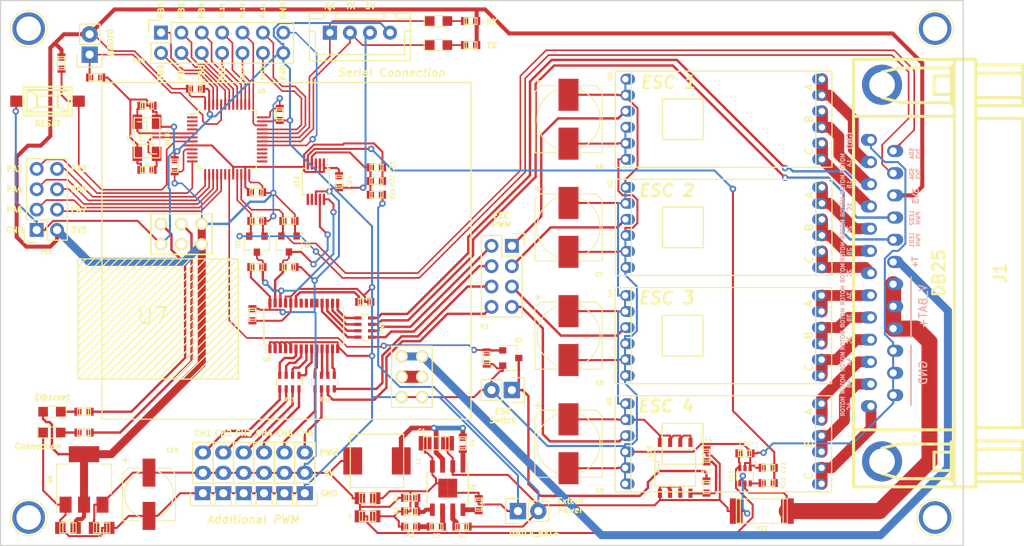
<source format=kicad_pcb>
(kicad_pcb (version 20171130) (host pcbnew "(5.1.12)-1")
  (layers (0 F.Cu signal) (31 B.Cu signal) (34 B.Paste user hide) (35 F.Paste user hide) (36 B.SilkS user hide) (37 F.SilkS user hide) (38 B.Mask user hide) (39 F.Mask user hide) (44 Edge.Cuts user))
  (net 0 "")
  (net 1 GND)
  (net 2 /V_BAT)
  (net 3 "Net-(C2-Pad1)")
  (net 4 "Net-(C3-Pad1)")
  (net 5 "Net-(C3-Pad2)")
  (net 6 "Net-(C4-Pad1)")
  (net 7 "Net-(C4-Pad2)")
  (net 8 /5V)
  (net 9 /V_PWR)
  (net 10 /3V3)
  (net 11 "Net-(D1-Pad2)")
  (net 12 "Net-(D2-Pad1)")
  (net 13 /SDA_3V3)
  (net 14 /SDA_5V)
  (net 15 /SCL_5V)
  (net 16 /SCL_3V3)
  (net 17 "Net-(R1-Pad2)")
  (net 18 "Net-(R3-Pad1)")
  (net 19 "Net-(R6-Pad1)")
  (net 20 "Net-(R7-Pad1)")
  (net 21 "Net-(R11-Pad1)")
  (net 22 "Net-(RN3-Pad4)")
  (net 23 "Net-(RN3-Pad1)")
  (net 24 "Net-(RN3-Pad3)")
  (net 25 "Net-(RN3-Pad2)")
  (net 26 /MOTOR_1A)
  (net 27 /MOTOR_1B)
  (net 28 /MOTOR_1C)
  (net 29 /MOTOR_2C)
  (net 30 /MOTOR_2B)
  (net 31 /MOTOR_2A)
  (net 32 /MOTOR_3A)
  (net 33 /MOTOR_3B)
  (net 34 /MOTOR_3C)
  (net 35 /MOTOR_4C)
  (net 36 /MOTOR_4B)
  (net 37 /MOTOR_4A)
  (net 38 "Net-(U7-PadNC)")
  (net 39 /T+)
  (net 40 "Net-(P1-Pad1)")
  (net 41 "Net-(R14-Pad2)")
  (net 42 "Net-(RN1-Pad5)")
  (net 43 "Net-(RN1-Pad6)")
  (net 44 "Net-(RN1-Pad7)")
  (net 45 "Net-(RN1-Pad8)")
  (net 46 "Net-(RN2-Pad8)")
  (net 47 "Net-(RN2-Pad7)")
  (net 48 "Net-(RN2-Pad6)")
  (net 49 "Net-(RN2-Pad5)")
  (net 50 /RX1)
  (net 51 /TX1)
  (net 52 "Net-(P14-Pad1)")
  (net 53 /PWR_SW)
  (net 54 "Net-(R16-Pad2)")
  (net 55 /CH1)
  (net 56 /CH2)
  (net 57 /CH3)
  (net 58 /CH4)
  (net 59 /CH5)
  (net 60 /CH6)
  (net 61 /PA3)
  (net 62 /PA2)
  (net 63 /PA5)
  (net 64 /PA4)
  (net 65 /PA7)
  (net 66 /PA6)
  (net 67 /PB4)
  (net 68 /PB5)
  (net 69 /PB6)
  (net 70 /PB7)
  (net 71 /PB8)
  (net 72 /PB9)
  (net 73 /PB3)
  (net 74 /PA15)
  (net 75 /PA14)
  (net 76 /PA13)
  (net 77 /PA12)
  (net 78 /PA11)
  (net 79 /PA8)
  (net 80 "Net-(D3-Pad2)")
  (net 81 "Net-(D4-Pad2)")
  (net 82 /OSC_P)
  (net 83 /OSC_N)
  (net 84 /LED2)
  (net 85 /LED1)
  (net 86 /ESC4)
  (net 87 /ESC3)
  (net 88 /ESC2)
  (net 89 /ESC1)
  (net 90 /CH11)
  (net 91 /CH10)
  (net 92 /CH7)
  (net 93 /CH0)
  (net 94 /V_IN)
  (net 95 /ADC_I)
  (net 96 "Net-(R20-Pad2)")
  (net 97 /ADC_V)
  (module footprint:DYS_Mini_ESC (layer F.Cu) (at 170.1 105.3 270)
    (fp_text reference U5 (at -5.3 14.2 270) (layer F.SilkS) (effects (font (size 0.5 0.5) (thickness 0.125))))
    (fp_text value DYS_mini_ESC)
    (fp_text user A (at -4 -10.668 270) (layer F.SilkS))
    (fp_text user B (at 0 -10.668 270) (layer F.SilkS))
    (fp_text user C (at 4 -10.668 270) (layer F.SilkS))
    (pad 1 thru_hole oval (at 5 12.25) (size 1.8 1.35) (drill 0.8 (offset 0.3 0)) (layers *.Cu *.Mask) (net 1 GND))
    (pad 1 thru_hole oval (at 3 12.25) (size 1.8 1.35) (drill 0.8 (offset 0.3 0)) (layers *.Cu *.Mask) (net 1 GND))
    (pad 1 thru_hole oval (at 1 12.25) (size 1.8 1.35) (drill 0.8 (offset 0.3 0)) (layers *.Cu *.Mask) (net 1 GND))
    (pad 2 thru_hole oval (at -1 12.25) (size 1.8 1.35) (drill 0.8 (offset 0.3 0)) (layers *.Cu *.Mask) (net 86 /ESC4))
    (pad 3 thru_hole oval (at -3 12.25) (size 1.8 1.35) (drill 0.8 (offset 0.3 0)) (layers *.Cu *.Mask) (net 9 /V_PWR))
    (pad 3 thru_hole oval (at -5 12.25) (size 1.8 1.35) (drill 0.8 (offset 0.3 0)) (layers *.Cu *.Mask) (net 9 /V_PWR))
    (pad 6 thru_hole oval (at 5 -12.25) (size 1.8 1.35) (drill 0.8 (offset -0.3 0)) (layers *.Cu *.Mask) (net 35 /MOTOR_4C))
    (pad 6 thru_hole oval (at 3 -12.25) (size 1.8 1.35) (drill 0.8 (offset -0.3 0)) (layers *.Cu *.Mask) (net 35 /MOTOR_4C))
    (pad 5 thru_hole oval (at 1 -12.25) (size 1.8 1.35) (drill 0.8 (offset -0.3 0)) (layers *.Cu *.Mask) (net 36 /MOTOR_4B))
    (pad 5 thru_hole oval (at -1 -12.25) (size 1.8 1.35) (drill 0.8 (offset -0.3 0)) (layers *.Cu *.Mask) (net 36 /MOTOR_4B))
    (pad 4 thru_hole oval (at -3 -12.25) (size 1.8 1.35) (drill 0.8 (offset -0.3 0)) (layers *.Cu *.Mask) (net 37 /MOTOR_4A))
    (pad 4 thru_hole oval (at -5 -12.25) (size 1.8 1.35) (drill 0.8 (offset -0.3 0)) (layers *.Cu *.Mask) (net 37 /MOTOR_4A))
  )
  (module footprint:DYS_Mini_ESC (layer F.Cu) (at 170.14 78.3 270)
    (fp_text reference U3 (at -5.4 14.14 270) (layer F.SilkS) (effects (font (size 0.5 0.5) (thickness 0.125))))
    (fp_text value DYS_mini_ESC)
    (fp_text user A (at -4 -10.668 270) (layer F.SilkS))
    (fp_text user B (at 0 -10.668 270) (layer F.SilkS))
    (fp_text user C (at 4 -10.668 270) (layer F.SilkS))
    (pad 1 thru_hole oval (at 5 12.25) (size 1.8 1.35) (drill 0.8 (offset 0.3 0)) (layers *.Cu *.Mask) (net 1 GND))
    (pad 1 thru_hole oval (at 3 12.25) (size 1.8 1.35) (drill 0.8 (offset 0.3 0)) (layers *.Cu *.Mask) (net 1 GND))
    (pad 1 thru_hole oval (at 1 12.25) (size 1.8 1.35) (drill 0.8 (offset 0.3 0)) (layers *.Cu *.Mask) (net 1 GND))
    (pad 2 thru_hole oval (at -1 12.25) (size 1.8 1.35) (drill 0.8 (offset 0.3 0)) (layers *.Cu *.Mask) (net 88 /ESC2))
    (pad 3 thru_hole oval (at -3 12.25) (size 1.8 1.35) (drill 0.8 (offset 0.3 0)) (layers *.Cu *.Mask) (net 9 /V_PWR))
    (pad 3 thru_hole oval (at -5 12.25) (size 1.8 1.35) (drill 0.8 (offset 0.3 0)) (layers *.Cu *.Mask) (net 9 /V_PWR))
    (pad 6 thru_hole oval (at 5 -12.25) (size 1.8 1.35) (drill 0.8 (offset -0.3 0)) (layers *.Cu *.Mask) (net 29 /MOTOR_2C))
    (pad 6 thru_hole oval (at 3 -12.25) (size 1.8 1.35) (drill 0.8 (offset -0.3 0)) (layers *.Cu *.Mask) (net 29 /MOTOR_2C))
    (pad 5 thru_hole oval (at 1 -12.25) (size 1.8 1.35) (drill 0.8 (offset -0.3 0)) (layers *.Cu *.Mask) (net 30 /MOTOR_2B))
    (pad 5 thru_hole oval (at -1 -12.25) (size 1.8 1.35) (drill 0.8 (offset -0.3 0)) (layers *.Cu *.Mask) (net 30 /MOTOR_2B))
    (pad 4 thru_hole oval (at -3 -12.25) (size 1.8 1.35) (drill 0.8 (offset -0.3 0)) (layers *.Cu *.Mask) (net 31 /MOTOR_2A))
    (pad 4 thru_hole oval (at -5 -12.25) (size 1.8 1.35) (drill 0.8 (offset -0.3 0)) (layers *.Cu *.Mask) (net 31 /MOTOR_2A))
  )
  (module footprint:r_2512 (layer F.Cu) (at 174.9 113.7 180)
    (fp_text reference R12 (at 0 -2.159 180) (layer F.SilkS) (effects (font (size 0.50038 0.50038) (thickness 0.11938))))
    (fp_text value "0.003 %1" hide)
    (pad 1 smd rect (at 3.1877 0 180) (size 1.6002 3.175) (layers F.Cu F.Paste F.Mask) (net 2 /V_BAT))
    (pad 2 smd rect (at -3.1877 0 180) (size 1.6002 3.175) (layers F.Cu F.Paste F.Mask) (net 94 /V_IN))
  )
  (module footprint:c_0603 (layer F.Cu) (at 134.323 115.641)
    (fp_text reference C3 (at 0 1.158995) (layer F.SilkS) (effects (font (size 0.5 0.5) (thickness 0.1))))
    (fp_text value 3.9nF hide)
    (pad 2 smd rect (at -0.75184 0) (size 0.89916 1.00076) (layers F.Cu F.Paste F.Mask) (net 5 "Net-(C3-Pad2)"))
    (pad 1 smd rect (at 0.75184 0) (size 0.89916 1.00076) (layers F.Cu F.Paste F.Mask) (net 4 "Net-(C3-Pad1)"))
  )
  (module footprint:c_0603 (layer F.Cu) (at 111.9 73.9)
    (fp_text reference C17 (at 0 -0.635) (layer F.SilkS) (effects (font (size 0.20066 0.20066) (thickness 0.04064))))
    (fp_text value 1uF hide)
    (pad 1 smd rect (at 0.75184 0) (size 0.89916 1.00076) (layers F.Cu F.Paste F.Mask) (net 10 /3V3))
    (pad 2 smd rect (at -0.75184 0) (size 0.89916 1.00076) (layers F.Cu F.Paste F.Mask) (net 1 GND))
  )
  (module footprint:c_0603 (layer F.Cu) (at 114.8 64.2 90)
    (fp_text reference C15 (at 0 -0.635 90) (layer F.SilkS) (effects (font (size 0.20066 0.20066) (thickness 0.04064))))
    (fp_text value 1uF hide)
    (pad 2 smd rect (at -0.75184 0 90) (size 0.89916 1.00076) (layers F.Cu F.Paste F.Mask) (net 1 GND))
    (pad 1 smd rect (at 0.75184 0 90) (size 0.89916 1.00076) (layers F.Cu F.Paste F.Mask) (net 10 /3V3))
  )
  (module footprint:c_0603 (layer F.Cu) (at 101.7 70.6 270)
    (fp_text reference C18 (at 0 -0.635 270) (layer F.SilkS) (effects (font (size 0.20066 0.20066) (thickness 0.04064))))
    (fp_text value 1uF hide)
    (pad 1 smd rect (at 0.75184 0 270) (size 0.89916 1.00076) (layers F.Cu F.Paste F.Mask) (net 10 /3V3))
    (pad 2 smd rect (at -0.75184 0 270) (size 0.89916 1.00076) (layers F.Cu F.Paste F.Mask) (net 1 GND))
  )
  (module footprint:c_0603 (layer F.Cu) (at 98.2499 63.1207 180)
    (fp_text reference C14 (at 0 -0.635 180) (layer F.SilkS) (effects (font (size 0.20066 0.20066) (thickness 0.04064))))
    (fp_text value 33pF hide)
    (pad 2 smd rect (at -0.75184 0 180) (size 0.89916 1.00076) (layers F.Cu F.Paste F.Mask) (net 1 GND))
    (pad 1 smd rect (at 0.75184 0 180) (size 0.89916 1.00076) (layers F.Cu F.Paste F.Mask) (net 83 /OSC_N))
  )
  (module footprint:c_0603 (layer F.Cu) (at 172.8 106.5 180)
    (fp_text reference C20 (at 0 1.2 180) (layer F.SilkS) (effects (font (size 0.5 0.5) (thickness 0.1))))
    (fp_text value 0.1uF hide)
    (pad 1 smd rect (at 0.75184 0 180) (size 0.89916 1.00076) (layers F.Cu F.Paste F.Mask) (net 8 /5V))
    (pad 2 smd rect (at -0.75184 0 180) (size 0.89916 1.00076) (layers F.Cu F.Paste F.Mask) (net 1 GND))
  )
  (module footprint:c_0603 (layer F.Cu) (at 175.7 108.3)
    (fp_text reference C22 (at 1.9 0 90) (layer F.SilkS) (effects (font (size 0.5 0.5) (thickness 0.1))))
    (fp_text value 1uF hide)
    (pad 2 smd rect (at -0.75184 0) (size 0.89916 1.00076) (layers F.Cu F.Paste F.Mask) (net 1 GND))
    (pad 1 smd rect (at 0.75184 0) (size 0.89916 1.00076) (layers F.Cu F.Paste F.Mask) (net 95 /ADC_I))
  )
  (module footprint:c_0603 (layer F.Cu) (at 126.855 70.818 180)
    (fp_text reference C23 (at -1.945304 0.017968 270) (layer F.SilkS) (effects (font (size 0.5 0.5) (thickness 0.1))))
    (fp_text value 0.1uF hide)
    (pad 1 smd rect (at 0.75184 0 180) (size 0.89916 1.00076) (layers F.Cu F.Paste F.Mask) (net 97 /ADC_V))
    (pad 2 smd rect (at -0.75184 0 180) (size 0.89916 1.00076) (layers F.Cu F.Paste F.Mask) (net 1 GND))
  )
  (module footprint:c_0603 (layer F.Cu) (at 122.2 72.6 270)
    (fp_text reference C24 (at 0 -1.3 90) (layer F.SilkS) (effects (font (size 0.5 0.5) (thickness 0.1))))
    (fp_text value 0.1uF hide)
    (pad 2 smd rect (at -0.75184 0 270) (size 0.89916 1.00076) (layers F.Cu F.Paste F.Mask) (net 1 GND))
    (pad 1 smd rect (at 0.75184 0 270) (size 0.89916 1.00076) (layers F.Cu F.Paste F.Mask) (net 8 /5V))
  )
  (module footprint:c_0603 (layer F.Cu) (at 98.2499 71.1207)
    (fp_text reference C13 (at 0 -0.635) (layer F.SilkS) (effects (font (size 0.20066 0.20066) (thickness 0.04064))))
    (fp_text value 33pF hide)
    (pad 1 smd rect (at 0.75184 0) (size 0.89916 1.00076) (layers F.Cu F.Paste F.Mask) (net 82 /OSC_P))
    (pad 2 smd rect (at -0.75184 0) (size 0.89916 1.00076) (layers F.Cu F.Paste F.Mask) (net 1 GND))
  )
  (module footprint:c_0603 (layer F.Cu) (at 111.4 89.2 90)
    (fp_text reference C12 (at 0 -0.635 180) (layer F.SilkS) (effects (font (size 0.20066 0.20066) (thickness 0.04064))))
    (fp_text value 10uF hide)
    (pad 2 smd rect (at -0.75184 0 90) (size 0.89916 1.00076) (layers F.Cu F.Paste F.Mask) (net 1 GND))
    (pad 1 smd rect (at 0.75184 0 90) (size 0.89916 1.00076) (layers F.Cu F.Paste F.Mask) (net 8 /5V))
  )
  (module footprint:c_0603 (layer F.Cu) (at 137.623 105.241 90)
    (fp_text reference C4 (at 0 1.176971 90) (layer F.SilkS) (effects (font (size 0.5 0.5) (thickness 0.1))))
    (fp_text value 10nF hide)
    (pad 1 smd rect (at 0.75184 0 90) (size 0.89916 1.00076) (layers F.Cu F.Paste F.Mask) (net 6 "Net-(C4-Pad1)"))
    (pad 2 smd rect (at -0.75184 0 90) (size 0.89916 1.00076) (layers F.Cu F.Paste F.Mask) (net 7 "Net-(C4-Pad2)"))
  )
  (module footprint:c_0603 (layer F.Cu) (at 104.3 61 180)
    (fp_text reference C16 (at 0 -0.635 180) (layer F.SilkS) (effects (font (size 0.20066 0.20066) (thickness 0.04064))))
    (fp_text value 1uF hide)
    (pad 2 smd rect (at -0.75184 0 180) (size 0.89916 1.00076) (layers F.Cu F.Paste F.Mask) (net 1 GND))
    (pad 1 smd rect (at 0.75184 0 180) (size 0.89916 1.00076) (layers F.Cu F.Paste F.Mask) (net 10 /3V3))
  )
  (module footprint:c_0603 (layer F.Cu) (at 139.6 112.9 270)
    (fp_text reference C2 (at 0 -0.635 270) (layer F.SilkS) (effects (font (size 0.20066 0.20066) (thickness 0.04064))))
    (fp_text value 0.1uF hide)
    (pad 1 smd rect (at 0.75184 0 270) (size 0.89916 1.00076) (layers F.Cu F.Paste F.Mask) (net 3 "Net-(C2-Pad1)"))
    (pad 2 smd rect (at -0.75184 0 270) (size 0.89916 1.00076) (layers F.Cu F.Paste F.Mask) (net 1 GND))
  )
  (module footprint:c_0805 (layer F.Cu) (at 125.75 112.1 180)
    (fp_text reference C5 (at 2.15 0 270) (layer F.SilkS) (effects (font (size 0.29972 0.29972) (thickness 0.06096))))
    (fp_text value 22uF/10V hide)
    (pad 2 smd rect (at -0.9525 0 180) (size 1.30048 1.4986) (layers F.Cu F.Paste F.Mask) (net 1 GND))
    (pad 1 smd rect (at 0.9525 0 180) (size 1.30048 1.4986) (layers F.Cu F.Paste F.Mask) (net 8 /5V))
  )
  (module footprint:c_0805 (layer F.Cu) (at 92.6 115.8 180)
    (fp_text reference C10 (at 0 -0.9906 180) (layer F.SilkS) (effects (font (size 0.29972 0.29972) (thickness 0.06096))))
    (fp_text value 1uF hide)
    (pad 1 smd rect (at 0.9525 0 180) (size 1.30048 1.4986) (layers F.Cu F.Paste F.Mask) (net 8 /5V))
    (pad 2 smd rect (at -0.9525 0 180) (size 1.30048 1.4986) (layers F.Cu F.Paste F.Mask) (net 1 GND))
  )
  (module footprint:c_0805 (layer F.Cu) (at 125.75 114.35 180)
    (fp_text reference C21 (at 2.15 0 270) (layer F.SilkS) (effects (font (size 0.29972 0.29972) (thickness 0.06096))))
    (fp_text value 22uF/10V hide)
    (pad 2 smd rect (at -0.9525 0 180) (size 1.30048 1.4986) (layers F.Cu F.Paste F.Mask) (net 1 GND))
    (pad 1 smd rect (at 0.9525 0 180) (size 1.30048 1.4986) (layers F.Cu F.Paste F.Mask) (net 8 /5V))
  )
  (module footprint:c_0805 (layer F.Cu) (at 88.4 115.8)
    (fp_text reference C11 (at 0 -0.9906) (layer F.SilkS) (effects (font (size 0.29972 0.29972) (thickness 0.06096))))
    (fp_text value 1uF hide)
    (pad 1 smd rect (at 0.9525 0) (size 1.30048 1.4986) (layers F.Cu F.Paste F.Mask) (net 10 /3V3))
    (pad 2 smd rect (at -0.9525 0) (size 1.30048 1.4986) (layers F.Cu F.Paste F.Mask) (net 1 GND))
  )
  (module footprint:c_1206 (layer F.Cu) (at 134.323 105.241)
    (fp_text reference C1 (at -1.823029 -1.541005) (layer F.SilkS) (effects (font (size 0.5 0.5) (thickness 0.11938))))
    (fp_text value 10uF/25V hide)
    (pad 1 smd rect (at 1.397 0) (size 1.6002 1.8034) (layers F.Cu F.Paste F.Mask) (net 2 /V_BAT))
    (pad 2 smd rect (at -1.397 0) (size 1.6002 1.8034) (layers F.Cu F.Paste F.Mask) (net 1 GND))
  )
  (module footprint:r_0603 (layer F.Cu) (at 175.7 110.2)
    (fp_text reference R20 (at 1.9 0 90) (layer F.SilkS) (effects (font (size 0.5 0.5) (thickness 0.1))))
    (fp_text value 3.3k hide)
    (pad 1 smd rect (at 0.75184 0) (size 0.89916 1.00076) (layers F.Cu F.Paste F.Mask) (net 95 /ADC_I))
    (pad 2 smd rect (at -0.75184 0) (size 0.89916 1.00076) (layers F.Cu F.Paste F.Mask) (net 96 "Net-(R20-Pad2)"))
  )
  (module footprint:r_0603 (layer F.Cu) (at 131.123 115.641)
    (fp_text reference R2 (at 0 1.058995) (layer F.SilkS) (effects (font (size 0.5 0.5) (thickness 0.1))))
    (fp_text value 6.8k hide)
    (pad 1 smd rect (at 0.75184 0) (size 0.89916 1.00076) (layers F.Cu F.Paste F.Mask) (net 5 "Net-(C3-Pad2)"))
    (pad 2 smd rect (at -0.75184 0) (size 0.89916 1.00076) (layers F.Cu F.Paste F.Mask) (net 1 GND))
  )
  (module footprint:r_0603 (layer F.Cu) (at 131.123 113.741)
    (fp_text reference R3 (at -1.723029 -0.041005 90) (layer F.SilkS) (effects (font (size 0.5 0.5) (thickness 0.1))))
    (fp_text value "10k 1%" hide)
    (pad 2 smd rect (at -0.75184 0) (size 0.89916 1.00076) (layers F.Cu F.Paste F.Mask) (net 1 GND))
    (pad 1 smd rect (at 0.75184 0) (size 0.89916 1.00076) (layers F.Cu F.Paste F.Mask) (net 18 "Net-(R3-Pad1)"))
  )
  (module footprint:r_0603 (layer F.Cu) (at 131.123 112.041 180)
    (fp_text reference R4 (at 1.823029 0 270) (layer F.SilkS) (effects (font (size 0.5 0.5) (thickness 0.1))))
    (fp_text value "44.2k 1%" hide)
    (pad 1 smd rect (at 0.75184 0 180) (size 0.89916 1.00076) (layers F.Cu F.Paste F.Mask) (net 8 /5V))
    (pad 2 smd rect (at -0.75184 0 180) (size 0.89916 1.00076) (layers F.Cu F.Paste F.Mask) (net 18 "Net-(R3-Pad1)"))
  )
  (module footprint:r_0603 (layer F.Cu) (at 115.95 77.5)
    (fp_text reference R5 (at 0 -0.6096) (layer F.SilkS) (effects (font (size 0.20066 0.20066) (thickness 0.04064))))
    (fp_text value 10k hide)
    (pad 2 smd rect (at -0.75184 0) (size 0.89916 1.00076) (layers F.Cu F.Paste F.Mask) (net 13 /SDA_3V3))
    (pad 1 smd rect (at 0.75184 0) (size 0.89916 1.00076) (layers F.Cu F.Paste F.Mask) (net 10 /3V3))
  )
  (module footprint:r_0603 (layer F.Cu) (at 90.4 103.9)
    (fp_text reference R6 (at 0 -0.6096) (layer F.SilkS) (effects (font (size 0.20066 0.20066) (thickness 0.04064))))
    (fp_text value 330 hide)
    (pad 1 smd rect (at 0.75184 0) (size 0.89916 1.00076) (layers F.Cu F.Paste F.Mask) (net 19 "Net-(R6-Pad1)"))
    (pad 2 smd rect (at -0.75184 0) (size 0.89916 1.00076) (layers F.Cu F.Paste F.Mask) (net 11 "Net-(D1-Pad2)"))
  )
  (module footprint:r_0603 (layer F.Cu) (at 90.4 101.3)
    (fp_text reference R7 (at 0 -0.6096) (layer F.SilkS) (effects (font (size 0.20066 0.20066) (thickness 0.04064))))
    (fp_text value 330 hide)
    (pad 2 smd rect (at -0.75184 0) (size 0.89916 1.00076) (layers F.Cu F.Paste F.Mask) (net 12 "Net-(D2-Pad1)"))
    (pad 1 smd rect (at 0.75184 0) (size 0.89916 1.00076) (layers F.Cu F.Paste F.Mask) (net 20 "Net-(R7-Pad1)"))
  )
  (module footprint:r_0603 (layer F.Cu) (at 115.95 83.25)
    (fp_text reference R8 (at 0 -0.6096) (layer F.SilkS) (effects (font (size 0.20066 0.20066) (thickness 0.04064))))
    (fp_text value 10k hide)
    (pad 1 smd rect (at 0.75184 0) (size 0.89916 1.00076) (layers F.Cu F.Paste F.Mask) (net 8 /5V))
    (pad 2 smd rect (at -0.75184 0) (size 0.89916 1.00076) (layers F.Cu F.Paste F.Mask) (net 14 /SDA_5V))
  )
  (module footprint:r_0603 (layer F.Cu) (at 126.855 72.518 180)
    (fp_text reference R22 (at -1.945304 0.017968 270) (layer F.SilkS) (effects (font (size 0.5 0.5) (thickness 0.1))))
    (fp_text value "10k %1" hide)
    (pad 2 smd rect (at -0.75184 0 180) (size 0.89916 1.00076) (layers F.Cu F.Paste F.Mask) (net 1 GND))
    (pad 1 smd rect (at 0.75184 0 180) (size 0.89916 1.00076) (layers F.Cu F.Paste F.Mask) (net 97 /ADC_V))
  )
  (module footprint:r_0603 (layer F.Cu) (at 138.6 52.55)
    (fp_text reference R19 (at 0 -0.6096) (layer F.SilkS) (effects (font (size 0.20066 0.20066) (thickness 0.04064))))
    (fp_text value 330 hide)
    (pad 1 smd rect (at 0.75184 0) (size 0.89916 1.00076) (layers F.Cu F.Paste F.Mask) (net 10 /3V3))
    (pad 2 smd rect (at -0.75184 0) (size 0.89916 1.00076) (layers F.Cu F.Paste F.Mask) (net 81 "Net-(D4-Pad2)"))
  )
  (module footprint:r_0603 (layer F.Cu) (at 168 110.7 270)
    (fp_text reference R17 (at -1.9 0 180) (layer F.SilkS) (effects (font (size 0.5 0.5) (thickness 0.1))))
    (fp_text value 1k hide)
    (pad 2 smd rect (at -0.75184 0 270) (size 0.89916 1.00076) (layers F.Cu F.Paste F.Mask) (net 52 "Net-(P14-Pad1)"))
    (pad 1 smd rect (at 0.75184 0 270) (size 0.89916 1.00076) (layers F.Cu F.Paste F.Mask) (net 54 "Net-(R16-Pad2)"))
  )
  (module footprint:r_0603 (layer F.Cu) (at 168 106.8 90)
    (fp_text reference R16 (at 1.9 0 180) (layer F.SilkS) (effects (font (size 0.5 0.5) (thickness 0.1))))
    (fp_text value 10k hide)
    (pad 1 smd rect (at 0.75184 0 90) (size 0.89916 1.00076) (layers F.Cu F.Paste F.Mask) (net 2 /V_BAT))
    (pad 2 smd rect (at -0.75184 0 90) (size 0.89916 1.00076) (layers F.Cu F.Paste F.Mask) (net 54 "Net-(R16-Pad2)"))
  )
  (module footprint:r_0603 (layer F.Cu) (at 140.6 94.6 90)
    (fp_text reference R15 (at 0 -0.6096 90) (layer F.SilkS) (effects (font (size 0.20066 0.20066) (thickness 0.04064))))
    (fp_text value 10k hide)
    (pad 2 smd rect (at -0.75184 0 90) (size 0.89916 1.00076) (layers F.Cu F.Paste F.Mask) (net 1 GND))
    (pad 1 smd rect (at 0.75184 0 90) (size 0.89916 1.00076) (layers F.Cu F.Paste F.Mask) (net 53 /PWR_SW))
  )
  (module footprint:r_0603 (layer F.Cu) (at 87.6 57.8 90)
    (fp_text reference R14 (at 0 -0.6096 90) (layer F.SilkS) (effects (font (size 0.20066 0.20066) (thickness 0.04064))))
    (fp_text value 10k hide)
    (pad 1 smd rect (at 0.75184 0 90) (size 0.89916 1.00076) (layers F.Cu F.Paste F.Mask) (net 10 /3V3))
    (pad 2 smd rect (at -0.75184 0 90) (size 0.89916 1.00076) (layers F.Cu F.Paste F.Mask) (net 41 "Net-(R14-Pad2)"))
  )
  (module footprint:r_0603 (layer F.Cu) (at 91.85 59.6)
    (fp_text reference R13 (at 0 -0.6096) (layer F.SilkS) (effects (font (size 0.20066 0.20066) (thickness 0.04064))))
    (fp_text value 10k hide)
    (pad 2 smd rect (at -0.75184 0) (size 0.89916 1.00076) (layers F.Cu F.Paste F.Mask) (net 40 "Net-(P1-Pad1)"))
    (pad 1 smd rect (at 0.75184 0) (size 0.89916 1.00076) (layers F.Cu F.Paste F.Mask) (net 1 GND))
  )
  (module footprint:r_0603 (layer F.Cu) (at 125.4 87.6 180)
    (fp_text reference R11 (at 0 -0.6096 180) (layer F.SilkS) (effects (font (size 0.20066 0.20066) (thickness 0.04064))))
    (fp_text value 10k hide)
    (pad 1 smd rect (at 0.75184 0 180) (size 0.89916 1.00076) (layers F.Cu F.Paste F.Mask) (net 21 "Net-(R11-Pad1)"))
    (pad 2 smd rect (at -0.75184 0 180) (size 0.89916 1.00076) (layers F.Cu F.Paste F.Mask) (net 1 GND))
  )
  (module footprint:r_0603 (layer F.Cu) (at 111.95 83.25 180)
    (fp_text reference R10 (at 0 -0.6096 180) (layer F.SilkS) (effects (font (size 0.20066 0.20066) (thickness 0.04064))))
    (fp_text value 10k hide)
    (pad 2 smd rect (at -0.75184 0 180) (size 0.89916 1.00076) (layers F.Cu F.Paste F.Mask) (net 15 /SCL_5V))
    (pad 1 smd rect (at 0.75184 0 180) (size 0.89916 1.00076) (layers F.Cu F.Paste F.Mask) (net 8 /5V))
  )
  (module footprint:r_0603 (layer F.Cu) (at 111.95 77.5)
    (fp_text reference R9 (at 0 -0.6096) (layer F.SilkS) (effects (font (size 0.20066 0.20066) (thickness 0.04064))))
    (fp_text value 10k hide)
    (pad 1 smd rect (at 0.75184 0) (size 0.89916 1.00076) (layers F.Cu F.Paste F.Mask) (net 10 /3V3))
    (pad 2 smd rect (at -0.75184 0) (size 0.89916 1.00076) (layers F.Cu F.Paste F.Mask) (net 16 /SCL_3V3))
  )
  (module footprint:r_0603 (layer F.Cu) (at 126.855 74.218)
    (fp_text reference R21 (at 1.945304 -0.117968 90) (layer F.SilkS) (effects (font (size 0.5 0.5) (thickness 0.1))))
    (fp_text value "30.1k %1" hide)
    (pad 2 smd rect (at -0.75184 0) (size 0.89916 1.00076) (layers F.Cu F.Paste F.Mask) (net 97 /ADC_V))
    (pad 1 smd rect (at 0.75184 0) (size 0.89916 1.00076) (layers F.Cu F.Paste F.Mask) (net 2 /V_BAT))
  )
  (module footprint:r_0603 (layer F.Cu) (at 138.6 55.55)
    (fp_text reference R18 (at 0 -0.6096) (layer F.SilkS) (effects (font (size 0.20066 0.20066) (thickness 0.04064))))
    (fp_text value 330 hide)
    (pad 1 smd rect (at 0.75184 0) (size 0.89916 1.00076) (layers F.Cu F.Paste F.Mask) (net 10 /3V3))
    (pad 2 smd rect (at -0.75184 0) (size 0.89916 1.00076) (layers F.Cu F.Paste F.Mask) (net 80 "Net-(D3-Pad2)"))
  )
  (module Housings_SSOP:MSOP-10_3x3mm_Pitch0.5mm (layer F.Cu) (at 119.3 72.6 270)
    (fp_text reference U12 (at 0 2.4 270) (layer F.SilkS) (effects (font (size 0.5 0.5) (thickness 0.125))))
    (fp_text value ADS1015)
    (pad 10 smd rect (at 2.2 -1 270) (size 1.4 0.3) (layers F.Cu F.Paste F.Mask) (net 15 /SCL_5V))
    (pad 9 smd rect (at 2.2 -0.5 270) (size 1.4 0.3) (layers F.Cu F.Paste F.Mask) (net 14 /SDA_5V))
    (pad 8 smd rect (at 2.2 0 270) (size 1.4 0.3) (layers F.Cu F.Paste F.Mask) (net 8 /5V))
    (pad 7 smd rect (at 2.2 0.5 270) (size 1.4 0.3) (layers F.Cu F.Paste F.Mask))
    (pad 6 smd rect (at 2.2 1 270) (size 1.4 0.3) (layers F.Cu F.Paste F.Mask))
    (pad 5 smd rect (at -2.2 1 270) (size 1.4 0.3) (layers F.Cu F.Paste F.Mask) (net 95 /ADC_I))
    (pad 4 smd rect (at -2.2 0.5 270) (size 1.4 0.3) (layers F.Cu F.Paste F.Mask) (net 97 /ADC_V))
    (pad 3 smd rect (at -2.2 0 270) (size 1.4 0.3) (layers F.Cu F.Paste F.Mask) (net 1 GND))
    (pad 2 smd rect (at -2.2 -0.5 270) (size 1.4 0.3) (layers F.Cu F.Paste F.Mask) (net 1 GND))
    (pad 1 smd rect (at -2.2 -1 270) (size 1.4 0.3) (layers F.Cu F.Paste F.Mask) (net 1 GND))
  )
  (module footprint:r_0603 (layer F.Cu) (at 137.523 115.641)
    (fp_text reference R1 (at 0 1.158995) (layer F.SilkS) (effects (font (size 0.5 0.5) (thickness 0.1))))
    (fp_text value 100k hide)
    (pad 1 smd rect (at 0.75184 0) (size 0.89916 1.00076) (layers F.Cu F.Paste F.Mask) (net 2 /V_BAT))
    (pad 2 smd rect (at -0.75184 0) (size 0.89916 1.00076) (layers F.Cu F.Paste F.Mask) (net 17 "Net-(R1-Pad2)"))
  )
  (module footprint:DYS_Mini_ESC (layer F.Cu) (at 170.1 91.8 270)
    (fp_text reference U4 (at -5.3 14.1 270) (layer F.SilkS) (effects (font (size 0.5 0.5) (thickness 0.125))))
    (fp_text value DYS_mini_ESC)
    (fp_text user A (at -4 -10.668 270) (layer F.SilkS))
    (fp_text user B (at 0 -10.668 270) (layer F.SilkS))
    (fp_text user C (at 4 -10.668 270) (layer F.SilkS))
    (pad 1 thru_hole oval (at 5 12.25) (size 1.8 1.35) (drill 0.8 (offset 0.3 0)) (layers *.Cu *.Mask) (net 1 GND))
    (pad 1 thru_hole oval (at 3 12.25) (size 1.8 1.35) (drill 0.8 (offset 0.3 0)) (layers *.Cu *.Mask) (net 1 GND))
    (pad 1 thru_hole oval (at 1 12.25) (size 1.8 1.35) (drill 0.8 (offset 0.3 0)) (layers *.Cu *.Mask) (net 1 GND))
    (pad 2 thru_hole oval (at -1 12.25) (size 1.8 1.35) (drill 0.8 (offset 0.3 0)) (layers *.Cu *.Mask) (net 87 /ESC3))
    (pad 3 thru_hole oval (at -3 12.25) (size 1.8 1.35) (drill 0.8 (offset 0.3 0)) (layers *.Cu *.Mask) (net 9 /V_PWR))
    (pad 3 thru_hole oval (at -5 12.25) (size 1.8 1.35) (drill 0.8 (offset 0.3 0)) (layers *.Cu *.Mask) (net 9 /V_PWR))
    (pad 6 thru_hole oval (at 5 -12.25) (size 1.8 1.35) (drill 0.8 (offset -0.3 0)) (layers *.Cu *.Mask) (net 34 /MOTOR_3C))
    (pad 6 thru_hole oval (at 3 -12.25) (size 1.8 1.35) (drill 0.8 (offset -0.3 0)) (layers *.Cu *.Mask) (net 34 /MOTOR_3C))
    (pad 5 thru_hole oval (at 1 -12.25) (size 1.8 1.35) (drill 0.8 (offset -0.3 0)) (layers *.Cu *.Mask) (net 33 /MOTOR_3B))
    (pad 5 thru_hole oval (at -1 -12.25) (size 1.8 1.35) (drill 0.8 (offset -0.3 0)) (layers *.Cu *.Mask) (net 33 /MOTOR_3B))
    (pad 4 thru_hole oval (at -3 -12.25) (size 1.8 1.35) (drill 0.8 (offset -0.3 0)) (layers *.Cu *.Mask) (net 32 /MOTOR_3A))
    (pad 4 thru_hole oval (at -5 -12.25) (size 1.8 1.35) (drill 0.8 (offset -0.3 0)) (layers *.Cu *.Mask) (net 32 /MOTOR_3A))
  )
  (module footprint:DYS_Mini_ESC (layer F.Cu) (at 170.14 64.8 270)
    (fp_text reference U2 (at -5.4 14.14 270) (layer F.SilkS) (effects (font (size 0.5 0.5) (thickness 0.125))))
    (fp_text value DYS_mini_ESC)
    (fp_text user A (at -4 -10.668 270) (layer F.SilkS))
    (fp_text user B (at 0 -10.668 270) (layer F.SilkS))
    (fp_text user C (at 4 -10.668 270) (layer F.SilkS))
    (pad 1 thru_hole oval (at 5 12.25) (size 1.8 1.35) (drill 0.8 (offset 0.3 0)) (layers *.Cu *.Mask) (net 1 GND))
    (pad 1 thru_hole oval (at 3 12.25) (size 1.8 1.35) (drill 0.8 (offset 0.3 0)) (layers *.Cu *.Mask) (net 1 GND))
    (pad 1 thru_hole oval (at 1 12.25) (size 1.8 1.35) (drill 0.8 (offset 0.3 0)) (layers *.Cu *.Mask) (net 1 GND))
    (pad 2 thru_hole oval (at -1 12.25) (size 1.8 1.35) (drill 0.8 (offset 0.3 0)) (layers *.Cu *.Mask) (net 89 /ESC1))
    (pad 3 thru_hole oval (at -3 12.25) (size 1.8 1.35) (drill 0.8 (offset 0.3 0)) (layers *.Cu *.Mask) (net 9 /V_PWR))
    (pad 3 thru_hole oval (at -5 12.25) (size 1.8 1.35) (drill 0.8 (offset 0.3 0)) (layers *.Cu *.Mask) (net 9 /V_PWR))
    (pad 6 thru_hole oval (at 5 -12.25) (size 1.8 1.35) (drill 0.8 (offset -0.3 0)) (layers *.Cu *.Mask) (net 28 /MOTOR_1C))
    (pad 6 thru_hole oval (at 3 -12.25) (size 1.8 1.35) (drill 0.8 (offset -0.3 0)) (layers *.Cu *.Mask) (net 28 /MOTOR_1C))
    (pad 5 thru_hole oval (at 1 -12.25) (size 1.8 1.35) (drill 0.8 (offset -0.3 0)) (layers *.Cu *.Mask) (net 27 /MOTOR_1B))
    (pad 5 thru_hole oval (at -1 -12.25) (size 1.8 1.35) (drill 0.8 (offset -0.3 0)) (layers *.Cu *.Mask) (net 27 /MOTOR_1B))
    (pad 4 thru_hole oval (at -3 -12.25) (size 1.8 1.35) (drill 0.8 (offset -0.3 0)) (layers *.Cu *.Mask) (net 26 /MOTOR_1A))
    (pad 4 thru_hole oval (at -5 -12.25) (size 1.8 1.35) (drill 0.8 (offset -0.3 0)) (layers *.Cu *.Mask) (net 26 /MOTOR_1A))
  )
  (module Socket_Strips:Socket_Strip_Straight_2x04 (layer F.Cu) (at 84.5 78.62 90)
    (fp_text reference P16 (at -2.78 1.2 180) (layer F.SilkS) (effects (font (size 0.5 0.5) (thickness 0.125))))
    (fp_text value CONN_02X04)
    (pad 8 thru_hole oval (at 7.62 2.54 90) (size 1.7272 1.7272) (drill 1.016) (layers *.Cu *.Mask) (net 61 /PA3))
    (pad 7 thru_hole oval (at 7.62 0 90) (size 1.7272 1.7272) (drill 1.016) (layers *.Cu *.Mask) (net 62 /PA2))
    (pad 6 thru_hole oval (at 5.08 2.54 90) (size 1.7272 1.7272) (drill 1.016) (layers *.Cu *.Mask) (net 63 /PA5))
    (pad 5 thru_hole oval (at 5.08 0 90) (size 1.7272 1.7272) (drill 1.016) (layers *.Cu *.Mask) (net 64 /PA4))
    (pad 4 thru_hole oval (at 2.54 2.54 90) (size 1.7272 1.7272) (drill 1.016) (layers *.Cu *.Mask) (net 65 /PA7))
    (pad 3 thru_hole oval (at 2.54 0 90) (size 1.7272 1.7272) (drill 1.016) (layers *.Cu *.Mask) (net 66 /PA6))
    (pad 2 thru_hole oval (at 0 2.54 90) (size 1.7272 1.7272) (drill 1.016) (layers *.Cu *.Mask) (net 10 /3V3))
    (pad 1 thru_hole rect (at 0 0 90) (size 1.7272 1.7272) (drill 1.016) (layers *.Cu *.Mask) (net 1 GND))
  )
  (module Socket_Strips:Socket_Strip_Straight_1x03 (layer F.Cu) (at 115.38 111.47 90)
    (fp_text reference P13 hide)
    (fp_text value CONN_01X03)
    (pad 3 thru_hole oval (at 5.08 0 90) (size 1.7272 2.032) (drill 1.016) (layers *.Cu *.Mask) (net 58 /CH4))
    (pad 2 thru_hole oval (at 2.54 0 90) (size 1.7272 2.032) (drill 1.016) (layers *.Cu *.Mask) (net 8 /5V))
    (pad 1 thru_hole rect (at 0 0 90) (size 1.7272 2.032) (drill 1.016) (layers *.Cu *.Mask) (net 1 GND))
  )
  (module Socket_Strips:Socket_Strip_Straight_1x03 (layer F.Cu) (at 105.22 111.47 90)
    (fp_text reference P9 hide)
    (fp_text value CONN_01X03)
    (pad 3 thru_hole oval (at 5.08 0 90) (size 1.7272 2.032) (drill 1.016) (layers *.Cu *.Mask) (net 93 /CH0))
    (pad 2 thru_hole oval (at 2.54 0 90) (size 1.7272 2.032) (drill 1.016) (layers *.Cu *.Mask) (net 8 /5V))
    (pad 1 thru_hole rect (at 0 0 90) (size 1.7272 2.032) (drill 1.016) (layers *.Cu *.Mask) (net 1 GND))
  )
  (module footprint:Tenda_p200 (layer F.Cu) (at 116.18 81.28 180)
    (fp_text reference U7 (at 17.2 -8.04 180) (layer F.SilkS) (effects (font (size 2 2) (thickness 0.2032))))
    (fp_text value TENDA_P200 hide)
    (pad 3V3 thru_hole circle (at 11.1 3.42 180) (size 1.524 1.524) (drill 1.016) (layers *.Cu *.Mask F.SilkS) (net 10 /3V3))
    (pad 3V3 thru_hole circle (at 11.1 0.88 180) (size 1.524 1.524) (drill 1.016) (layers *.Cu *.Mask F.SilkS) (net 10 /3V3))
    (pad C thru_hole circle (at 13.64 3.42 180) (size 1.524 1.524) (drill 1.016) (layers *.Cu *.Mask F.SilkS) (net 19 "Net-(R6-Pad1)"))
    (pad P thru_hole circle (at 13.64 0.88 180) (size 1.524 1.524) (drill 1.016) (layers *.Cu *.Mask F.SilkS))
    (pad E thru_hole circle (at 16.18 3.42 180) (size 1.524 1.524) (drill 1.016) (layers *.Cu *.Mask F.SilkS) (net 20 "Net-(R7-Pad1)"))
    (pad GND thru_hole circle (at 16.18 0.88 180) (size 1.524 1.524) (drill 1.016) (layers *.Cu *.Mask F.SilkS) (net 1 GND))
    (pad NC thru_hole circle (at -16.36 -15.66 270) (size 1.524 1.524) (drill 1.016) (layers *.Cu *.Mask F.SilkS) (net 38 "Net-(U7-PadNC)"))
    (pad T_+ thru_hole circle (at -13.82 -13.12 270) (size 1.524 1.524) (drill 1.016) (layers *.Cu *.Mask F.SilkS) (net 39 /T+))
    (pad T_+ thru_hole circle (at -16.36 -13.12 270) (size 1.524 1.524) (drill 1.016) (layers *.Cu *.Mask F.SilkS) (net 39 /T+))
    (pad NC thru_hole circle (at -13.82 -15.66 270) (size 1.524 1.524) (drill 1.016) (layers *.Cu *.Mask F.SilkS) (net 38 "Net-(U7-PadNC)"))
    (pad T_- thru_hole circle (at -13.82 -18.2 270) (size 1.524 1.524) (drill 1.016) (layers *.Cu *.Mask F.SilkS) (net 1 GND))
    (pad T_- thru_hole circle (at -16.36 -18.2 270) (size 1.524 1.524) (drill 1.016) (layers *.Cu *.Mask F.SilkS) (net 1 GND))
  )
  (module footprint:DB_25M (layer F.Cu) (at 197 84 90)
    (fp_text reference J1 (at 0 7.62 90) (layer F.SilkS) (effects (font (size 1.524 1.524) (thickness 0.3048))))
    (fp_text value DB25 (at 0 0 90) (layer F.SilkS) (effects (font (size 1.524 1.524) (thickness 0.3048))))
    (pad 14 thru_hole oval (at -15.23492 -5.7277 90) (size 1.50114 1.99898) (drill 0.89916 (offset 0 0.24892)) (layers *.Cu *.Mask) (net 1 GND))
    (pad 15 thru_hole oval (at -12.46378 -5.7277 90) (size 1.50114 1.99898) (drill 0.89916 (offset 0 0.24892)) (layers *.Cu *.Mask) (net 1 GND))
    (pad 16 thru_hole oval (at -9.69518 -5.7277 90) (size 1.50114 1.99898) (drill 0.89916 (offset 0 0.24892)) (layers *.Cu *.Mask) (net 1 GND))
    (pad 17 thru_hole oval (at -6.92404 -5.7277 90) (size 1.50114 1.99898) (drill 0.89916 (offset 0 0.24892)) (layers *.Cu *.Mask) (net 94 /V_IN))
    (pad 18 thru_hole oval (at -4.15544 -5.7277 90) (size 1.50114 1.99898) (drill 0.89916 (offset 0 0.24892)) (layers *.Cu *.Mask) (net 94 /V_IN))
    (pad 19 thru_hole oval (at -1.3843 -5.7277 90) (size 1.50114 1.99898) (drill 0.89916 (offset 0 0.24892)) (layers *.Cu *.Mask) (net 94 /V_IN))
    (pad 20 thru_hole oval (at 1.3843 -5.7277 90) (size 1.50114 1.99898) (drill 0.89916 (offset 0 0.24892)) (layers *.Cu *.Mask) (net 39 /T+))
    (pad 21 thru_hole oval (at 4.15544 -5.7277 90) (size 1.50114 1.99898) (drill 0.89916 (offset 0 0.24892)) (layers *.Cu *.Mask) (net 85 /LED1))
    (pad 22 thru_hole oval (at 6.92404 -5.7277 90) (size 1.50114 1.99898) (drill 0.89916 (offset 0 0.24892)) (layers *.Cu *.Mask) (net 84 /LED2))
    (pad 23 thru_hole oval (at 9.69518 -5.7277 90) (size 1.50114 1.99898) (drill 0.89916 (offset 0 0.24892)) (layers *.Cu *.Mask) (net 10 /3V3))
    (pad 24 thru_hole oval (at 12.46378 -5.7277 90) (size 1.50114 1.99898) (drill 0.89916 (offset 0 0.24892)) (layers *.Cu *.Mask) (net 16 /SCL_3V3))
    (pad 25 thru_hole oval (at 15.23492 -5.7277 90) (size 1.50114 1.99898) (drill 0.89916 (offset 0 0.24892)) (layers *.Cu *.Mask) (net 13 /SDA_3V3))
    (pad 1 thru_hole oval (at -16.61922 -8.4963 90) (size 1.50114 1.99898) (drill 0.89916 (offset 0 -0.24892)) (layers *.Cu *.Mask) (net 35 /MOTOR_4C))
    (pad 2 thru_hole oval (at -13.85062 -8.4963 90) (size 1.50114 1.99898) (drill 0.89916 (offset 0 -0.24892)) (layers *.Cu *.Mask) (net 36 /MOTOR_4B))
    (pad 3 thru_hole oval (at -11.07948 -8.4963 90) (size 1.50114 1.99898) (drill 0.89916 (offset 0 -0.24892)) (layers *.Cu *.Mask) (net 37 /MOTOR_4A))
    (pad 4 thru_hole oval (at -8.31088 -8.4963 90) (size 1.50114 1.99898) (drill 0.89916 (offset 0 -0.24892)) (layers *.Cu *.Mask) (net 34 /MOTOR_3C))
    (pad "" thru_hole circle (at -23.50008 -7.112 90) (size 5.00126 5.00126) (drill 3.2004) (layers *.Cu *.Mask))
    (pad 8 thru_hole oval (at 2.77114 -8.4963 90) (size 1.50114 1.99898) (drill 0.89916 (offset 0 -0.24892)) (layers *.Cu *.Mask) (net 30 /MOTOR_2B))
    (pad 7 thru_hole oval (at 0 -8.4963 90) (size 1.50114 1.99898) (drill 0.89916 (offset 0 -0.24892)) (layers *.Cu *.Mask) (net 29 /MOTOR_2C))
    (pad 6 thru_hole oval (at -2.77114 -8.4963 90) (size 1.50114 1.99898) (drill 0.89916 (offset 0 -0.24892)) (layers *.Cu *.Mask) (net 32 /MOTOR_3A))
    (pad 5 thru_hole oval (at -5.53974 -8.4963 90) (size 1.50114 1.99898) (drill 0.89916 (offset 0 -0.24892)) (layers *.Cu *.Mask) (net 33 /MOTOR_3B))
    (pad 9 thru_hole oval (at 5.53974 -8.4963 90) (size 1.50114 1.99898) (drill 0.89916 (offset 0 -0.24892)) (layers *.Cu *.Mask) (net 31 /MOTOR_2A))
    (pad 10 thru_hole oval (at 8.31088 -8.4963 90) (size 1.50114 1.99898) (drill 0.89916 (offset 0 -0.24892)) (layers *.Cu *.Mask) (net 28 /MOTOR_1C))
    (pad 13 thru_hole oval (at 16.61922 -8.4963 90) (size 1.50114 1.99898) (drill 0.89916 (offset 0 -0.24892)) (layers *.Cu *.Mask) (net 1 GND))
    (pad 12 thru_hole oval (at 13.85062 -8.4963 90) (size 1.50114 1.99898) (drill 0.89916 (offset 0 -0.24892)) (layers *.Cu *.Mask) (net 26 /MOTOR_1A))
    (pad 11 thru_hole oval (at 11.07948 -8.4963 90) (size 1.50114 1.99898) (drill 0.89916 (offset 0 -0.24892)) (layers *.Cu *.Mask) (net 27 /MOTOR_1B))
    (pad "" thru_hole circle (at 23.50008 -7.112 90) (size 5.00126 5.00126) (drill 3.2004) (layers *.Cu *.Mask))
  )
  (module Connectors_JST:JST_XH_B04B-XH-A_04x2.50mm_Straight (layer F.Cu) (at 121.05 54)
    (fp_text reference P2 hide)
    (fp_text value CONN_01X04)
    (pad 4 thru_hole circle (at 7.5 0) (size 1.75 1.75) (drill 0.9) (layers *.Cu *.Mask) (net 1 GND))
    (pad 3 thru_hole circle (at 5 0) (size 1.75 1.75) (drill 0.9) (layers *.Cu *.Mask) (net 8 /5V))
    (pad 2 thru_hole circle (at 2.5 0) (size 1.75 1.75) (drill 0.9) (layers *.Cu *.Mask) (net 51 /TX1))
    (pad 1 thru_hole rect (at 0 0) (size 1.75 1.75) (drill 0.9) (layers *.Cu *.Mask) (net 50 /RX1))
  )
  (module LEDs:LED_0805 (layer F.Cu) (at 86.4 103.9)
    (fp_text reference D1 hide)
    (fp_text value LED)
    (pad 2 smd rect (at 1.1 0 180) (size 1.2 1.2) (layers F.Cu F.Paste F.Mask) (net 11 "Net-(D1-Pad2)"))
    (pad 1 smd rect (at -1.1 0 180) (size 1.2 1.2) (layers F.Cu F.Paste F.Mask) (net 1 GND))
  )
  (module LEDs:LED_0805 (layer F.Cu) (at 86.4 101.3 180)
    (fp_text reference D2 hide)
    (fp_text value LED)
    (pad 1 smd rect (at -1.1 0) (size 1.2 1.2) (layers F.Cu F.Paste F.Mask) (net 12 "Net-(D2-Pad1)"))
    (pad 2 smd rect (at 1.1 0) (size 1.2 1.2) (layers F.Cu F.Paste F.Mask) (net 10 /3V3))
  )
  (module TO_SOT_Packages_SMD:SOT-23 (layer F.Cu) (at 115.95 80.3676 270)
    (fp_text reference Q1 (at 0.03235 -2.36853 270) (layer F.SilkS) (effects (font (size 0.5 0.5) (thickness 0.125))))
    (fp_text value BSS138)
    (pad 1 smd rect (at -1 -0.95 270) (size 0.9 0.8) (layers F.Cu F.Paste F.Mask) (net 10 /3V3))
    (pad 2 smd rect (at -1 0.95 270) (size 0.9 0.8) (layers F.Cu F.Paste F.Mask) (net 13 /SDA_3V3))
    (pad 3 smd rect (at 1 0 270) (size 0.9 0.8) (layers F.Cu F.Paste F.Mask) (net 14 /SDA_5V))
  )
  (module TO_SOT_Packages_SMD:SOT-23 (layer F.Cu) (at 111.95 80.39 270)
    (fp_text reference Q2 (at 0 2.35 270) (layer F.SilkS) (effects (font (size 0.5 0.5) (thickness 0.125))))
    (fp_text value BSS138)
    (pad 3 smd rect (at 1 0 270) (size 0.9 0.8) (layers F.Cu F.Paste F.Mask) (net 15 /SCL_5V))
    (pad 2 smd rect (at -1 0.95 270) (size 0.9 0.8) (layers F.Cu F.Paste F.Mask) (net 16 /SCL_3V3))
    (pad 1 smd rect (at -1 -0.95 270) (size 0.9 0.8) (layers F.Cu F.Paste F.Mask) (net 10 /3V3))
  )
  (module Resistors_SMD:R_Array_Concave_4x0603 (layer F.Cu) (at 116 97.6 90)
    (fp_text reference RN1 (at -2.2 0 180) (layer F.SilkS) (effects (font (size 0.5 0.5) (thickness 0.125))))
    (fp_text value 20k)
    (pad 5 smd rect (at 0.85 1.2 90) (size 0.9 0.4) (layers F.Cu F.Paste F.Mask) (net 42 "Net-(RN1-Pad5)"))
    (pad 6 smd rect (at 0.85 0.4 90) (size 0.9 0.4) (layers F.Cu F.Paste F.Mask) (net 43 "Net-(RN1-Pad6)"))
    (pad 7 smd rect (at 0.85 -0.4 90) (size 0.9 0.4) (layers F.Cu F.Paste F.Mask) (net 44 "Net-(RN1-Pad7)"))
    (pad 8 smd rect (at 0.85 -1.2 90) (size 0.9 0.4) (layers F.Cu F.Paste F.Mask) (net 45 "Net-(RN1-Pad8)"))
    (pad 4 smd rect (at -0.85 1.2 90) (size 0.9 0.4) (layers F.Cu F.Paste F.Mask) (net 57 /CH3))
    (pad 1 smd rect (at -0.85 -1.2 90) (size 0.9 0.4) (layers F.Cu F.Paste F.Mask) (net 93 /CH0))
    (pad 3 smd rect (at -0.85 0.4 90) (size 0.9 0.4) (layers F.Cu F.Paste F.Mask) (net 56 /CH2))
    (pad 2 smd rect (at -0.85 -0.4 90) (size 0.9 0.4) (layers F.Cu F.Paste F.Mask) (net 55 /CH1))
  )
  (module Resistors_SMD:R_Array_Concave_4x0603 (layer F.Cu) (at 120.4 97.6 90)
    (fp_text reference RN2 (at -2.2 0 180) (layer F.SilkS) (effects (font (size 0.5 0.5) (thickness 0.125))))
    (fp_text value 20k)
    (pad 5 smd rect (at 0.85 1.2 90) (size 0.9 0.4) (layers F.Cu F.Paste F.Mask) (net 49 "Net-(RN2-Pad5)"))
    (pad 6 smd rect (at 0.85 0.4 90) (size 0.9 0.4) (layers F.Cu F.Paste F.Mask) (net 48 "Net-(RN2-Pad6)"))
    (pad 7 smd rect (at 0.85 -0.4 90) (size 0.9 0.4) (layers F.Cu F.Paste F.Mask) (net 47 "Net-(RN2-Pad7)"))
    (pad 8 smd rect (at 0.85 -1.2 90) (size 0.9 0.4) (layers F.Cu F.Paste F.Mask) (net 46 "Net-(RN2-Pad8)"))
    (pad 4 smd rect (at -0.85 1.2 90) (size 0.9 0.4) (layers F.Cu F.Paste F.Mask) (net 92 /CH7))
    (pad 1 smd rect (at -0.85 -1.2 90) (size 0.9 0.4) (layers F.Cu F.Paste F.Mask) (net 58 /CH4))
    (pad 3 smd rect (at -0.85 0.4 90) (size 0.9 0.4) (layers F.Cu F.Paste F.Mask) (net 60 /CH6))
    (pad 2 smd rect (at -0.85 -0.4 90) (size 0.9 0.4) (layers F.Cu F.Paste F.Mask) (net 59 /CH5))
  )
  (module Resistors_SMD:R_Array_Concave_4x0603 (layer F.Cu) (at 125.4 90.8)
    (fp_text reference RN3 (at 2.15 0.05 -270) (layer F.SilkS) (effects (font (size 0.5 0.5) (thickness 0.125))))
    (fp_text value 20k)
    (pad 5 smd rect (at 0.85 1.2) (size 0.9 0.4) (layers F.Cu F.Paste F.Mask) (net 90 /CH11))
    (pad 6 smd rect (at 0.85 0.4) (size 0.9 0.4) (layers F.Cu F.Paste F.Mask) (net 91 /CH10))
    (pad 7 smd rect (at 0.85 -0.4) (size 0.9 0.4) (layers F.Cu F.Paste F.Mask) (net 85 /LED1))
    (pad 8 smd rect (at 0.85 -1.2) (size 0.9 0.4) (layers F.Cu F.Paste F.Mask) (net 84 /LED2))
    (pad 4 smd rect (at -0.85 1.2) (size 0.9 0.4) (layers F.Cu F.Paste F.Mask) (net 22 "Net-(RN3-Pad4)"))
    (pad 1 smd rect (at -0.85 -1.2) (size 0.9 0.4) (layers F.Cu F.Paste F.Mask) (net 23 "Net-(RN3-Pad1)"))
    (pad 3 smd rect (at -0.85 0.4) (size 0.9 0.4) (layers F.Cu F.Paste F.Mask) (net 24 "Net-(RN3-Pad3)"))
    (pad 2 smd rect (at -0.85 -0.4) (size 0.9 0.4) (layers F.Cu F.Paste F.Mask) (net 25 "Net-(RN3-Pad2)"))
  )
  (module Housings_SOIC:SOIC-8-1EP_3.9x4.9mm_Pitch1.27mm (layer F.Cu) (at 135.736 110.829 270)
    (fp_text reference U1 (at 0 -3.1875 270) (layer F.SilkS) (effects (font (size 0.5 0.5) (thickness 0.125))))
    (fp_text value mp2307)
    (pad 9 smd rect (at -0.5875 -0.5875 270) (size 1.175 1.175) (layers F.Cu F.Paste F.Mask) (net 1 GND))
    (pad 9 smd rect (at -0.5875 0.5875 270) (size 1.175 1.175) (layers F.Cu F.Paste F.Mask) (net 1 GND))
    (pad 9 smd rect (at 0.5875 -0.5875 270) (size 1.175 1.175) (layers F.Cu F.Paste F.Mask) (net 1 GND))
    (pad 9 smd rect (at 0.5875 0.5875 270) (size 1.175 1.175) (layers F.Cu F.Paste F.Mask) (net 1 GND))
    (pad 8 smd rect (at 2.7 -1.905 270) (size 1.55 0.6) (layers F.Cu F.Paste F.Mask) (net 3 "Net-(C2-Pad1)"))
    (pad 7 smd rect (at 2.7 -0.635 270) (size 1.55 0.6) (layers F.Cu F.Paste F.Mask) (net 17 "Net-(R1-Pad2)"))
    (pad 6 smd rect (at 2.7 0.635 270) (size 1.55 0.6) (layers F.Cu F.Paste F.Mask) (net 4 "Net-(C3-Pad1)"))
    (pad 5 smd rect (at 2.7 1.905 270) (size 1.55 0.6) (layers F.Cu F.Paste F.Mask) (net 18 "Net-(R3-Pad1)"))
    (pad 4 smd rect (at -2.7 1.905 270) (size 1.55 0.6) (layers F.Cu F.Paste F.Mask) (net 1 GND))
    (pad 3 smd rect (at -2.7 0.635 270) (size 1.55 0.6) (layers F.Cu F.Paste F.Mask) (net 6 "Net-(C4-Pad1)"))
    (pad 2 smd rect (at -2.7 -0.635 270) (size 1.55 0.6) (layers F.Cu F.Paste F.Mask) (net 2 /V_BAT))
    (pad 1 smd rect (at -2.7 -1.905 270) (size 1.55 0.6) (layers F.Cu F.Paste F.Mask) (net 7 "Net-(C4-Pad2)"))
  )
  (module TO_SOT_Packages_SMD:SOT-223 (layer F.Cu) (at 90.4 109.75 90)
    (fp_text reference U6 (at 0 -4.25 90) (layer F.SilkS) (effects (font (size 0.5 0.5) (thickness 0.125))))
    (fp_text value TLV1117LV33)
    (pad 1 smd rect (at -3.15 -2.3 90) (size 2 1.5) (layers F.Cu F.Paste F.Mask) (net 1 GND))
    (pad 3 smd rect (at -3.15 2.3 90) (size 2 1.5) (layers F.Cu F.Paste F.Mask) (net 8 /5V))
    (pad 2 smd rect (at -3.15 0 90) (size 2 1.5) (layers F.Cu F.Paste F.Mask) (net 10 /3V3))
    (pad 4 smd rect (at 3.15 0 90) (size 2 3.8) (layers F.Cu F.Paste F.Mask) (net 10 /3V3))
  )
  (module Housings_SSOP:TSSOP-28_4.4x9.7mm_Pitch0.65mm (layer F.Cu) (at 117.8 90.6 90)
    (fp_text reference U8 (at -4.2 -4.6 180) (layer F.SilkS) (effects (font (size 0.5 0.5) (thickness 0.125))))
    (fp_text value pca9685)
    (pad 1 smd rect (at -2.85 -4.225 90) (size 1.1 0.4) (layers F.Cu F.Paste F.Mask) (net 1 GND))
    (pad 2 smd rect (at -2.85 -3.575 90) (size 1.1 0.4) (layers F.Cu F.Paste F.Mask) (net 1 GND))
    (pad 3 smd rect (at -2.85 -2.925 90) (size 1.1 0.4) (layers F.Cu F.Paste F.Mask) (net 1 GND))
    (pad 4 smd rect (at -2.85 -2.275 90) (size 1.1 0.4) (layers F.Cu F.Paste F.Mask) (net 1 GND))
    (pad 5 smd rect (at -2.85 -1.625 90) (size 1.1 0.4) (layers F.Cu F.Paste F.Mask) (net 1 GND))
    (pad 6 smd rect (at -2.85 -0.975 90) (size 1.1 0.4) (layers F.Cu F.Paste F.Mask) (net 45 "Net-(RN1-Pad8)"))
    (pad 7 smd rect (at -2.85 -0.325 90) (size 1.1 0.4) (layers F.Cu F.Paste F.Mask) (net 44 "Net-(RN1-Pad7)"))
    (pad 8 smd rect (at -2.85 0.325 90) (size 1.1 0.4) (layers F.Cu F.Paste F.Mask) (net 43 "Net-(RN1-Pad6)"))
    (pad 9 smd rect (at -2.85 0.975 90) (size 1.1 0.4) (layers F.Cu F.Paste F.Mask) (net 42 "Net-(RN1-Pad5)"))
    (pad 10 smd rect (at -2.85 1.625 90) (size 1.1 0.4) (layers F.Cu F.Paste F.Mask) (net 46 "Net-(RN2-Pad8)"))
    (pad 11 smd rect (at -2.85 2.275 90) (size 1.1 0.4) (layers F.Cu F.Paste F.Mask) (net 47 "Net-(RN2-Pad7)"))
    (pad 12 smd rect (at -2.85 2.925 90) (size 1.1 0.4) (layers F.Cu F.Paste F.Mask) (net 48 "Net-(RN2-Pad6)"))
    (pad 13 smd rect (at -2.85 3.575 90) (size 1.1 0.4) (layers F.Cu F.Paste F.Mask) (net 49 "Net-(RN2-Pad5)"))
    (pad 14 smd rect (at -2.85 4.225 90) (size 1.1 0.4) (layers F.Cu F.Paste F.Mask) (net 1 GND))
    (pad 15 smd rect (at 2.85 4.225 90) (size 1.1 0.4) (layers F.Cu F.Paste F.Mask) (net 23 "Net-(RN3-Pad1)"))
    (pad 16 smd rect (at 2.85 3.575 90) (size 1.1 0.4) (layers F.Cu F.Paste F.Mask) (net 25 "Net-(RN3-Pad2)"))
    (pad 17 smd rect (at 2.85 2.925 90) (size 1.1 0.4) (layers F.Cu F.Paste F.Mask) (net 24 "Net-(RN3-Pad3)"))
    (pad 18 smd rect (at 2.85 2.275 90) (size 1.1 0.4) (layers F.Cu F.Paste F.Mask) (net 22 "Net-(RN3-Pad4)"))
    (pad 19 smd rect (at 2.85 1.625 90) (size 1.1 0.4) (layers F.Cu F.Paste F.Mask))
    (pad 20 smd rect (at 2.85 0.975 90) (size 1.1 0.4) (layers F.Cu F.Paste F.Mask))
    (pad 21 smd rect (at 2.85 0.325 90) (size 1.1 0.4) (layers F.Cu F.Paste F.Mask))
    (pad 22 smd rect (at 2.85 -0.325 90) (size 1.1 0.4) (layers F.Cu F.Paste F.Mask))
    (pad 23 smd rect (at 2.85 -0.975 90) (size 1.1 0.4) (layers F.Cu F.Paste F.Mask) (net 21 "Net-(R11-Pad1)"))
    (pad 24 smd rect (at 2.85 -1.625 90) (size 1.1 0.4) (layers F.Cu F.Paste F.Mask) (net 1 GND))
    (pad 25 smd rect (at 2.85 -2.275 90) (size 1.1 0.4) (layers F.Cu F.Paste F.Mask) (net 1 GND))
    (pad 26 smd rect (at 2.85 -2.925 90) (size 1.1 0.4) (layers F.Cu F.Paste F.Mask) (net 15 /SCL_5V))
    (pad 27 smd rect (at 2.85 -3.575 90) (size 1.1 0.4) (layers F.Cu F.Paste F.Mask) (net 14 /SDA_5V))
    (pad 28 smd rect (at 2.85 -4.225 90) (size 1.1 0.4) (layers F.Cu F.Paste F.Mask) (net 8 /5V))
  )
  (module footprint:ASPI-0630LR (layer F.Cu) (at 126.923 107.441 180)
    (fp_text reference L1 (at -5.2 0 -90) (layer F.SilkS) (effects (font (size 0.5 0.5) (thickness 0.125))))
    (fp_text value 10uH/4A)
    (pad 1 smd rect (at -3.025 0 180) (size 2.35 3.4) (layers F.Cu F.Paste F.Mask) (net 6 "Net-(C4-Pad1)"))
    (pad 2 smd rect (at 3.025 0 180) (size 2.35 3.4) (layers F.Cu F.Paste F.Mask) (net 8 /5V))
  )
  (module Socket_Strips:Socket_Strip_Straight_1x02 (layer F.Cu) (at 91.1 56.74 90)
    (fp_text reference P1 hide)
    (fp_text value BOOT)
    (pad 2 thru_hole oval (at 2.54 0 90) (size 2.032 2.032) (drill 1.016) (layers *.Cu *.Mask) (net 10 /3V3))
    (pad 1 thru_hole rect (at 0 0 90) (size 2.032 2.032) (drill 1.016) (layers *.Cu *.Mask) (net 40 "Net-(P1-Pad1)"))
  )
  (module footprint:smd_push (layer F.Cu) (at 85.85 62.55)
    (fp_text reference SW1 hide)
    (fp_text value RESET (at 0 2.79908) (layer F.SilkS) (effects (font (size 0.7 0.7) (thickness 0.175) italic)))
    (pad 1 smd rect (at -3.9 0) (size 1.5 1.4) (layers F.Cu F.Paste F.Mask) (net 1 GND))
    (pad 2 smd rect (at 3.9 0) (size 1.5 1.4) (layers F.Cu F.Paste F.Mask) (net 41 "Net-(R14-Pad2)"))
  )
  (module Housings_QFP:LQFP-48_7x7mm_Pitch0.5mm (layer F.Cu) (at 108.25 67.3207)
    (fp_text reference U9 (at 4.250121 -6) (layer F.SilkS) (effects (font (size 0.5 0.5) (thickness 0.125))))
    (fp_text value STM32F103CBT6)
    (pad 1 smd rect (at -4.35 -2.75) (size 1.3 0.25) (layers F.Cu F.Paste F.Mask))
    (pad 2 smd rect (at -4.35 -2.25) (size 1.3 0.25) (layers F.Cu F.Paste F.Mask))
    (pad 3 smd rect (at -4.35 -1.75) (size 1.3 0.25) (layers F.Cu F.Paste F.Mask))
    (pad 4 smd rect (at -4.35 -1.25) (size 1.3 0.25) (layers F.Cu F.Paste F.Mask))
    (pad 5 smd rect (at -4.35 -0.75) (size 1.3 0.25) (layers F.Cu F.Paste F.Mask) (net 83 /OSC_N))
    (pad 6 smd rect (at -4.35 -0.25) (size 1.3 0.25) (layers F.Cu F.Paste F.Mask) (net 82 /OSC_P))
    (pad 7 smd rect (at -4.35 0.25) (size 1.3 0.25) (layers F.Cu F.Paste F.Mask) (net 41 "Net-(R14-Pad2)"))
    (pad 8 smd rect (at -4.35 0.75) (size 1.3 0.25) (layers F.Cu F.Paste F.Mask) (net 1 GND))
    (pad 9 smd rect (at -4.35 1.25) (size 1.3 0.25) (layers F.Cu F.Paste F.Mask) (net 10 /3V3))
    (pad 10 smd rect (at -4.35 1.75) (size 1.3 0.25) (layers F.Cu F.Paste F.Mask))
    (pad 11 smd rect (at -4.35 2.25) (size 1.3 0.25) (layers F.Cu F.Paste F.Mask))
    (pad 12 smd rect (at -4.35 2.75) (size 1.3 0.25) (layers F.Cu F.Paste F.Mask) (net 62 /PA2))
    (pad 13 smd rect (at -2.75 4.35 90) (size 1.3 0.25) (layers F.Cu F.Paste F.Mask) (net 61 /PA3))
    (pad 14 smd rect (at -2.25 4.35 90) (size 1.3 0.25) (layers F.Cu F.Paste F.Mask) (net 64 /PA4))
    (pad 15 smd rect (at -1.75 4.35 90) (size 1.3 0.25) (layers F.Cu F.Paste F.Mask) (net 63 /PA5))
    (pad 16 smd rect (at -1.25 4.35 90) (size 1.3 0.25) (layers F.Cu F.Paste F.Mask) (net 66 /PA6))
    (pad 17 smd rect (at -0.75 4.35 90) (size 1.3 0.25) (layers F.Cu F.Paste F.Mask) (net 65 /PA7))
    (pad 18 smd rect (at -0.25 4.35 90) (size 1.3 0.25) (layers F.Cu F.Paste F.Mask))
    (pad 19 smd rect (at 0.25 4.35 90) (size 1.3 0.25) (layers F.Cu F.Paste F.Mask) (net 53 /PWR_SW))
    (pad 20 smd rect (at 0.75 4.35 90) (size 1.3 0.25) (layers F.Cu F.Paste F.Mask) (net 1 GND))
    (pad 21 smd rect (at 1.25 4.35 90) (size 1.3 0.25) (layers F.Cu F.Paste F.Mask) (net 16 /SCL_3V3))
    (pad 22 smd rect (at 1.75 4.35 90) (size 1.3 0.25) (layers F.Cu F.Paste F.Mask) (net 13 /SDA_3V3))
    (pad 23 smd rect (at 2.25 4.35 90) (size 1.3 0.25) (layers F.Cu F.Paste F.Mask) (net 1 GND))
    (pad 24 smd rect (at 2.75 4.35 90) (size 1.3 0.25) (layers F.Cu F.Paste F.Mask) (net 10 /3V3))
    (pad 25 smd rect (at 4.35 2.75) (size 1.3 0.25) (layers F.Cu F.Paste F.Mask))
    (pad 26 smd rect (at 4.35 2.25) (size 1.3 0.25) (layers F.Cu F.Paste F.Mask))
    (pad 27 smd rect (at 4.35 1.75) (size 1.3 0.25) (layers F.Cu F.Paste F.Mask))
    (pad 28 smd rect (at 4.35 1.25) (size 1.3 0.25) (layers F.Cu F.Paste F.Mask))
    (pad 29 smd rect (at 4.35 0.75) (size 1.3 0.25) (layers F.Cu F.Paste F.Mask) (net 79 /PA8))
    (pad 30 smd rect (at 4.35 0.25) (size 1.3 0.25) (layers F.Cu F.Paste F.Mask) (net 51 /TX1))
    (pad 31 smd rect (at 4.35 -0.25) (size 1.3 0.25) (layers F.Cu F.Paste F.Mask) (net 50 /RX1))
    (pad 32 smd rect (at 4.35 -0.75) (size 1.3 0.25) (layers F.Cu F.Paste F.Mask) (net 78 /PA11))
    (pad 33 smd rect (at 4.35 -1.25) (size 1.3 0.25) (layers F.Cu F.Paste F.Mask) (net 77 /PA12))
    (pad 34 smd rect (at 4.35 -1.75) (size 1.3 0.25) (layers F.Cu F.Paste F.Mask) (net 76 /PA13))
    (pad 35 smd rect (at 4.35 -2.25) (size 1.3 0.25) (layers F.Cu F.Paste F.Mask) (net 1 GND))
    (pad 36 smd rect (at 4.35 -2.75) (size 1.3 0.25) (layers F.Cu F.Paste F.Mask) (net 10 /3V3))
    (pad 37 smd rect (at 2.75 -4.35 90) (size 1.3 0.25) (layers F.Cu F.Paste F.Mask) (net 75 /PA14))
    (pad 38 smd rect (at 2.25 -4.35 90) (size 1.3 0.25) (layers F.Cu F.Paste F.Mask) (net 74 /PA15))
    (pad 39 smd rect (at 1.75 -4.35 90) (size 1.3 0.25) (layers F.Cu F.Paste F.Mask) (net 73 /PB3))
    (pad 40 smd rect (at 1.25 -4.35 90) (size 1.3 0.25) (layers F.Cu F.Paste F.Mask) (net 67 /PB4))
    (pad 41 smd rect (at 0.75 -4.35 90) (size 1.3 0.25) (layers F.Cu F.Paste F.Mask) (net 68 /PB5))
    (pad 42 smd rect (at 0.25 -4.35 90) (size 1.3 0.25) (layers F.Cu F.Paste F.Mask) (net 69 /PB6))
    (pad 43 smd rect (at -0.25 -4.35 90) (size 1.3 0.25) (layers F.Cu F.Paste F.Mask) (net 70 /PB7))
    (pad 44 smd rect (at -0.75 -4.35 90) (size 1.3 0.25) (layers F.Cu F.Paste F.Mask) (net 40 "Net-(P1-Pad1)"))
    (pad 45 smd rect (at -1.25 -4.35 90) (size 1.3 0.25) (layers F.Cu F.Paste F.Mask) (net 71 /PB8))
    (pad 46 smd rect (at -1.75 -4.35 90) (size 1.3 0.25) (layers F.Cu F.Paste F.Mask) (net 72 /PB9))
    (pad 47 smd rect (at -2.25 -4.35 90) (size 1.3 0.25) (layers F.Cu F.Paste F.Mask) (net 1 GND))
    (pad 48 smd rect (at -2.75 -4.35 90) (size 1.3 0.25) (layers F.Cu F.Paste F.Mask) (net 10 /3V3))
  )
  (module footprint:crystal_maple (layer F.Cu) (at 98.2499 67.1207 90)
    (fp_text reference Y1 (at 0 -2.249879 90) (layer F.SilkS) (effects (font (size 0.49784 0.49784) (thickness 0.09906))))
    (fp_text value 8MHz (at 0 2.54 90) (layer F.SilkS) (effects (font (size 0.49784 0.49784) (thickness 0.09906))))
    (pad 1 smd rect (at -2 1.2 90) (size 1.8 1.2) (layers F.Cu F.Paste F.Mask) (net 82 /OSC_P))
    (pad 2 smd rect (at 2 -1.2 90) (size 1.8 1.2) (layers F.Cu F.Paste F.Mask) (net 83 /OSC_N))
    (pad 3 smd rect (at 2 1.2 90) (size 1.8 1.2) (layers F.Cu F.Paste F.Mask) (net 1 GND))
    (pad 3 smd rect (at -2 -1.2 90) (size 1.8 1.2) (layers F.Cu F.Paste F.Mask) (net 1 GND))
  )
  (module Connect:1pin (layer F.Cu) (at 83.5 53.5)
    (fp_text reference P4 hide)
    (fp_text value HOLE)
    (pad 1 thru_hole circle (at 0 0) (size 4.064 4.064) (drill 3.048) (layers *.Cu *.Mask))
  )
  (module Connect:1pin (layer F.Cu) (at 196.5 53.5)
    (fp_text reference P5 hide)
    (fp_text value HOLE)
    (pad 1 thru_hole circle (at 0 0) (size 4.064 4.064) (drill 3.048) (layers *.Cu *.Mask))
  )
  (module Connect:1pin (layer F.Cu) (at 196.5 114.5)
    (fp_text reference P6 hide)
    (fp_text value HOLE)
    (pad 1 thru_hole circle (at 0 0) (size 4.064 4.064) (drill 3.048) (layers *.Cu *.Mask))
  )
  (module Connect:1pin (layer F.Cu) (at 83.5 114.5)
    (fp_text reference P7 hide)
    (fp_text value HOLE)
    (pad 1 thru_hole circle (at 0 0) (size 4.064 4.064) (drill 3.048) (layers *.Cu *.Mask))
  )
  (module Socket_Strips:Socket_Strip_Straight_1x02 (layer F.Cu) (at 144.5 113.7)
    (fp_text reference P8 hide)
    (fp_text value CONN_01X02)
    (pad 2 thru_hole oval (at 2.54 0) (size 2.032 2.032) (drill 1.016) (layers *.Cu *.Mask) (net 2 /V_BAT))
    (pad 1 thru_hole rect (at 0 0) (size 2.032 2.032) (drill 1.016) (layers *.Cu *.Mask) (net 1 GND))
  )
  (module Socket_Strips:Socket_Strip_Straight_1x03 (layer F.Cu) (at 107.76 111.47 90)
    (fp_text reference P10 hide)
    (fp_text value CONN_01X03)
    (pad 1 thru_hole rect (at 0 0 90) (size 1.7272 2.032) (drill 1.016) (layers *.Cu *.Mask) (net 1 GND))
    (pad 2 thru_hole oval (at 2.54 0 90) (size 1.7272 2.032) (drill 1.016) (layers *.Cu *.Mask) (net 8 /5V))
    (pad 3 thru_hole oval (at 5.08 0 90) (size 1.7272 2.032) (drill 1.016) (layers *.Cu *.Mask) (net 55 /CH1))
  )
  (module Socket_Strips:Socket_Strip_Straight_1x03 (layer F.Cu) (at 110.3 111.47 90)
    (fp_text reference P11 hide)
    (fp_text value CONN_01X03)
    (pad 3 thru_hole oval (at 5.08 0 90) (size 1.7272 2.032) (drill 1.016) (layers *.Cu *.Mask) (net 56 /CH2))
    (pad 2 thru_hole oval (at 2.54 0 90) (size 1.7272 2.032) (drill 1.016) (layers *.Cu *.Mask) (net 8 /5V))
    (pad 1 thru_hole rect (at 0 0 90) (size 1.7272 2.032) (drill 1.016) (layers *.Cu *.Mask) (net 1 GND))
  )
  (module Socket_Strips:Socket_Strip_Straight_1x03 (layer F.Cu) (at 112.84 111.47 90)
    (fp_text reference P12 hide)
    (fp_text value CONN_01X03)
    (pad 1 thru_hole rect (at 0 0 90) (size 1.7272 2.032) (drill 1.016) (layers *.Cu *.Mask) (net 1 GND))
    (pad 2 thru_hole oval (at 2.54 0 90) (size 1.7272 2.032) (drill 1.016) (layers *.Cu *.Mask) (net 8 /5V))
    (pad 3 thru_hole oval (at 5.08 0 90) (size 1.7272 2.032) (drill 1.016) (layers *.Cu *.Mask) (net 57 /CH3))
  )
  (module Socket_Strips:Socket_Strip_Straight_1x02 (layer F.Cu) (at 143.74 98.6 180)
    (fp_text reference P14 hide)
    (fp_text value CONN_01X02)
    (pad 2 thru_hole oval (at 2.54 0 180) (size 2.032 2.032) (drill 1.016) (layers *.Cu *.Mask) (net 1 GND))
    (pad 1 thru_hole rect (at 0 0 180) (size 2.032 2.032) (drill 1.016) (layers *.Cu *.Mask) (net 52 "Net-(P14-Pad1)"))
  )
  (module TO_SOT_Packages_SMD:SOT-23 (layer F.Cu) (at 143.6 94.6)
    (fp_text reference Q3 (at 1 -2.2 180) (layer F.SilkS) (effects (font (size 0.5 0.5) (thickness 0.125))))
    (fp_text value DMN65D8L)
    (pad 3 smd rect (at 1 0) (size 0.9 0.8) (layers F.Cu F.Paste F.Mask) (net 52 "Net-(P14-Pad1)"))
    (pad 2 smd rect (at -1 0.95) (size 0.9 0.8) (layers F.Cu F.Paste F.Mask) (net 1 GND))
    (pad 1 smd rect (at -1 -0.95) (size 0.9 0.8) (layers F.Cu F.Paste F.Mask) (net 53 /PWR_SW))
  )
  (module SMD_Packages:SOIC-8-N (layer F.Cu) (at 164.1 108.3)
    (fp_text reference U10 (at -3.22157 -2.084837 90) (layer F.SilkS) (effects (font (size 0.5 0.5) (thickness 0.125))))
    (fp_text value SI4425DDY)
    (pad 1 smd rect (at -1.905 3.175) (size 0.508 1.143) (layers F.Cu F.Paste F.Mask) (net 2 /V_BAT))
    (pad 2 smd rect (at -0.635 3.175) (size 0.508 1.143) (layers F.Cu F.Paste F.Mask) (net 2 /V_BAT))
    (pad 3 smd rect (at 0.635 3.175) (size 0.508 1.143) (layers F.Cu F.Paste F.Mask) (net 2 /V_BAT))
    (pad 4 smd rect (at 1.905 3.175) (size 0.508 1.143) (layers F.Cu F.Paste F.Mask) (net 54 "Net-(R16-Pad2)"))
    (pad 5 smd rect (at 1.905 -3.175) (size 0.508 1.143) (layers F.Cu F.Paste F.Mask) (net 9 /V_PWR))
    (pad 6 smd rect (at 0.635 -3.175) (size 0.508 1.143) (layers F.Cu F.Paste F.Mask) (net 9 /V_PWR))
    (pad 7 smd rect (at -0.635 -3.175) (size 0.508 1.143) (layers F.Cu F.Paste F.Mask) (net 9 /V_PWR))
    (pad 8 smd rect (at -1.905 -3.175) (size 0.508 1.143) (layers F.Cu F.Paste F.Mask) (net 9 /V_PWR))
  )
  (module LEDs:LED_0805 (layer F.Cu) (at 134.6 55.55)
    (fp_text reference D3 hide)
    (fp_text value LED)
    (pad 2 smd rect (at 1.1 0 180) (size 1.2 1.2) (layers F.Cu F.Paste F.Mask) (net 80 "Net-(D3-Pad2)"))
    (pad 1 smd rect (at -1.1 0 180) (size 1.2 1.2) (layers F.Cu F.Paste F.Mask) (net 51 /TX1))
  )
  (module LEDs:LED_0805 (layer F.Cu) (at 134.6 52.55)
    (fp_text reference D4 hide)
    (fp_text value LED)
    (pad 1 smd rect (at -1.1 0 180) (size 1.2 1.2) (layers F.Cu F.Paste F.Mask) (net 50 /RX1))
    (pad 2 smd rect (at 1.1 0 180) (size 1.2 1.2) (layers F.Cu F.Paste F.Mask) (net 81 "Net-(D4-Pad2)"))
  )
  (module Socket_Strips:Socket_Strip_Straight_1x03 (layer F.Cu) (at 117.92 111.47 90)
    (fp_text reference P18 hide)
    (fp_text value CONN_01X03)
    (pad 3 thru_hole oval (at 5.08 0 90) (size 1.7272 2.032) (drill 1.016) (layers *.Cu *.Mask) (net 59 /CH5))
    (pad 2 thru_hole oval (at 2.54 0 90) (size 1.7272 2.032) (drill 1.016) (layers *.Cu *.Mask) (net 8 /5V))
    (pad 1 thru_hole rect (at 0 0 90) (size 1.7272 2.032) (drill 1.016) (layers *.Cu *.Mask) (net 1 GND))
  )
  (module Socket_Strips:Socket_Strip_Straight_2x07 (layer F.Cu) (at 100 54)
    (fp_text reference P15 (at -2.75 3.5) (layer F.SilkS) (effects (font (size 0.5 0.5) (thickness 0.125))))
    (fp_text value CONN_02X07)
    (pad 14 thru_hole oval (at 15.24 2.54) (size 1.7272 1.7272) (drill 1.016) (layers *.Cu *.Mask) (net 1 GND))
    (pad 13 thru_hole oval (at 15.24 0) (size 1.7272 1.7272) (drill 1.016) (layers *.Cu *.Mask) (net 79 /PA8))
    (pad 12 thru_hole oval (at 12.7 2.54) (size 1.7272 1.7272) (drill 1.016) (layers *.Cu *.Mask) (net 77 /PA12))
    (pad 11 thru_hole oval (at 12.7 0) (size 1.7272 1.7272) (drill 1.016) (layers *.Cu *.Mask) (net 78 /PA11))
    (pad 10 thru_hole oval (at 10.16 2.54) (size 1.7272 1.7272) (drill 1.016) (layers *.Cu *.Mask) (net 75 /PA14))
    (pad 9 thru_hole oval (at 10.16 0) (size 1.7272 1.7272) (drill 1.016) (layers *.Cu *.Mask) (net 76 /PA13))
    (pad 8 thru_hole oval (at 7.62 2.54) (size 1.7272 1.7272) (drill 1.016) (layers *.Cu *.Mask) (net 73 /PB3))
    (pad 7 thru_hole oval (at 7.62 0) (size 1.7272 1.7272) (drill 1.016) (layers *.Cu *.Mask) (net 74 /PA15))
    (pad 6 thru_hole oval (at 5.08 2.54) (size 1.7272 1.7272) (drill 1.016) (layers *.Cu *.Mask) (net 68 /PB5))
    (pad 5 thru_hole oval (at 5.08 0) (size 1.7272 1.7272) (drill 1.016) (layers *.Cu *.Mask) (net 67 /PB4))
    (pad 4 thru_hole oval (at 2.54 2.54) (size 1.7272 1.7272) (drill 1.016) (layers *.Cu *.Mask) (net 70 /PB7))
    (pad 3 thru_hole oval (at 2.54 0) (size 1.7272 1.7272) (drill 1.016) (layers *.Cu *.Mask) (net 69 /PB6))
    (pad 2 thru_hole oval (at 0 2.54) (size 1.7272 1.7272) (drill 1.016) (layers *.Cu *.Mask) (net 72 /PB9))
    (pad 1 thru_hole rect (at 0 0) (size 1.7272 1.7272) (drill 1.016) (layers *.Cu *.Mask) (net 71 /PB8))
  )
  (module Capacitors_SMD:CP_Elec_8x10 (layer F.Cu) (at 150.8 64.8 270)
    (fp_text reference C6 (at 5.9 -3.9 180) (layer F.SilkS) (effects (font (size 0.5 0.5) (thickness 0.125))))
    (fp_text value 220uF/25V)
    (fp_text user + (at -4.7752 3.8989 270) (layer F.SilkS))
    (pad 1 smd rect (at -3.05 0 90) (size 4 2.5) (layers F.Cu F.Paste F.Mask) (net 9 /V_PWR))
    (pad 2 smd rect (at 3.05 0 90) (size 4 2.5) (layers F.Cu F.Paste F.Mask) (net 1 GND))
  )
  (module Capacitors_SMD:CP_Elec_8x10 (layer F.Cu) (at 150.8 78.3 270)
    (fp_text reference C7 (at 5.9 -3.8 180) (layer F.SilkS) (effects (font (size 0.5 0.5) (thickness 0.125))))
    (fp_text value 220uF/25V)
    (fp_text user + (at -4.7752 3.8989 270) (layer F.SilkS))
    (pad 2 smd rect (at 3.05 0 90) (size 4 2.5) (layers F.Cu F.Paste F.Mask) (net 1 GND))
    (pad 1 smd rect (at -3.05 0 90) (size 4 2.5) (layers F.Cu F.Paste F.Mask) (net 9 /V_PWR))
  )
  (module Capacitors_SMD:CP_Elec_8x10 (layer F.Cu) (at 150.8 91.8 270)
    (fp_text reference C8 (at 5.9 -3.9 180) (layer F.SilkS) (effects (font (size 0.5 0.5) (thickness 0.125))))
    (fp_text value 220uF/25V)
    (fp_text user + (at -4.7752 3.8989 270) (layer F.SilkS))
    (pad 1 smd rect (at -3.05 0 90) (size 4 2.5) (layers F.Cu F.Paste F.Mask) (net 9 /V_PWR))
    (pad 2 smd rect (at 3.05 0 90) (size 4 2.5) (layers F.Cu F.Paste F.Mask) (net 1 GND))
  )
  (module Capacitors_SMD:CP_Elec_8x10 (layer F.Cu) (at 150.8 105.3 270)
    (fp_text reference C9 (at 5.8 -3.9 180) (layer F.SilkS) (effects (font (size 0.5 0.5) (thickness 0.125))))
    (fp_text value 220uF/25V)
    (fp_text user + (at -4.7752 3.8989 270) (layer F.SilkS))
    (pad 2 smd rect (at 3.05 0 90) (size 4 2.5) (layers F.Cu F.Paste F.Mask) (net 1 GND))
    (pad 1 smd rect (at -3.05 0 90) (size 4 2.5) (layers F.Cu F.Paste F.Mask) (net 9 /V_PWR))
  )
  (module Socket_Strips:Socket_Strip_Straight_2x04 (layer F.Cu) (at 143.74 80.6 270)
    (fp_text reference P3 (at 10.1 3.44) (layer F.SilkS) (effects (font (size 0.5 0.5) (thickness 0.125))))
    (fp_text value CONN_02X04)
    (pad 8 thru_hole oval (at 7.62 2.54 270) (size 1.7272 1.7272) (drill 1.016) (layers *.Cu *.Mask) (net 60 /CH6))
    (pad 7 thru_hole oval (at 7.62 0 270) (size 1.7272 1.7272) (drill 1.016) (layers *.Cu *.Mask) (net 86 /ESC4))
    (pad 6 thru_hole oval (at 5.08 2.54 270) (size 1.7272 1.7272) (drill 1.016) (layers *.Cu *.Mask) (net 92 /CH7))
    (pad 5 thru_hole oval (at 5.08 0 270) (size 1.7272 1.7272) (drill 1.016) (layers *.Cu *.Mask) (net 87 /ESC3))
    (pad 4 thru_hole oval (at 2.54 2.54 270) (size 1.7272 1.7272) (drill 1.016) (layers *.Cu *.Mask) (net 90 /CH11))
    (pad 3 thru_hole oval (at 2.54 0 270) (size 1.7272 1.7272) (drill 1.016) (layers *.Cu *.Mask) (net 88 /ESC2))
    (pad 2 thru_hole oval (at 0 2.54 270) (size 1.7272 1.7272) (drill 1.016) (layers *.Cu *.Mask) (net 91 /CH10))
    (pad 1 thru_hole rect (at 0 0 270) (size 1.7272 1.7272) (drill 1.016) (layers *.Cu *.Mask) (net 89 /ESC1))
  )
  (module Capacitors_SMD:CP_Elec_6.3x5.8 (layer F.Cu) (at 98.5 111.6 270)
    (fp_text reference C19 (at -5.5 -2.9) (layer F.SilkS) (effects (font (size 0.5 0.5) (thickness 0.125))))
    (fp_text value 220uF/10V)
    (fp_text user + (at -4.28 3.01 270) (layer F.SilkS))
    (pad 2 smd rect (at 2.7 0 90) (size 3.5 1.6) (layers F.Cu F.Paste F.Mask) (net 1 GND))
    (pad 1 smd rect (at -2.7 0 90) (size 3.5 1.6) (layers F.Cu F.Paste F.Mask) (net 8 /5V))
  )
  (module TO_SOT_Packages_SMD:SC-70-6 (layer F.Cu) (at 172.8 109.3 180)
    (fp_text reference U11 (at 1.7 0 270) (layer F.SilkS) (effects (font (size 0.5 0.5) (thickness 0.125))))
    (fp_text value INA199A2)
    (pad 6 smd rect (at -0.65024 -0.94996 180) (size 0.39878 0.7493) (layers F.Cu F.Paste F.Mask) (net 96 "Net-(R20-Pad2)"))
    (pad 5 smd rect (at 0 -0.94996 180) (size 0.39878 0.7493) (layers F.Cu F.Paste F.Mask) (net 94 /V_IN))
    (pad 4 smd rect (at 0.65024 -0.94996 180) (size 0.39878 0.7493) (layers F.Cu F.Paste F.Mask) (net 2 /V_BAT))
    (pad 3 smd rect (at 0.65024 0.94996 180) (size 0.39878 0.7493) (layers F.Cu F.Paste F.Mask) (net 8 /5V))
    (pad 2 smd rect (at 0 0.94996 180) (size 0.39878 0.7493) (layers F.Cu F.Paste F.Mask) (net 1 GND))
    (pad 1 smd rect (at -0.65024 0.94996 180) (size 0.39878 0.7493) (layers F.Cu F.Paste F.Mask) (net 1 GND))
  )
  (gr_text "ESC\nPWM" (at 142.4 77.4) (layer F.SilkS) (effects (font (size 0.7 0.7) (thickness 0.175) italic)))
  (gr_text T+ (at 194 82.6792 90) (layer B.SilkS) (effects (font (size 0.7 0.7) (thickness 0.175)) (justify mirror)))
  (gr_text GND (at 195 96.446 90) (layer B.SilkS) (effects (font (size 1 1) (thickness 0.175)) (justify mirror)))
  (gr_text V_BAT+ (at 195 88.1656 90) (layer B.SilkS) (effects (font (size 1 1) (thickness 0.175)) (justify mirror)))
  (gr_text "LED1\nPWM" (at 194 79.8852 90) (layer B.SilkS) (effects (font (size 0.5 0.5) (thickness 0.125)) (justify mirror)))
  (gr_text "LED2\nPWM" (at 194 77.142 90) (layer B.SilkS) (effects (font (size 0.5 0.5) (thickness 0.125)) (justify mirror)))
  (gr_text 3V3 (at 194.1 74.3988 90) (layer B.SilkS) (effects (font (size 0.7 0.7) (thickness 0.175)) (justify mirror)))
  (gr_text "SDA\n3V3" (at 194 71.6048 90) (layer B.SilkS) (effects (font (size 0.5 0.5) (thickness 0.125)) (justify mirror)))
  (gr_text "SDA\n3V3" (at 194 69.0648 90) (layer B.SilkS) (effects (font (size 0.5 0.5) (thickness 0.125)) (justify mirror)))
  (gr_text "MOTOR\n4C" (at 185.4 100.637 90) (layer B.SilkS) (effects (font (size 0.5 0.5) (thickness 0.125)) (justify mirror)))
  (gr_text "MOTOR\n4B" (at 185.4 97.843 90) (layer B.SilkS) (effects (font (size 0.5 0.5) (thickness 0.125)) (justify mirror)))
  (gr_text "MOTOR\n4A" (at 185.4 95.049 90) (layer B.SilkS) (effects (font (size 0.5 0.5) (thickness 0.125)) (justify mirror)))
  (gr_text "MOTOR\n3C" (at 185.4 92.382 90) (layer B.SilkS) (effects (font (size 0.5 0.5) (thickness 0.125)) (justify mirror)))
  (gr_text "MOTOR\n3B" (at 185.4 89.588 90) (layer B.SilkS) (effects (font (size 0.5 0.5) (thickness 0.125)) (justify mirror)))
  (gr_text "MOTOR\n3A" (at 185.4 86.794 90) (layer B.SilkS) (effects (font (size 0.5 0.5) (thickness 0.125)) (justify mirror)))
  (gr_text "MOTOR\n2C" (at 185.4 84 90) (layer B.SilkS) (effects (font (size 0.5 0.5) (thickness 0.125)) (justify mirror)))
  (gr_text "MOTOR\n2B" (at 185.4 81.333 90) (layer B.SilkS) (effects (font (size 0.5 0.5) (thickness 0.125)) (justify mirror)))
  (gr_text "MOTOR\n2A" (at 185.4 78.539 90) (layer B.SilkS) (effects (font (size 0.5 0.5) (thickness 0.125)) (justify mirror)))
  (gr_text "MOTOR\n1C" (at 185.4 75.745 90) (layer B.SilkS) (effects (font (size 0.5 0.5) (thickness 0.125)) (justify mirror)))
  (gr_text "MOTOR\n1B" (at 185.4 72.951 90) (layer B.SilkS) (effects (font (size 0.5 0.5) (thickness 0.125)) (justify mirror)))
  (gr_text "MOTOR\n1A" (at 185.4 70.284 90) (layer B.SilkS) (effects (font (size 0.5 0.5) (thickness 0.125)) (justify mirror)))
  (gr_text GND (at 185.9 67.49 90) (layer B.SilkS) (effects (font (size 0.7 0.7) (thickness 0.175)) (justify mirror)))
  (gr_text "Serial Connection" (at 128.75 59) (layer F.SilkS) (effects (font (size 1 1) (thickness 0.2) italic)))
  (gr_text TX (at 141.2 55.6) (layer F.SilkS) (effects (font (size 0.7 0.7) (thickness 0.175) italic)))
  (gr_text RX (at 141.2 52.6) (layer F.SilkS) (effects (font (size 0.7 0.7) (thickness 0.175) italic)))
  (gr_text Connection (at 84.6 105.6) (layer F.SilkS) (effects (font (size 0.7 0.7) (thickness 0.175) italic)))
  (gr_text Ethernet (at 86.4 99.5) (layer F.SilkS) (effects (font (size 0.7 0.7) (thickness 0.175) italic)))
  (gr_text PWM (at 120.95 106.39) (layer F.SilkS) (effects (font (size 0.7 0.7) (thickness 0.175))))
  (gr_text "Additional PWM" (at 111.5 114.75) (layer F.SilkS) (effects (font (size 1 1) (thickness 0.2) italic)))
  (gr_text GND (at 120.95 111.5) (layer F.SilkS) (effects (font (size 0.7 0.7) (thickness 0.175))))
  (gr_text 5V (at 120.95 109) (layer F.SilkS) (effects (font (size 0.7 0.7) (thickness 0.175))))
  (gr_text CH6 (at 117.92 104) (layer F.SilkS) (effects (font (size 0.7 0.7) (thickness 0.175))))
  (gr_text CH5 (at 115.38 104) (layer F.SilkS) (effects (font (size 0.7 0.7) (thickness 0.175))))
  (gr_text CH4 (at 112.84 104) (layer F.SilkS) (effects (font (size 0.7 0.7) (thickness 0.175))))
  (gr_text CH3 (at 110.3 104) (layer F.SilkS) (effects (font (size 0.7 0.7) (thickness 0.175))))
  (gr_text CH2 (at 107.76 104) (layer F.SilkS) (effects (font (size 0.7 0.7) (thickness 0.175))))
  (gr_text CH1 (at 105.22 104) (layer F.SilkS) (effects (font (size 0.7 0.7) (thickness 0.175))))
  (gr_text V_BAT+ (at 147.8 116.5) (layer F.SilkS) (effects (font (size 0.7 0.7) (thickness 0.175))))
  (gr_text GND (at 144.5 116.4) (layer F.SilkS) (effects (font (size 0.7 0.7) (thickness 0.175))))
  (gr_text "ESC\nSwitch" (at 142.6 101.8) (layer F.SilkS) (effects (font (size 0.7 0.7) (thickness 0.175) italic)))
  (gr_text "Extern\nPower" (at 151 113) (layer F.SilkS) (effects (font (size 0.7 0.7) (thickness 0.175) italic)))
  (gr_text BOOT0 (at 93.75 55.25 90) (layer F.SilkS) (effects (font (size 0.7 0.7) (thickness 0.175) italic)))
  (gr_text TX (at 123.6 50.7) (layer F.SilkS) (effects (font (size 0.7 0.7) (thickness 0.175))))
  (gr_text RX (at 121 50.7) (layer F.SilkS) (effects (font (size 0.7 0.7) (thickness 0.175))))
  (gr_text 5V (at 126.1 50.7) (layer F.SilkS) (effects (font (size 0.7 0.7) (thickness 0.175))))
  (gr_text PB7 (at 102.54 59 90) (layer F.SilkS) (effects (font (size 0.7 0.7) (thickness 0.175))))
  (gr_text PA14 (at 110.16 59 90) (layer F.SilkS) (effects (font (size 0.5 0.5) (thickness 0.125))))
  (gr_text PB3 (at 107.62 59 90) (layer F.SilkS) (effects (font (size 0.7 0.7) (thickness 0.175))))
  (gr_text PA12 (at 112.7 59 90) (layer F.SilkS) (effects (font (size 0.5 0.5) (thickness 0.125))))
  (gr_text PB9 (at 100 59 90) (layer F.SilkS) (effects (font (size 0.7 0.7) (thickness 0.175))))
  (gr_text PB5 (at 105.08 59 90) (layer F.SilkS) (effects (font (size 0.7 0.7) (thickness 0.175))))
  (gr_text PA8 (at 115.24 59 90) (layer F.SilkS) (effects (font (size 0.7 0.7) (thickness 0.175))))
  (gr_text GND (at 115.24 51.25 90) (layer F.SilkS) (effects (font (size 0.7 0.7) (thickness 0.175))))
  (gr_text PA11 (at 112.7 51.25 90) (layer F.SilkS) (effects (font (size 0.5 0.5) (thickness 0.125))))
  (gr_text PA13 (at 110.16 51.25 90) (layer F.SilkS) (effects (font (size 0.5 0.5) (thickness 0.125))))
  (gr_text PA15 (at 107.62 51.25 90) (layer F.SilkS) (effects (font (size 0.5 0.5) (thickness 0.125))))
  (gr_text PB4 (at 105.08 51.25 90) (layer F.SilkS) (effects (font (size 0.7 0.7) (thickness 0.175))))
  (gr_text PB6 (at 102.54 51.25 90) (layer F.SilkS) (effects (font (size 0.7 0.7) (thickness 0.175))))
  (gr_text PB8 (at 100 51.25 90) (layer F.SilkS) (effects (font (size 0.7 0.7) (thickness 0.175))))
  (gr_text PA5 (at 89.75 73.54) (layer F.SilkS) (effects (font (size 0.7 0.7) (thickness 0.175))))
  (gr_text PA3 (at 89.75 71) (layer F.SilkS) (effects (font (size 0.7 0.7) (thickness 0.175))))
  (gr_text 3V3 (at 89.75 78.62) (layer F.SilkS) (effects (font (size 0.7 0.7) (thickness 0.175))))
  (gr_text PA7 (at 89.75 76.08) (layer F.SilkS) (effects (font (size 0.7 0.7) (thickness 0.175))))
  (gr_text GND (at 81.75 78.62) (layer F.SilkS) (effects (font (size 0.7 0.7) (thickness 0.175))))
  (gr_text PA6 (at 81.75 76.08) (layer F.SilkS) (effects (font (size 0.7 0.7) (thickness 0.175))))
  (gr_text PA4 (at 81.75 73.54) (layer F.SilkS) (effects (font (size 0.7 0.7) (thickness 0.175))))
  (gr_text PA2 (at 81.75 71) (layer F.SilkS) (effects (font (size 0.7 0.7) (thickness 0.175))))
  (gr_text "ESC 4" (at 162.9 100.6) (layer F.SilkS) (effects (font (size 1.5 1.5) (thickness 0.3) italic)))
  (gr_text "ESC 3" (at 163 87.1) (layer F.SilkS) (effects (font (size 1.5 1.5) (thickness 0.3) italic)))
  (gr_text "ESC 2" (at 163 73.7) (layer F.SilkS) (effects (font (size 1.5 1.5) (thickness 0.3) italic)))
  (gr_text "ESC 1" (at 163.2 60.2) (layer F.SilkS) (effects (font (size 1.5 1.5) (thickness 0.3) italic)))
  (gr_line (start 193.5 93) (end 193.5 100.5) (layer B.SilkS) (width 0.2))
  (gr_line (start 193.5 84.5) (end 193.5 92) (layer B.SilkS) (width 0.2))
  (gr_line (start 80 50) (end 200 50) (layer Edge.Cuts) (width 0.15))
  (gr_line (start 80 118) (end 80 50) (layer Edge.Cuts) (width 0.15))
  (gr_line (start 200 118) (end 80 118) (layer Edge.Cuts) (width 0.15))
  (gr_line (start 200 50) (end 200 118) (layer Edge.Cuts) (width 0.15))
  (segment (start 125.2704 86.8091) (end 124.4345 85.9733) (width 0.25) (layer F.Cu) (net 1))
  (segment (start 124.4345 85.9733) (end 117.1266 85.9733) (width 0.25) (layer F.Cu) (net 1))
  (segment (start 117.1266 85.9733) (end 116.175 86.9249) (width 0.25) (layer F.Cu) (net 1))
  (segment (start 125.4271 87.6) (end 125.4271 86.9659) (width 0.25) (layer F.Cu) (net 1))
  (segment (start 125.4271 86.9659) (end 125.2704 86.8091) (width 0.25) (layer F.Cu) (net 1))
  (segment (start 125.2704 86.8091) (end 126.309 85.7705) (width 0.25) (layer F.Cu) (net 1))
  (segment (start 126.309 85.7705) (end 126.309 94.3333) (width 0.25) (layer B.Cu) (net 1))
  (segment (start 116.0743 64.9518) (end 116.0743 67.9261) (width 0.25) (layer B.Cu) (net 1))
  (segment (start 116.0743 67.9261) (end 126.309 78.1608) (width 0.25) (layer B.Cu) (net 1))
  (segment (start 126.309 78.1608) (end 126.309 85.7705) (width 0.25) (layer B.Cu) (net 1))
  (segment (start 144.5 113.7) (end 144.5 112.4089) (width 0.25) (layer B.Cu) (net 1))
  (segment (start 144.5 112.4089) (end 144.5 109.259) (width 0.25) (layer B.Cu) (net 1))
  (segment (start 144.5 109.259) (end 134.721 99.48) (width 0.25) (layer B.Cu) (net 1))
  (segment (start 134.721 99.48) (end 132.54 99.48) (width 0.25) (layer B.Cu) (net 1))
  (segment (start 115.24 57.6787) (end 116.0743 58.513) (width 0.25) (layer B.Cu) (net 1))
  (segment (start 116.0743 58.513) (end 116.0743 64.9518) (width 0.25) (layer B.Cu) (net 1))
  (segment (start 111.4 89.9518) (end 115.0685 89.9518) (width 0.25) (layer F.Cu) (net 1))
  (segment (start 115.0685 89.9518) (end 116.175 88.8453) (width 0.25) (layer F.Cu) (net 1))
  (segment (start 116.175 88.8453) (end 116.175 88.5751) (width 0.25) (layer F.Cu) (net 1))
  (segment (start 115.38 111.47) (end 117.92 111.47) (width 0.25) (layer F.Cu) (net 1))
  (segment (start 157.85 105.5874) (end 148.1874 105.5874) (width 0.25) (layer B.Cu) (net 1))
  (segment (start 148.1874 105.5874) (end 141.2 98.6) (width 0.25) (layer B.Cu) (net 1))
  (segment (start 157.85 105.5874) (end 157.85 105.3499) (width 0.25) (layer B.Cu) (net 1))
  (segment (start 157.85 105.8249) (end 157.85 105.5874) (width 0.25) (layer B.Cu) (net 1))
  (segment (start 157.85 108.3) (end 157.85 110.3) (width 0.25) (layer B.Cu) (net 1))
  (segment (start 157.85 106.3) (end 157.85 108.3) (width 0.25) (layer B.Cu) (net 1))
  (segment (start 157.85 105.8249) (end 157.85 106.3) (width 0.25) (layer B.Cu) (net 1))
  (segment (start 157.85 96.8) (end 157.85 97.7501) (width 0.25) (layer B.Cu) (net 1))
  (segment (start 157.85 97.7501) (end 159.3252 99.2253) (width 0.25) (layer B.Cu) (net 1))
  (segment (start 159.3252 99.2253) (end 159.3252 104.7935) (width 0.25) (layer B.Cu) (net 1))
  (segment (start 159.3252 104.7935) (end 158.7688 105.3499) (width 0.25) (layer B.Cu) (net 1))
  (segment (start 158.7688 105.3499) (end 157.85 105.3499) (width 0.25) (layer B.Cu) (net 1))
  (segment (start 157.85 94.8) (end 157.85 96.8) (width 0.25) (layer B.Cu) (net 1))
  (segment (start 157.89 81.3) (end 157.89 83.3) (width 0.25) (layer B.Cu) (net 1))
  (segment (start 157.89 79.3) (end 157.89 81.3) (width 0.25) (layer B.Cu) (net 1))
  (segment (start 157.85 92.8) (end 157.85 91.8499) (width 0.25) (layer B.Cu) (net 1))
  (segment (start 157.85 91.8499) (end 158.6813 91.8499) (width 0.25) (layer B.Cu) (net 1))
  (segment (start 158.6813 91.8499) (end 159.3252 91.206) (width 0.25) (layer B.Cu) (net 1))
  (segment (start 159.3252 91.206) (end 159.3252 85.6853) (width 0.25) (layer B.Cu) (net 1))
  (segment (start 159.3252 85.6853) (end 157.89 84.2501) (width 0.25) (layer B.Cu) (net 1))
  (segment (start 157.85 92.8) (end 157.85 94.8) (width 0.25) (layer B.Cu) (net 1))
  (segment (start 157.89 83.3) (end 157.89 84.2501) (width 0.25) (layer B.Cu) (net 1))
  (segment (start 157.89 79.3) (end 157.89 78.3499) (width 0.25) (layer F.Cu) (net 1))
  (segment (start 157.89 69.8) (end 157.0149 69.8) (width 0.25) (layer F.Cu) (net 1))
  (segment (start 157.0149 69.8) (end 157.0149 73.7499) (width 0.25) (layer F.Cu) (net 1))
  (segment (start 157.0149 73.7499) (end 157.565 74.3) (width 0.25) (layer F.Cu) (net 1))
  (segment (start 157.565 74.3) (end 158.8334 74.3) (width 0.25) (layer F.Cu) (net 1))
  (segment (start 158.8334 74.3) (end 159.3894 74.856) (width 0.25) (layer F.Cu) (net 1))
  (segment (start 159.3894 74.856) (end 159.3894 77.7693) (width 0.25) (layer F.Cu) (net 1))
  (segment (start 159.3894 77.7693) (end 158.8088 78.3499) (width 0.25) (layer F.Cu) (net 1))
  (segment (start 158.8088 78.3499) (end 157.89 78.3499) (width 0.25) (layer F.Cu) (net 1))
  (segment (start 157.89 67.8) (end 157.89 69.8) (width 0.25) (layer B.Cu) (net 1))
  (segment (start 157.89 65.8) (end 157.89 67.8) (width 0.25) (layer B.Cu) (net 1))
  (segment (start 114.8 64.9518) (end 114.0245 64.9518) (width 0.25) (layer F.Cu) (net 1))
  (segment (start 114.0245 64.9518) (end 113.9056 65.0707) (width 0.25) (layer F.Cu) (net 1))
  (segment (start 113.9056 65.0707) (end 112.6 65.0707) (width 0.25) (layer F.Cu) (net 1))
  (segment (start 116.0743 64.9518) (end 114.8 64.9518) (width 0.25) (layer F.Cu) (net 1))
  (segment (start 115.24 56.54) (end 115.24 57.6787) (width 0.25) (layer B.Cu) (net 1))
  (segment (start 115.24 56.2553) (end 115.24 56.54) (width 0.25) (layer B.Cu) (net 1))
  (segment (start 115.24 56.2553) (end 115.24 55.9706) (width 0.25) (layer B.Cu) (net 1))
  (segment (start 173.733 106.5) (end 172.5564 105.3234) (width 0.25) (layer F.Cu) (net 1))
  (segment (start 172.5564 105.3234) (end 167.3365 105.3234) (width 0.25) (layer F.Cu) (net 1))
  (segment (start 167.3365 105.3234) (end 166.3599 106.3) (width 0.25) (layer F.Cu) (net 1))
  (segment (start 166.3599 106.3) (end 157.85 106.3) (width 0.25) (layer F.Cu) (net 1))
  (segment (start 173.733 106.5) (end 173.9142 106.5) (width 0.25) (layer F.Cu) (net 1))
  (segment (start 173.5518 106.5) (end 173.733 106.5) (width 0.25) (layer F.Cu) (net 1))
  (segment (start 101.6075 68.809) (end 101.6075 65.7505) (width 0.25) (layer B.Cu) (net 1))
  (segment (start 100 80.4) (end 101.1095 79.2905) (width 0.25) (layer B.Cu) (net 1))
  (segment (start 101.1095 79.2905) (end 101.1095 73.5475) (width 0.25) (layer B.Cu) (net 1))
  (segment (start 101.1095 73.5475) (end 100.949 73.387) (width 0.25) (layer B.Cu) (net 1))
  (segment (start 100.949 73.387) (end 100.949 69.4675) (width 0.25) (layer B.Cu) (net 1))
  (segment (start 100.949 69.4675) (end 101.6075 68.809) (width 0.25) (layer B.Cu) (net 1))
  (segment (start 101.6075 68.809) (end 102.0115 68.809) (width 0.25) (layer B.Cu) (net 1))
  (segment (start 101.6075 65.7505) (end 100.0797 65.7505) (width 0.25) (layer F.Cu) (net 1))
  (segment (start 100.0797 65.7505) (end 99.4499 65.1207) (width 0.25) (layer F.Cu) (net 1))
  (segment (start 116.175 87.75) (end 116.175 88.5751) (width 0.25) (layer F.Cu) (net 1))
  (segment (start 106.3666 64.4539) (end 106.094 64.1814) (width 0.25) (layer B.Cu) (net 1))
  (segment (start 115.24 55.9706) (end 106.7566 64.454) (width 0.25) (layer B.Cu) (net 1))
  (segment (start 106.7566 64.454) (end 106.3666 64.454) (width 0.25) (layer B.Cu) (net 1))
  (segment (start 106.3666 64.454) (end 106.3666 64.4539) (width 0.25) (layer B.Cu) (net 1))
  (segment (start 106.3666 64.4539) (end 102.0115 68.809) (width 0.25) (layer B.Cu) (net 1))
  (segment (start 106 62.9707) (end 106 64.0874) (width 0.25) (layer F.Cu) (net 1))
  (segment (start 106 64.0874) (end 106.094 64.1814) (width 0.25) (layer F.Cu) (net 1))
  (segment (start 105.7765 61) (end 106 61.2235) (width 0.25) (layer F.Cu) (net 1))
  (segment (start 106 61.2235) (end 106 62.9707) (width 0.25) (layer F.Cu) (net 1))
  (segment (start 127.6278 112.1) (end 128.499 111.2288) (width 0.25) (layer F.Cu) (net 1))
  (segment (start 128.499 111.2288) (end 131.0959 111.2288) (width 0.25) (layer F.Cu) (net 1))
  (segment (start 117.841 70.7456) (end 117.841 71.2178) (width 0.25) (layer F.Cu) (net 1))
  (segment (start 117.841 71.2178) (end 117.9983 71.3751) (width 0.25) (layer F.Cu) (net 1))
  (segment (start 117.9983 71.3751) (end 119.3 71.3751) (width 0.25) (layer F.Cu) (net 1))
  (segment (start 127.6068 70.818) (end 127.6068 68.885) (width 0.25) (layer F.Cu) (net 1))
  (segment (start 127.6068 68.885) (end 126.5466 67.8248) (width 0.25) (layer F.Cu) (net 1))
  (segment (start 126.5466 67.8248) (end 122.8255 67.8248) (width 0.25) (layer F.Cu) (net 1))
  (segment (start 122.8255 67.8248) (end 122.6751 67.9752) (width 0.25) (layer F.Cu) (net 1))
  (segment (start 122.6751 67.9752) (end 119.0736 67.9752) (width 0.25) (layer F.Cu) (net 1))
  (segment (start 119.0736 67.9752) (end 117.841 69.2078) (width 0.25) (layer F.Cu) (net 1))
  (segment (start 117.841 69.2078) (end 117.841 70.7456) (width 0.25) (layer F.Cu) (net 1))
  (segment (start 110.5 70.7456) (end 117.841 70.7456) (width 0.25) (layer F.Cu) (net 1))
  (segment (start 127.6068 72.518) (end 127.6068 70.818) (width 0.25) (layer F.Cu) (net 1))
  (segment (start 126.309 99.48) (end 126.309 102.3693) (width 0.25) (layer B.Cu) (net 1))
  (segment (start 126.309 102.3693) (end 118.347 110.3313) (width 0.25) (layer B.Cu) (net 1))
  (segment (start 118.347 110.3313) (end 117.92 110.3313) (width 0.25) (layer B.Cu) (net 1))
  (segment (start 126.309 94.3333) (end 126.309 99.48) (width 0.25) (layer B.Cu) (net 1))
  (segment (start 126.309 99.48) (end 130 99.48) (width 0.25) (layer B.Cu) (net 1))
  (segment (start 117.92 111.47) (end 117.92 110.3313) (width 0.25) (layer B.Cu) (net 1))
  (segment (start 92.6018 59.6) (end 93.3265 59.6) (width 0.25) (layer F.Cu) (net 1))
  (segment (start 96.1747 62.3451) (end 98.1355 62.3451) (width 0.25) (layer F.Cu) (net 1))
  (segment (start 98.1355 62.3451) (end 98.277 62.4866) (width 0.25) (layer F.Cu) (net 1))
  (segment (start 98.277 62.4866) (end 98.277 63.1207) (width 0.25) (layer F.Cu) (net 1))
  (segment (start 93.3265 59.6) (end 96.0716 62.3451) (width 0.25) (layer F.Cu) (net 1))
  (segment (start 96.0716 62.3451) (end 96.1747 62.3451) (width 0.25) (layer F.Cu) (net 1))
  (segment (start 97.0499 67.9456) (end 96.1747 67.0704) (width 0.25) (layer F.Cu) (net 1))
  (segment (start 96.1747 67.0704) (end 96.1747 62.3451) (width 0.25) (layer F.Cu) (net 1))
  (segment (start 119.3 71.3751) (end 119.8 71.3751) (width 0.25) (layer F.Cu) (net 1))
  (segment (start 110.5 70.8456) (end 110.5 70.7456) (width 0.25) (layer F.Cu) (net 1))
  (segment (start 110.5 71.6707) (end 110.5 70.8456) (width 0.25) (layer F.Cu) (net 1))
  (segment (start 173.9142 106.5) (end 173.4502 106.964) (width 0.25) (layer F.Cu) (net 1))
  (segment (start 173.4502 106.964) (end 173.4502 107.7003) (width 0.25) (layer F.Cu) (net 1))
  (segment (start 173.9142 106.5) (end 174.2765 106.5) (width 0.25) (layer F.Cu) (net 1))
  (segment (start 99.0017 63.1207) (end 98.277 63.1207) (width 0.25) (layer F.Cu) (net 1))
  (segment (start 97.0499 69.1207) (end 97.0499 67.9456) (width 0.25) (layer F.Cu) (net 1))
  (segment (start 97.0499 69.7082) (end 97.0499 69.1207) (width 0.25) (layer F.Cu) (net 1))
  (segment (start 97.0499 69.7082) (end 97.0499 70.2958) (width 0.25) (layer F.Cu) (net 1))
  (segment (start 131.0959 111.2288) (end 133.2986 111.2288) (width 0.25) (layer F.Cu) (net 1))
  (segment (start 133.2986 111.2288) (end 134.2859 110.2415) (width 0.25) (layer F.Cu) (net 1))
  (segment (start 131.0959 111.2288) (end 131.0959 113.741) (width 0.25) (layer F.Cu) (net 1))
  (segment (start 130.3712 113.741) (end 131.0959 113.741) (width 0.25) (layer F.Cu) (net 1))
  (segment (start 130.3712 115.641) (end 129.6465 115.641) (width 0.25) (layer F.Cu) (net 1))
  (segment (start 129.0375 114.35) (end 129.6465 113.741) (width 0.25) (layer F.Cu) (net 1))
  (segment (start 126.7025 114.35) (end 129.0375 114.35) (width 0.25) (layer F.Cu) (net 1))
  (segment (start 129.6465 115.641) (end 129.6465 114.959) (width 0.25) (layer F.Cu) (net 1))
  (segment (start 129.6465 114.959) (end 129.0375 114.35) (width 0.25) (layer F.Cu) (net 1))
  (segment (start 126.1518 87.6) (end 125.4271 87.6) (width 0.25) (layer F.Cu) (net 1))
  (segment (start 126.7025 112.1) (end 127.6278 112.1) (width 0.25) (layer F.Cu) (net 1))
  (segment (start 130.3712 113.741) (end 129.6465 113.741) (width 0.25) (layer F.Cu) (net 1))
  (segment (start 93.5525 115.8) (end 92.6272 115.8) (width 0.25) (layer F.Cu) (net 1))
  (segment (start 87.4475 115.2878) (end 87.4475 115.7377) (width 0.25) (layer F.Cu) (net 1))
  (segment (start 87.4475 115.7377) (end 88.5343 116.8245) (width 0.25) (layer F.Cu) (net 1))
  (segment (start 88.5343 116.8245) (end 92.4123 116.8245) (width 0.25) (layer F.Cu) (net 1))
  (segment (start 92.4123 116.8245) (end 92.6272 116.6096) (width 0.25) (layer F.Cu) (net 1))
  (segment (start 92.6272 116.6096) (end 92.6272 115.8) (width 0.25) (layer F.Cu) (net 1))
  (segment (start 87.4475 115.2878) (end 87.4475 114.7756) (width 0.25) (layer F.Cu) (net 1))
  (segment (start 87.4475 115.8) (end 87.4475 115.2878) (width 0.25) (layer F.Cu) (net 1))
  (segment (start 132.926 105.241) (end 132.926 106.4178) (width 0.25) (layer F.Cu) (net 1))
  (segment (start 133.831 108.129) (end 133.831 107.0789) (width 0.25) (layer F.Cu) (net 1))
  (segment (start 132.926 106.4178) (end 133.1699 106.4178) (width 0.25) (layer F.Cu) (net 1))
  (segment (start 133.1699 106.4178) (end 133.831 107.0789) (width 0.25) (layer F.Cu) (net 1))
  (segment (start 122.2 71.8482) (end 122.2 71.1235) (width 0.25) (layer F.Cu) (net 1))
  (segment (start 120.3 70.8875) (end 121.964 70.8875) (width 0.25) (layer F.Cu) (net 1))
  (segment (start 121.964 70.8875) (end 122.2 71.1235) (width 0.25) (layer F.Cu) (net 1))
  (segment (start 120.3 70.8875) (end 120.3 71.3751) (width 0.25) (layer F.Cu) (net 1))
  (segment (start 120.3 70.4) (end 120.3 70.8875) (width 0.25) (layer F.Cu) (net 1))
  (segment (start 119.8 70.8875) (end 119.8 71.194) (width 0.25) (layer F.Cu) (net 1))
  (segment (start 119.8 71.194) (end 119.8 71.3751) (width 0.25) (layer F.Cu) (net 1))
  (segment (start 119.3 70.4) (end 119.3 71.3751) (width 0.25) (layer F.Cu) (net 1))
  (segment (start 119.8 70.4) (end 119.8 70.8875) (width 0.25) (layer F.Cu) (net 1))
  (segment (start 120.3 71.3751) (end 119.8 71.3751) (width 0.25) (layer F.Cu) (net 1))
  (segment (start 101.9977 68.8228) (end 102.0115 68.809) (width 0.25) (layer F.Cu) (net 1))
  (segment (start 101.7 69.1235) (end 101.9977 68.8258) (width 0.25) (layer F.Cu) (net 1))
  (segment (start 101.9977 68.8258) (end 101.9977 68.8228) (width 0.25) (layer F.Cu) (net 1))
  (segment (start 103.9 68.0707) (end 102.7528 68.0707) (width 0.25) (layer F.Cu) (net 1))
  (segment (start 102.7528 68.0707) (end 102.0007 68.8228) (width 0.25) (layer F.Cu) (net 1))
  (segment (start 102.0007 68.8228) (end 101.9977 68.8228) (width 0.25) (layer F.Cu) (net 1))
  (segment (start 98.5 114.3) (end 99.5751 114.3) (width 0.25) (layer F.Cu) (net 1))
  (segment (start 105.22 111.47) (end 102.4051 111.47) (width 0.25) (layer F.Cu) (net 1))
  (segment (start 102.4051 111.47) (end 99.5751 114.3) (width 0.25) (layer F.Cu) (net 1))
  (segment (start 107.76 111.47) (end 105.22 111.47) (width 0.25) (layer F.Cu) (net 1))
  (segment (start 112.84 111.47) (end 115.38 111.47) (width 0.25) (layer F.Cu) (net 1))
  (segment (start 110.3 111.47) (end 112.84 111.47) (width 0.25) (layer F.Cu) (net 1))
  (segment (start 110.3 111.47) (end 107.76 111.47) (width 0.25) (layer F.Cu) (net 1))
  (segment (start 84.5 78.62) (end 85.6387 78.62) (width 0.25) (layer F.Cu) (net 1))
  (segment (start 100 80.4) (end 97.0813 77.4813) (width 0.25) (layer F.Cu) (net 1))
  (segment (start 97.0813 77.4813) (end 86.5638 77.4813) (width 0.25) (layer F.Cu) (net 1))
  (segment (start 86.5638 77.4813) (end 85.6387 78.4064) (width 0.25) (layer F.Cu) (net 1))
  (segment (start 85.6387 78.4064) (end 85.6387 78.62) (width 0.25) (layer F.Cu) (net 1))
  (segment (start 141.2 98.6) (end 139.9089 98.6) (width 0.25) (layer F.Cu) (net 1))
  (segment (start 132.54 99.48) (end 139.0289 99.48) (width 0.25) (layer F.Cu) (net 1))
  (segment (start 139.0289 99.48) (end 139.9089 98.6) (width 0.25) (layer F.Cu) (net 1))
  (segment (start 130 99.48) (end 132.54 99.48) (width 0.25) (layer F.Cu) (net 1))
  (segment (start 191.2723 99.2349) (end 191.2723 100.2606) (width 0.25) (layer B.Cu) (net 1))
  (segment (start 175.1137 106.417) (end 174.3595 106.417) (width 0.25) (layer F.Cu) (net 1))
  (segment (start 174.3595 106.417) (end 174.2765 106.5) (width 0.25) (layer F.Cu) (net 1))
  (segment (start 191.2723 100.2606) (end 186.2827 105.2502) (width 0.25) (layer B.Cu) (net 1))
  (segment (start 186.2827 105.2502) (end 176.2805 105.2502) (width 0.25) (layer B.Cu) (net 1))
  (segment (start 176.2805 105.2502) (end 175.1137 106.417) (width 0.25) (layer B.Cu) (net 1))
  (segment (start 191.2723 96.4638) (end 191.2723 99.2349) (width 0.25) (layer B.Cu) (net 1))
  (segment (start 191.2723 93.6952) (end 191.2723 96.4638) (width 0.25) (layer B.Cu) (net 1))
  (segment (start 191.2723 93.1823) (end 191.2723 93.6952) (width 0.25) (layer B.Cu) (net 1))
  (segment (start 191.2723 93.1823) (end 191.2723 92.6695) (width 0.25) (layer B.Cu) (net 1))
  (segment (start 188.5037 67.3808) (end 188.5037 68.4065) (width 0.25) (layer B.Cu) (net 1))
  (segment (start 188.5037 68.4065) (end 190.2478 70.1506) (width 0.25) (layer B.Cu) (net 1))
  (segment (start 190.2478 70.1506) (end 191.8826 70.1506) (width 0.25) (layer B.Cu) (net 1))
  (segment (start 191.8826 70.1506) (end 192.799 71.067) (width 0.25) (layer B.Cu) (net 1))
  (segment (start 192.799 71.067) (end 192.799 80.3372) (width 0.25) (layer B.Cu) (net 1))
  (segment (start 192.799 80.3372) (end 191.9061 81.2301) (width 0.25) (layer B.Cu) (net 1))
  (segment (start 191.9061 81.2301) (end 191.2069 81.2301) (width 0.25) (layer B.Cu) (net 1))
  (segment (start 191.2069 81.2301) (end 190.2404 82.1966) (width 0.25) (layer B.Cu) (net 1))
  (segment (start 190.2404 82.1966) (end 190.2404 91.6376) (width 0.25) (layer B.Cu) (net 1))
  (segment (start 190.2404 91.6376) (end 191.2723 92.6695) (width 0.25) (layer B.Cu) (net 1))
  (segment (start 115.24 55.9706) (end 115.24 55.4013) (width 0.25) (layer B.Cu) (net 1))
  (segment (start 88.1 112.9) (end 87.0749 112.9) (width 0.25) (layer F.Cu) (net 1))
  (segment (start 85.3 103.9) (end 85.3 111.1251) (width 0.25) (layer F.Cu) (net 1))
  (segment (start 85.3 111.1251) (end 87.0749 112.9) (width 0.25) (layer F.Cu) (net 1))
  (segment (start 140.6 95.3518) (end 141.3755 95.3518) (width 0.25) (layer F.Cu) (net 1))
  (segment (start 142.6 95.8875) (end 141.9112 95.8875) (width 0.25) (layer F.Cu) (net 1))
  (segment (start 141.9112 95.8875) (end 141.3755 95.3518) (width 0.25) (layer F.Cu) (net 1))
  (segment (start 142.6 95.8875) (end 142.6 96.2251) (width 0.25) (layer F.Cu) (net 1))
  (segment (start 142.6 95.55) (end 142.6 95.8875) (width 0.25) (layer F.Cu) (net 1))
  (segment (start 139.6 112.1482) (end 139.6 111.4235) (width 0.25) (layer F.Cu) (net 1))
  (segment (start 136.3235 111.4165) (end 139.593 111.4165) (width 0.25) (layer F.Cu) (net 1))
  (segment (start 139.593 111.4165) (end 139.6 111.4235) (width 0.25) (layer F.Cu) (net 1))
  (segment (start 135.1485 111.4165) (end 136.3235 111.4165) (width 0.25) (layer F.Cu) (net 1))
  (segment (start 135.1485 111.4165) (end 135.1485 111.1041) (width 0.25) (layer F.Cu) (net 1))
  (segment (start 136.3235 110.2415) (end 135.4609 110.2415) (width 0.25) (layer F.Cu) (net 1))
  (segment (start 135.1485 110.6728) (end 135.4609 110.3604) (width 0.25) (layer F.Cu) (net 1))
  (segment (start 135.4609 110.3604) (end 135.4609 110.2415) (width 0.25) (layer F.Cu) (net 1))
  (segment (start 135.1485 110.6728) (end 135.1485 111.1041) (width 0.25) (layer F.Cu) (net 1))
  (segment (start 135.1485 110.2415) (end 135.1485 110.6728) (width 0.25) (layer F.Cu) (net 1))
  (segment (start 135.1485 110.2415) (end 134.2859 110.2415) (width 0.25) (layer F.Cu) (net 1))
  (segment (start 133.831 108.129) (end 133.831 109.1791) (width 0.25) (layer F.Cu) (net 1))
  (segment (start 133.831 109.1791) (end 134.2859 109.634) (width 0.25) (layer F.Cu) (net 1))
  (segment (start 134.2859 109.634) (end 134.2859 110.2415) (width 0.25) (layer F.Cu) (net 1))
  (segment (start 88.1 112.9) (end 88.1 114.1751) (width 0.25) (layer F.Cu) (net 1))
  (segment (start 88.1 114.1751) (end 87.4995 114.7756) (width 0.25) (layer F.Cu) (net 1))
  (segment (start 87.4995 114.7756) (end 87.4475 114.7756) (width 0.25) (layer F.Cu) (net 1))
  (segment (start 122.025 93.1375) (end 123.2208 94.3333) (width 0.25) (layer F.Cu) (net 1))
  (segment (start 123.2208 94.3333) (end 126.309 94.3333) (width 0.25) (layer F.Cu) (net 1))
  (segment (start 122.025 93.1375) (end 122.025 92.6249) (width 0.25) (layer F.Cu) (net 1))
  (segment (start 122.025 93.45) (end 122.025 93.1375) (width 0.25) (layer F.Cu) (net 1))
  (segment (start 113.575 93.45) (end 113.575 92.6249) (width 0.25) (layer F.Cu) (net 1))
  (segment (start 114.225 93.0374) (end 114.225 92.9342) (width 0.25) (layer F.Cu) (net 1))
  (segment (start 114.225 92.9342) (end 113.9157 92.6249) (width 0.25) (layer F.Cu) (net 1))
  (segment (start 113.9157 92.6249) (end 113.575 92.6249) (width 0.25) (layer F.Cu) (net 1))
  (segment (start 114.225 93.0374) (end 114.225 92.6249) (width 0.25) (layer F.Cu) (net 1))
  (segment (start 114.225 93.45) (end 114.225 93.0374) (width 0.25) (layer F.Cu) (net 1))
  (segment (start 114.875 93.0374) (end 114.875 92.9342) (width 0.25) (layer F.Cu) (net 1))
  (segment (start 114.875 92.9342) (end 114.5657 92.6249) (width 0.25) (layer F.Cu) (net 1))
  (segment (start 114.5657 92.6249) (end 114.225 92.6249) (width 0.25) (layer F.Cu) (net 1))
  (segment (start 114.875 93.0374) (end 114.875 92.6249) (width 0.25) (layer F.Cu) (net 1))
  (segment (start 114.875 93.45) (end 114.875 93.0374) (width 0.25) (layer F.Cu) (net 1))
  (segment (start 115.525 93.0374) (end 115.525 92.9342) (width 0.25) (layer F.Cu) (net 1))
  (segment (start 115.525 92.9342) (end 115.2157 92.6249) (width 0.25) (layer F.Cu) (net 1))
  (segment (start 115.2157 92.6249) (end 114.875 92.6249) (width 0.25) (layer F.Cu) (net 1))
  (segment (start 115.525 93.0374) (end 115.525 92.6249) (width 0.25) (layer F.Cu) (net 1))
  (segment (start 115.525 93.45) (end 115.525 93.0374) (width 0.25) (layer F.Cu) (net 1))
  (segment (start 116.175 93.0374) (end 116.175 92.9342) (width 0.25) (layer F.Cu) (net 1))
  (segment (start 116.175 92.9342) (end 115.8657 92.6249) (width 0.25) (layer F.Cu) (net 1))
  (segment (start 115.8657 92.6249) (end 115.525 92.6249) (width 0.25) (layer F.Cu) (net 1))
  (segment (start 116.175 93.0374) (end 116.175 92.6249) (width 0.25) (layer F.Cu) (net 1))
  (segment (start 116.175 93.45) (end 116.175 93.0374) (width 0.25) (layer F.Cu) (net 1))
  (segment (start 122.025 92.6249) (end 116.175 92.6249) (width 0.25) (layer F.Cu) (net 1))
  (segment (start 116.175 87.3374) (end 116.175 87.75) (width 0.25) (layer F.Cu) (net 1))
  (segment (start 116.175 87.3374) (end 116.175 86.9249) (width 0.25) (layer F.Cu) (net 1))
  (segment (start 115.525 87.75) (end 115.525 86.9249) (width 0.25) (layer F.Cu) (net 1))
  (segment (start 115.525 86.9249) (end 116.175 86.9249) (width 0.25) (layer F.Cu) (net 1))
  (segment (start 144.5 113.7) (end 143.2089 113.7) (width 0.25) (layer F.Cu) (net 1))
  (segment (start 139.6 112.1482) (end 139.6 112.8729) (width 0.25) (layer F.Cu) (net 1))
  (segment (start 143.2089 113.7) (end 142.3818 112.8729) (width 0.25) (layer F.Cu) (net 1))
  (segment (start 142.3818 112.8729) (end 139.6 112.8729) (width 0.25) (layer F.Cu) (net 1))
  (segment (start 141.2 98.6) (end 141.2 97.3089) (width 0.25) (layer F.Cu) (net 1))
  (segment (start 141.2 97.3089) (end 142.2838 96.2251) (width 0.25) (layer F.Cu) (net 1))
  (segment (start 142.2838 96.2251) (end 142.6 96.2251) (width 0.25) (layer F.Cu) (net 1))
  (segment (start 81.95 62.55) (end 81.95 63.5251) (width 0.25) (layer F.Cu) (net 1))
  (segment (start 84.5 78.62) (end 84.5 77.4813) (width 0.25) (layer B.Cu) (net 1))
  (segment (start 81.95 63.5251) (end 81.8938 63.5813) (width 0.25) (layer F.Cu) (net 1))
  (segment (start 81.8938 63.5813) (end 81.8938 63.8144) (width 0.25) (layer F.Cu) (net 1))
  (segment (start 84.5 77.4813) (end 84.2865 77.4813) (width 0.25) (layer B.Cu) (net 1))
  (segment (start 84.2865 77.4813) (end 81.8938 75.0886) (width 0.25) (layer B.Cu) (net 1))
  (segment (start 81.8938 75.0886) (end 81.8938 63.8144) (width 0.25) (layer B.Cu) (net 1))
  (segment (start 101.7 69.8482) (end 101.7 69.1235) (width 0.25) (layer F.Cu) (net 1))
  (segment (start 109 70.7456) (end 106.3251 68.0707) (width 0.25) (layer F.Cu) (net 1))
  (segment (start 106.3251 68.0707) (end 103.9 68.0707) (width 0.25) (layer F.Cu) (net 1))
  (segment (start 109 70.8456) (end 109 70.7456) (width 0.25) (layer F.Cu) (net 1))
  (segment (start 109 71.6707) (end 109 70.8456) (width 0.25) (layer F.Cu) (net 1))
  (segment (start 110.5 70.7456) (end 109 70.7456) (width 0.25) (layer F.Cu) (net 1))
  (segment (start 105.0518 61) (end 105.7765 61) (width 0.25) (layer F.Cu) (net 1))
  (segment (start 99.0017 63.1207) (end 99.0017 63.8962) (width 0.25) (layer F.Cu) (net 1))
  (segment (start 99.4499 65.1207) (end 99.4499 63.9456) (width 0.25) (layer F.Cu) (net 1))
  (segment (start 99.4499 63.9456) (end 99.4005 63.8962) (width 0.25) (layer F.Cu) (net 1))
  (segment (start 99.4005 63.8962) (end 99.0017 63.8962) (width 0.25) (layer F.Cu) (net 1))
  (segment (start 97.4981 71.1207) (end 97.4981 70.3452) (width 0.25) (layer F.Cu) (net 1))
  (segment (start 97.0499 70.2958) (end 97.0993 70.3452) (width 0.25) (layer F.Cu) (net 1))
  (segment (start 97.0993 70.3452) (end 97.4981 70.3452) (width 0.25) (layer F.Cu) (net 1))
  (segment (start 115.24 55.4013) (end 115.0265 55.4013) (width 0.25) (layer B.Cu) (net 1))
  (segment (start 115.0265 55.4013) (end 114.0645 54.4393) (width 0.25) (layer B.Cu) (net 1))
  (segment (start 114.0645 54.4393) (end 114.0645 53.5116) (width 0.25) (layer B.Cu) (net 1))
  (segment (start 114.0645 53.5116) (end 114.7752 52.8009) (width 0.25) (layer B.Cu) (net 1))
  (segment (start 114.7752 52.8009) (end 127.3509 52.8009) (width 0.25) (layer B.Cu) (net 1))
  (segment (start 127.3509 52.8009) (end 128.55 54) (width 0.25) (layer B.Cu) (net 1))
  (segment (start 157.89 67.8) (end 157.0149 67.8) (width 0.25) (layer F.Cu) (net 1))
  (segment (start 150.8 67.85) (end 156.9649 67.85) (width 0.25) (layer F.Cu) (net 1))
  (segment (start 156.9649 67.85) (end 157.0149 67.8) (width 0.25) (layer F.Cu) (net 1))
  (segment (start 157.85 94.8) (end 156.9749 94.8) (width 0.25) (layer F.Cu) (net 1))
  (segment (start 150.8 94.85) (end 156.9249 94.85) (width 0.25) (layer F.Cu) (net 1))
  (segment (start 156.9249 94.85) (end 156.9749 94.8) (width 0.25) (layer F.Cu) (net 1))
  (segment (start 157.89 81.3) (end 157.0149 81.3) (width 0.25) (layer F.Cu) (net 1))
  (segment (start 150.8 81.35) (end 156.9649 81.35) (width 0.25) (layer F.Cu) (net 1))
  (segment (start 156.9649 81.35) (end 157.0149 81.3) (width 0.25) (layer F.Cu) (net 1))
  (segment (start 157.85 108.3) (end 156.9749 108.3) (width 0.25) (layer F.Cu) (net 1))
  (segment (start 150.8 108.35) (end 156.9249 108.35) (width 0.25) (layer F.Cu) (net 1))
  (segment (start 156.9249 108.35) (end 156.9749 108.3) (width 0.25) (layer F.Cu) (net 1))
  (segment (start 93.5525 115.8) (end 94.4778 115.8) (width 0.25) (layer F.Cu) (net 1))
  (segment (start 98.5 114.3) (end 95.9778 114.3) (width 0.25) (layer F.Cu) (net 1))
  (segment (start 95.9778 114.3) (end 94.4778 115.8) (width 0.25) (layer F.Cu) (net 1))
  (segment (start 174.9482 108.3) (end 174.2235 108.3) (width 0.25) (layer F.Cu) (net 1))
  (segment (start 173.4502 108.0251) (end 173.9486 108.0251) (width 0.25) (layer F.Cu) (net 1))
  (segment (start 173.9486 108.0251) (end 174.2235 108.3) (width 0.25) (layer F.Cu) (net 1))
  (segment (start 173.4502 108.0251) (end 173.4502 107.7003) (width 0.25) (layer F.Cu) (net 1))
  (segment (start 173.4502 108.35) (end 173.4502 108.0251) (width 0.25) (layer F.Cu) (net 1))
  (segment (start 172.8 108.35) (end 172.8 107.7003) (width 0.25) (layer F.Cu) (net 1))
  (segment (start 173.4502 107.7003) (end 172.8 107.7003) (width 0.25) (layer F.Cu) (net 1))
  (via (at 126.309 85.7705) (size 0.8) (layers F.Cu B.Cu) (net 1))
  (via (at 116.0743 64.9518) (size 0.8) (layers F.Cu B.Cu) (net 1))
  (via (at 101.6075 65.7505) (size 0.8) (layers F.Cu B.Cu) (net 1))
  (via (at 106.094 64.1814) (size 0.8) (layers F.Cu B.Cu) (net 1))
  (via (at 102.0115 68.809) (size 0.8) (layers F.Cu B.Cu) (net 1))
  (via (at 175.1137 106.417) (size 0.8) (layers F.Cu B.Cu) (net 1))
  (via (at 126.309 94.3333) (size 0.8) (layers F.Cu B.Cu) (net 1))
  (via (at 81.8938 63.8144) (size 0.8) (layers F.Cu B.Cu) (net 1))
  (segment (start 110.5 73.25184) (end 111.14816 73.9) (width 0.25) (layer F.Cu) (net 1))
  (segment (start 110.5 71.6707) (end 110.5 73.25184) (width 0.25) (layer F.Cu) (net 1))
  (segment (start 147.04 113.7) (end 147.04 111.2331) (width 0.25) (layer B.Cu) (net 2))
  (segment (start 147.04 111.2331) (end 134.0169 98.21) (width 0.25) (layer B.Cu) (net 2))
  (segment (start 134.0169 98.21) (end 129.778 98.21) (width 0.25) (layer B.Cu) (net 2))
  (segment (start 129.778 98.21) (end 127.0707 95.5027) (width 0.25) (layer B.Cu) (net 2))
  (segment (start 127.0707 95.5027) (end 127.0707 75.8489) (width 0.25) (layer B.Cu) (net 2))
  (segment (start 127.0707 75.8489) (end 127.6068 75.3128) (width 0.25) (layer B.Cu) (net 2))
  (segment (start 171.7123 113.7) (end 170.6371 113.7) (width 0.25) (layer F.Cu) (net 2))
  (segment (start 169.6556 112.3216) (end 162.195 112.3216) (width 0.25) (layer F.Cu) (net 2))
  (segment (start 170.6371 113.7) (end 170.6371 113.3031) (width 0.25) (layer F.Cu) (net 2))
  (segment (start 170.6371 113.3031) (end 169.6556 112.3216) (width 0.25) (layer F.Cu) (net 2))
  (segment (start 169.6556 112.3216) (end 169.6556 107.7944) (width 0.25) (layer F.Cu) (net 2))
  (segment (start 169.6556 107.7944) (end 168.6341 106.7729) (width 0.25) (layer F.Cu) (net 2))
  (segment (start 168.6341 106.7729) (end 168 106.7729) (width 0.25) (layer F.Cu) (net 2))
  (segment (start 168 106.0482) (end 168 106.7729) (width 0.25) (layer F.Cu) (net 2))
  (segment (start 172.119 113.7) (end 171.7123 113.7) (width 0.25) (layer F.Cu) (net 2))
  (segment (start 172.119 113.7) (end 172.7875 113.7) (width 0.25) (layer F.Cu) (net 2))
  (segment (start 127.6068 74.218) (end 127.6068 75.3128) (width 0.25) (layer F.Cu) (net 2))
  (segment (start 173.0792 113.9917) (end 172.7875 113.7) (width 0.25) (layer F.Cu) (net 2))
  (segment (start 172.529 109.3) (end 172.529 113.4415) (width 0.25) (layer B.Cu) (net 2))
  (segment (start 172.529 113.4415) (end 173.0792 113.9917) (width 0.25) (layer B.Cu) (net 2))
  (segment (start 172.1498 109.9251) (end 172.529 109.5459) (width 0.25) (layer F.Cu) (net 2))
  (segment (start 172.529 109.5459) (end 172.529 109.3) (width 0.25) (layer F.Cu) (net 2))
  (segment (start 172.1498 110.25) (end 172.1498 109.9251) (width 0.25) (layer F.Cu) (net 2))
  (segment (start 147.04 112.9755) (end 161.5411 112.9755) (width 0.25) (layer F.Cu) (net 2))
  (segment (start 161.5411 112.9755) (end 162.195 112.3216) (width 0.25) (layer F.Cu) (net 2))
  (segment (start 136.371 109.1791) (end 143.2436 109.1791) (width 0.25) (layer F.Cu) (net 2))
  (segment (start 143.2436 109.1791) (end 147.04 112.9755) (width 0.25) (layer F.Cu) (net 2))
  (segment (start 147.04 112.9755) (end 147.04 113.7) (width 0.25) (layer F.Cu) (net 2))
  (segment (start 162.195 111.475) (end 162.195 112.3216) (width 0.25) (layer F.Cu) (net 2))
  (segment (start 136.371 108.129) (end 136.371 109.1791) (width 0.25) (layer F.Cu) (net 2))
  (segment (start 135.72 106.4178) (end 136.371 107.0688) (width 0.25) (layer F.Cu) (net 2))
  (segment (start 136.371 107.0688) (end 136.371 108.129) (width 0.25) (layer F.Cu) (net 2))
  (segment (start 135.72 105.241) (end 135.72 106.4178) (width 0.25) (layer F.Cu) (net 2))
  (segment (start 147.04 113.7) (end 145.099 115.641) (width 0.25) (layer F.Cu) (net 2))
  (segment (start 145.099 115.641) (end 138.2748 115.641) (width 0.25) (layer F.Cu) (net 2))
  (segment (start 164.735 111.0517) (end 164.735 111.475) (width 0.25) (layer F.Cu) (net 2))
  (segment (start 164.735 111.0517) (end 164.735 110.6284) (width 0.25) (layer F.Cu) (net 2))
  (segment (start 162.195 111.475) (end 162.195 110.6284) (width 0.25) (layer F.Cu) (net 2))
  (segment (start 163.465 111.0517) (end 163.0417 110.6284) (width 0.25) (layer F.Cu) (net 2))
  (segment (start 163.0417 110.6284) (end 162.195 110.6284) (width 0.25) (layer F.Cu) (net 2))
  (segment (start 163.465 111.0517) (end 163.465 110.6284) (width 0.25) (layer F.Cu) (net 2))
  (segment (start 163.465 111.475) (end 163.465 111.0517) (width 0.25) (layer F.Cu) (net 2))
  (segment (start 164.735 110.6284) (end 163.465 110.6284) (width 0.25) (layer F.Cu) (net 2))
  (via (at 127.6068 75.3128) (size 0.8) (layers F.Cu B.Cu) (net 2))
  (via (at 173.0792 113.9917) (size 0.8) (layers F.Cu B.Cu) (net 2))
  (via (at 172.529 109.3) (size 0.8) (layers F.Cu B.Cu) (net 2))
  (segment (start 139.6 113.65) (end 139.6 113.6518) (width 0.25) (layer F.Cu) (net 3))
  (segment (start 137.641 113.529) (end 139.479 113.529) (width 0.6) (layer F.Cu) (net 3))
  (segment (start 139.479 113.529) (end 139.6 113.65) (width 0.6) (layer F.Cu) (net 3))
  (segment (start 135.087 115.6275) (end 135.0748 115.6397) (width 0.25) (layer F.Cu) (net 4))
  (segment (start 135.0748 115.6397) (end 135.0748 115.641) (width 0.25) (layer F.Cu) (net 4))
  (segment (start 135.087 115.6275) (end 135.073 115.641) (width 0.6) (layer F.Cu) (net 4))
  (segment (start 135.101 113.529) (end 135.101 115.614) (width 0.6) (layer F.Cu) (net 4))
  (segment (start 135.101 115.614) (end 135.087 115.6275) (width 0.6) (layer F.Cu) (net 4))
  (segment (start 133.5712 115.641) (end 131.8748 115.641) (width 0.6) (layer F.Cu) (net 5))
  (segment (start 133.573 115.641) (end 133.5712 115.641) (width 0.6) (layer F.Cu) (net 5))
  (segment (start 131.8748 115.641) (end 131.873 115.641) (width 0.6) (layer F.Cu) (net 5))
  (segment (start 137.623 104.4892) (end 137.623 103.341) (width 0.6) (layer F.Cu) (net 6))
  (segment (start 137.623 104.491) (end 137.623 104.4892) (width 0.6) (layer F.Cu) (net 6))
  (segment (start 137.623 103.341) (end 134.023 103.341) (width 0.6) (layer B.Cu) (net 6))
  (segment (start 134.023 103.341) (end 131.223 103.341) (width 0.6) (layer F.Cu) (net 6))
  (segment (start 131.223 103.341) (end 129.948 104.616) (width 0.6) (layer F.Cu) (net 6))
  (segment (start 129.948 104.616) (end 129.948 107.441) (width 0.6) (layer F.Cu) (net 6))
  (segment (start 135.101 108.129) (end 135.101 107.201) (width 0.6) (layer F.Cu) (net 6))
  (segment (start 135.101 107.201) (end 134.3 106.4) (width 0.6) (layer F.Cu) (net 6))
  (segment (start 134.3 106.4) (end 134.3 103.618) (width 0.6) (layer F.Cu) (net 6))
  (segment (start 134.3 103.618) (end 134.023 103.341) (width 0.6) (layer F.Cu) (net 6))
  (via (at 137.623 103.341) (size 0.8) (layers F.Cu B.Cu) (net 6))
  (via (at 134.023 103.341) (size 0.8) (layers F.Cu B.Cu) (net 6))
  (segment (start 137.632 106) (end 137.6302 106) (width 0.25) (layer F.Cu) (net 7))
  (segment (start 137.6302 106) (end 137.623 105.9928) (width 0.25) (layer F.Cu) (net 7))
  (segment (start 137.632 106) (end 137.623 105.991) (width 0.6) (layer F.Cu) (net 7))
  (segment (start 137.641 108.129) (end 137.641 106.009) (width 0.6) (layer F.Cu) (net 7))
  (segment (start 137.641 106.009) (end 137.632 106) (width 0.6) (layer F.Cu) (net 7))
  (segment (start 119.1466 84.9241) (end 122.1834 81.8873) (width 0.25) (layer B.Cu) (net 8))
  (segment (start 122.1834 81.8873) (end 122.1834 75.0078) (width 0.25) (layer B.Cu) (net 8))
  (segment (start 122.1834 75.0078) (end 120.9848 73.8092) (width 0.25) (layer B.Cu) (net 8))
  (segment (start 119.1466 88.8758) (end 119.1466 84.9241) (width 0.25) (layer B.Cu) (net 8))
  (segment (start 120.9848 73.8092) (end 120.9848 73.7915) (width 0.25) (layer F.Cu) (net 8))
  (segment (start 120.9848 73.7915) (end 121.4245 73.3518) (width 0.25) (layer F.Cu) (net 8))
  (segment (start 120.9848 73.8092) (end 119.3157 73.8092) (width 0.25) (layer F.Cu) (net 8))
  (segment (start 119.3157 73.8092) (end 119.3 73.8249) (width 0.25) (layer F.Cu) (net 8))
  (segment (start 119.1466 88.8758) (end 115.1787 88.8758) (width 0.25) (layer B.Cu) (net 8))
  (segment (start 117.92 107.7913) (end 118.3102 107.7913) (width 0.25) (layer B.Cu) (net 8))
  (segment (start 118.3102 107.7913) (end 119.2646 106.8369) (width 0.25) (layer B.Cu) (net 8))
  (segment (start 119.2646 106.8369) (end 119.2646 88.9938) (width 0.25) (layer B.Cu) (net 8))
  (segment (start 119.2646 88.9938) (end 119.1466 88.8758) (width 0.25) (layer B.Cu) (net 8))
  (segment (start 119.1466 84.9241) (end 119.1006 84.9241) (width 0.25) (layer F.Cu) (net 8))
  (segment (start 119.1006 84.9241) (end 117.4265 83.25) (width 0.25) (layer F.Cu) (net 8))
  (segment (start 116.7018 83.25) (end 117.4265 83.25) (width 0.25) (layer F.Cu) (net 8))
  (segment (start 113.575 88.5751) (end 114.878 88.5751) (width 0.25) (layer F.Cu) (net 8))
  (segment (start 114.878 88.5751) (end 115.1787 88.8758) (width 0.25) (layer F.Cu) (net 8))
  (segment (start 124.7975 114.35) (end 125.7228 114.35) (width 0.25) (layer F.Cu) (net 8))
  (segment (start 172.1498 108.0251) (end 171.6752 108.4997) (width 0.25) (layer F.Cu) (net 8))
  (segment (start 171.6752 108.4997) (end 171.6752 110.8183) (width 0.25) (layer F.Cu) (net 8))
  (segment (start 171.6752 110.8183) (end 173.7574 112.9005) (width 0.25) (layer F.Cu) (net 8))
  (segment (start 173.7574 112.9005) (end 173.7574 114.4725) (width 0.25) (layer F.Cu) (net 8))
  (segment (start 173.7574 114.4725) (end 171.7929 116.437) (width 0.25) (layer F.Cu) (net 8))
  (segment (start 171.7929 116.437) (end 127.0002 116.437) (width 0.25) (layer F.Cu) (net 8))
  (segment (start 127.0002 116.437) (end 125.7228 115.1596) (width 0.25) (layer F.Cu) (net 8))
  (segment (start 125.7228 115.1596) (end 125.7228 114.35) (width 0.25) (layer F.Cu) (net 8))
  (segment (start 172.1498 108.0251) (end 172.1498 107.7003) (width 0.25) (layer F.Cu) (net 8))
  (segment (start 172.1498 108.35) (end 172.1498 108.0251) (width 0.25) (layer F.Cu) (net 8))
  (segment (start 124.7975 112.1) (end 123.8722 112.1) (width 0.25) (layer F.Cu) (net 8))
  (segment (start 120.9589 108.93) (end 122.4479 107.441) (width 0.25) (layer F.Cu) (net 8))
  (segment (start 117.92 108.93) (end 120.9589 108.93) (width 0.25) (layer F.Cu) (net 8))
  (segment (start 120.9589 108.93) (end 123.8722 111.8433) (width 0.25) (layer F.Cu) (net 8))
  (segment (start 123.8722 111.8433) (end 123.8722 112.1) (width 0.25) (layer F.Cu) (net 8))
  (segment (start 113.575 87.75) (end 113.575 88.1625) (width 0.25) (layer F.Cu) (net 8))
  (segment (start 113.575 88.2002) (end 113.575 88.5751) (width 0.25) (layer F.Cu) (net 8))
  (segment (start 113.575 88.1625) (end 113.575 88.2002) (width 0.25) (layer F.Cu) (net 8))
  (segment (start 113.575 87.75) (end 113.575 86.9249) (width 0.25) (layer F.Cu) (net 8))
  (segment (start 111.1982 83.25) (end 111.1982 84.5481) (width 0.25) (layer F.Cu) (net 8))
  (segment (start 111.1982 84.5481) (end 113.575 86.9249) (width 0.25) (layer F.Cu) (net 8))
  (segment (start 122.2 73.3518) (end 125.1896 73.3518) (width 0.25) (layer F.Cu) (net 8))
  (segment (start 126.05 54) (end 125.496 54.554) (width 0.25) (layer B.Cu) (net 8))
  (segment (start 125.496 54.554) (end 125.496 73.3518) (width 0.25) (layer B.Cu) (net 8))
  (segment (start 125.496 73.3518) (end 125.1896 73.3518) (width 0.25) (layer B.Cu) (net 8))
  (segment (start 124.7975 113.167) (end 124.7975 112.1) (width 0.25) (layer F.Cu) (net 8))
  (segment (start 124.7975 114.35) (end 124.7975 113.167) (width 0.25) (layer F.Cu) (net 8))
  (segment (start 124.7975 113.167) (end 128.5205 113.167) (width 0.25) (layer F.Cu) (net 8))
  (segment (start 128.5205 113.167) (end 129.6465 112.041) (width 0.25) (layer F.Cu) (net 8))
  (segment (start 130.3712 112.041) (end 129.6465 112.041) (width 0.25) (layer F.Cu) (net 8))
  (segment (start 92.5001 112.9) (end 96.5001 108.9) (width 0.25) (layer F.Cu) (net 8))
  (segment (start 96.5001 108.9) (end 98.5 108.9) (width 0.25) (layer F.Cu) (net 8))
  (segment (start 92.7 112.9) (end 92.5001 112.9) (width 0.25) (layer F.Cu) (net 8))
  (segment (start 92.1875 112.9) (end 91.6749 112.9) (width 0.25) (layer F.Cu) (net 8))
  (segment (start 92.1875 112.9) (end 92.5001 112.9) (width 0.25) (layer F.Cu) (net 8))
  (segment (start 122.2 73.3518) (end 121.4245 73.3518) (width 0.25) (layer F.Cu) (net 8))
  (segment (start 119.3 74.8) (end 119.3 73.8249) (width 0.25) (layer F.Cu) (net 8))
  (segment (start 112.84 108.93) (end 115.38 108.93) (width 0.25) (layer F.Cu) (net 8))
  (segment (start 110.3 108.93) (end 112.84 108.93) (width 0.25) (layer F.Cu) (net 8))
  (segment (start 107.76 108.93) (end 105.22 108.93) (width 0.25) (layer F.Cu) (net 8))
  (segment (start 110.3 108.93) (end 107.76 108.93) (width 0.25) (layer F.Cu) (net 8))
  (segment (start 117.92 108.93) (end 115.38 108.93) (width 0.25) (layer F.Cu) (net 8))
  (segment (start 117.92 108.93) (end 117.92 107.7913) (width 0.25) (layer B.Cu) (net 8))
  (segment (start 91.6475 115.8) (end 91.6475 114.7756) (width 0.25) (layer F.Cu) (net 8))
  (segment (start 91.6749 112.9) (end 91.6749 114.7482) (width 0.25) (layer F.Cu) (net 8))
  (segment (start 91.6749 114.7482) (end 91.6475 114.7756) (width 0.25) (layer F.Cu) (net 8))
  (segment (start 111.4 88.4482) (end 112.1755 88.4482) (width 0.25) (layer F.Cu) (net 8))
  (segment (start 113.575 88.5751) (end 112.3024 88.5751) (width 0.25) (layer F.Cu) (net 8))
  (segment (start 112.3024 88.5751) (end 112.1755 88.4482) (width 0.25) (layer F.Cu) (net 8))
  (segment (start 123.898 107.441) (end 122.4479 107.441) (width 0.25) (layer F.Cu) (net 8))
  (segment (start 105.22 108.93) (end 103.9289 108.93) (width 0.25) (layer F.Cu) (net 8))
  (segment (start 98.5 108.9) (end 103.8989 108.9) (width 0.25) (layer F.Cu) (net 8))
  (segment (start 103.8989 108.9) (end 103.9289 108.93) (width 0.25) (layer F.Cu) (net 8))
  (segment (start 172.1498 107.7003) (end 172.0482 107.5987) (width 0.25) (layer F.Cu) (net 8))
  (segment (start 172.0482 107.5987) (end 172.0482 106.5) (width 0.25) (layer F.Cu) (net 8))
  (via (at 120.9848 73.8092) (size 0.8) (layers F.Cu B.Cu) (net 8))
  (via (at 119.1466 84.9241) (size 0.8) (layers F.Cu B.Cu) (net 8))
  (via (at 115.1787 88.8758) (size 0.8) (layers F.Cu B.Cu) (net 8))
  (via (at 125.1896 73.3518) (size 0.8) (layers F.Cu B.Cu) (net 8))
  (segment (start 157.4125 100.3) (end 157.85 100.7375) (width 0.25) (layer B.Cu) (net 9))
  (segment (start 157.85 100.7375) (end 157.85 102.3) (width 0.25) (layer B.Cu) (net 9))
  (segment (start 157.4125 100.3) (end 156.9749 100.3) (width 0.25) (layer B.Cu) (net 9))
  (segment (start 157.85 100.3) (end 157.4125 100.3) (width 0.25) (layer B.Cu) (net 9))
  (segment (start 157.85 88.8) (end 156.9749 88.8) (width 0.25) (layer B.Cu) (net 9))
  (segment (start 156.9749 88.8) (end 156.9749 100.3) (width 0.25) (layer B.Cu) (net 9))
  (segment (start 157.85 88.8) (end 157.85 86.8) (width 0.25) (layer B.Cu) (net 9))
  (segment (start 157.89 73.3) (end 157.89 75.3) (width 0.25) (layer B.Cu) (net 9))
  (segment (start 157.89 75.3) (end 157.0149 75.3) (width 0.25) (layer B.Cu) (net 9))
  (segment (start 157.85 86.8) (end 156.9749 86.8) (width 0.25) (layer B.Cu) (net 9))
  (segment (start 156.9749 86.8) (end 156.9749 75.34) (width 0.25) (layer B.Cu) (net 9))
  (segment (start 156.9749 75.34) (end 157.0149 75.3) (width 0.25) (layer B.Cu) (net 9))
  (segment (start 157.89 73.3) (end 157.89 72.3499) (width 0.25) (layer F.Cu) (net 9))
  (segment (start 157.6829 61.8) (end 157.759 61.8) (width 0.25) (layer F.Cu) (net 9))
  (segment (start 157.759 61.8) (end 159.4039 63.4449) (width 0.25) (layer F.Cu) (net 9))
  (segment (start 159.4039 63.4449) (end 159.4039 70.836) (width 0.25) (layer F.Cu) (net 9))
  (segment (start 159.4039 70.836) (end 157.89 72.3499) (width 0.25) (layer F.Cu) (net 9))
  (segment (start 157.6829 61.8) (end 157.0149 61.8) (width 0.25) (layer F.Cu) (net 9))
  (segment (start 157.89 61.8) (end 157.6829 61.8) (width 0.25) (layer F.Cu) (net 9))
  (segment (start 157.89 59.8) (end 157.89 61.8) (width 0.25) (layer B.Cu) (net 9))
  (segment (start 162.195 104.2784) (end 160.2166 102.3) (width 0.25) (layer F.Cu) (net 9))
  (segment (start 160.2166 102.3) (end 157.85 102.3) (width 0.25) (layer F.Cu) (net 9))
  (segment (start 162.195 104.7017) (end 162.195 104.2784) (width 0.25) (layer F.Cu) (net 9))
  (segment (start 162.195 105.125) (end 162.195 104.7017) (width 0.25) (layer F.Cu) (net 9))
  (segment (start 166.005 105.125) (end 166.005 104.2784) (width 0.25) (layer F.Cu) (net 9))
  (segment (start 164.735 104.7017) (end 165.1583 104.2784) (width 0.25) (layer F.Cu) (net 9))
  (segment (start 165.1583 104.2784) (end 166.005 104.2784) (width 0.25) (layer F.Cu) (net 9))
  (segment (start 164.735 104.7017) (end 164.735 104.2784) (width 0.25) (layer F.Cu) (net 9))
  (segment (start 164.735 105.125) (end 164.735 104.7017) (width 0.25) (layer F.Cu) (net 9))
  (segment (start 163.465 104.7017) (end 163.8883 104.2784) (width 0.25) (layer F.Cu) (net 9))
  (segment (start 163.8883 104.2784) (end 164.735 104.2784) (width 0.25) (layer F.Cu) (net 9))
  (segment (start 163.465 104.7017) (end 163.465 104.2784) (width 0.25) (layer F.Cu) (net 9))
  (segment (start 163.465 105.125) (end 163.465 104.7017) (width 0.25) (layer F.Cu) (net 9))
  (segment (start 162.195 104.2784) (end 163.465 104.2784) (width 0.25) (layer F.Cu) (net 9))
  (segment (start 150.8 61.75) (end 156.9649 61.75) (width 0.25) (layer F.Cu) (net 9))
  (segment (start 156.9649 61.75) (end 157.0149 61.8) (width 0.25) (layer F.Cu) (net 9))
  (segment (start 157.85 88.8) (end 156.9749 88.8) (width 0.25) (layer F.Cu) (net 9))
  (segment (start 150.8 88.75) (end 156.9249 88.75) (width 0.25) (layer F.Cu) (net 9))
  (segment (start 156.9249 88.75) (end 156.9749 88.8) (width 0.25) (layer F.Cu) (net 9))
  (segment (start 157.89 75.3) (end 157.0149 75.3) (width 0.25) (layer F.Cu) (net 9))
  (segment (start 150.8 75.25) (end 156.9649 75.25) (width 0.25) (layer F.Cu) (net 9))
  (segment (start 156.9649 75.25) (end 157.0149 75.3) (width 0.25) (layer F.Cu) (net 9))
  (segment (start 157.85 102.3) (end 156.9749 102.3) (width 0.25) (layer F.Cu) (net 9))
  (segment (start 150.8 102.25) (end 156.9249 102.25) (width 0.25) (layer F.Cu) (net 9))
  (segment (start 156.9249 102.25) (end 156.9749 102.3) (width 0.25) (layer F.Cu) (net 9))
  (segment (start 116.7 78.3338) (end 116.7018 78.332) (width 0.25) (layer F.Cu) (net 10))
  (segment (start 116.7018 78.332) (end 116.7018 77.5) (width 0.25) (layer F.Cu) (net 10))
  (segment (start 116.7 78.3338) (end 116.7 79.1676) (width 0.25) (layer F.Cu) (net 10))
  (segment (start 116.7 79.1676) (end 116.9 79.3676) (width 0.25) (layer F.Cu) (net 10))
  (segment (start 116.7 77.5) (end 116.7 78.3338) (width 0.25) (layer F.Cu) (net 10))
  (segment (start 112.65 73.525) (end 112.6518 73.5268) (width 0.25) (layer F.Cu) (net 10))
  (segment (start 112.6518 73.5268) (end 112.6518 73.9) (width 0.25) (layer F.Cu) (net 10))
  (segment (start 112.65 73.525) (end 112.65 73.9) (width 0.2) (layer F.Cu) (net 10))
  (segment (start 112.65 73.9) (end 112.75 74) (width 0.2) (layer F.Cu) (net 10))
  (segment (start 112.75 74) (end 114 74) (width 0.2) (layer F.Cu) (net 10))
  (segment (start 111 71.6707) (end 111 72.5207) (width 0.2) (layer F.Cu) (net 10))
  (segment (start 111 72.5207) (end 111.179 72.7) (width 0.2) (layer F.Cu) (net 10))
  (segment (start 111.179 72.7) (end 112.2 72.7) (width 0.2) (layer F.Cu) (net 10))
  (segment (start 112.2 72.7) (end 112.65 73.15) (width 0.2) (layer F.Cu) (net 10))
  (segment (start 112.65 73.15) (end 112.65 73.525) (width 0.2) (layer F.Cu) (net 10))
  (segment (start 139.352 52.2486) (end 139.3518 52.2488) (width 0.25) (layer F.Cu) (net 10))
  (segment (start 139.3518 52.2488) (end 139.3518 52.55) (width 0.25) (layer F.Cu) (net 10))
  (segment (start 139.352 52.2486) (end 139.352 53.3491) (width 0.5) (layer F.Cu) (net 10))
  (segment (start 139.4 51.1) (end 139.352 51.1482) (width 0.5) (layer F.Cu) (net 10))
  (segment (start 139.352 51.1482) (end 139.352 52.2486) (width 0.5) (layer F.Cu) (net 10))
  (segment (start 89.3525 115.8) (end 89.4 115.8) (width 0.25) (layer F.Cu) (net 10))
  (segment (start 139.352 53.3491) (end 139.3518 53.3493) (width 0.25) (layer F.Cu) (net 10))
  (segment (start 139.3518 53.3493) (end 139.3518 55.55) (width 0.25) (layer F.Cu) (net 10))
  (segment (start 139.352 53.3491) (end 139.352 55.55) (width 0.5) (layer F.Cu) (net 10))
  (segment (start 191.2723 74.3048) (end 191.272 74.3048) (width 0.5) (layer F.Cu) (net 10))
  (segment (start 139.4 51.1) (end 140.4 51.1) (width 0.5) (layer F.Cu) (net 10))
  (segment (start 140.4 51.1) (end 143.4 54.1) (width 0.5) (layer F.Cu) (net 10))
  (segment (start 143.4 54.1) (end 191.2 54.1) (width 0.5) (layer F.Cu) (net 10))
  (segment (start 191.2 54.1) (end 194.9 57.8) (width 0.5) (layer F.Cu) (net 10))
  (segment (start 194.9 57.8) (end 194.9 73.2) (width 0.5) (layer F.Cu) (net 10))
  (segment (start 194.9 73.2) (end 193.795 74.3048) (width 0.5) (layer F.Cu) (net 10))
  (segment (start 193.795 74.3048) (end 191.2723 74.3048) (width 0.5) (layer F.Cu) (net 10))
  (segment (start 91.1 54.2) (end 94.2 51.1) (width 0.5) (layer F.Cu) (net 10))
  (segment (start 94.2 51.1) (end 139.4 51.1) (width 0.5) (layer F.Cu) (net 10))
  (segment (start 103.5482 61) (end 101.4 61) (width 0.2) (layer F.Cu) (net 10))
  (segment (start 101.4 61) (end 96.7 56.3) (width 0.2) (layer F.Cu) (net 10))
  (segment (start 96.7 56.3) (end 93.7 56.3) (width 0.2) (layer F.Cu) (net 10))
  (segment (start 93.7 56.3) (end 91.6 54.2) (width 0.2) (layer F.Cu) (net 10))
  (segment (start 91.6 54.2) (end 91.1 54.2) (width 0.2) (layer F.Cu) (net 10))
  (segment (start 105.5 62.9707) (end 105.5 62.1207) (width 0.2) (layer F.Cu) (net 10))
  (segment (start 105.5 62.1207) (end 105.379 62) (width 0.2) (layer F.Cu) (net 10))
  (segment (start 105.379 62) (end 103.8 62) (width 0.2) (layer F.Cu) (net 10))
  (segment (start 103.8 62) (end 103.55 61.75) (width 0.2) (layer F.Cu) (net 10))
  (segment (start 103.55 61.75) (end 103.55 61) (width 0.2) (layer F.Cu) (net 10))
  (segment (start 103.55 61) (end 103.5482 61) (width 0.2) (layer F.Cu) (net 10))
  (segment (start 87.6 57.05) (end 87.6 57.0482) (width 0.5) (layer F.Cu) (net 10))
  (segment (start 112.7 77.5) (end 112.7018 77.5) (width 0.2) (layer F.Cu) (net 10))
  (segment (start 101.7 71.3518) (end 101.7 72.8) (width 0.2) (layer F.Cu) (net 10))
  (segment (start 103.9 68.5707) (end 103.05 68.5707) (width 0.2) (layer F.Cu) (net 10))
  (segment (start 103.05 68.5707) (end 102.8 68.8205) (width 0.2) (layer F.Cu) (net 10))
  (segment (start 102.8 68.8205) (end 102.8 71.1) (width 0.2) (layer F.Cu) (net 10))
  (segment (start 102.8 71.1) (end 102.55 71.35) (width 0.2) (layer F.Cu) (net 10))
  (segment (start 102.55 71.35) (end 101.7 71.35) (width 0.2) (layer F.Cu) (net 10))
  (segment (start 101.7 71.35) (end 101.7 71.3518) (width 0.2) (layer F.Cu) (net 10))
  (segment (start 114.8 63.4482) (end 114.8 62.2) (width 0.2) (layer F.Cu) (net 10))
  (segment (start 112.6 64.5707) (end 113.45 64.5707) (width 0.2) (layer F.Cu) (net 10))
  (segment (start 113.45 64.5707) (end 113.6 64.4205) (width 0.2) (layer F.Cu) (net 10))
  (segment (start 113.6 64.4205) (end 113.6 63.9) (width 0.2) (layer F.Cu) (net 10))
  (segment (start 113.6 63.9) (end 114.05 63.45) (width 0.2) (layer F.Cu) (net 10))
  (segment (start 114.05 63.45) (end 114.8 63.45) (width 0.2) (layer F.Cu) (net 10))
  (segment (start 114.8 63.45) (end 114.8 63.4482) (width 0.2) (layer F.Cu) (net 10))
  (segment (start 112.7 77.5) (end 112.7 79.19) (width 0.25) (layer F.Cu) (net 10))
  (segment (start 112.7 79.19) (end 112.9 79.39) (width 0.25) (layer F.Cu) (net 10))
  (segment (start 116.7 77.5) (end 116.7 76.7) (width 0.2) (layer F.Cu) (net 10))
  (segment (start 116.7 76.7) (end 114 74) (width 0.2) (layer F.Cu) (net 10))
  (segment (start 105.08 77.86) (end 108.34 77.86) (width 0.3) (layer B.Cu) (net 10))
  (segment (start 108.34 77.86) (end 111.1 75.1) (width 0.3) (layer B.Cu) (net 10))
  (segment (start 111.1 75.1) (end 112.9 75.1) (width 0.3) (layer B.Cu) (net 10))
  (segment (start 112.9 75.1) (end 114 74) (width 0.3) (layer B.Cu) (net 10))
  (segment (start 105.08 77.86) (end 105.08 80.4) (width 1) (layer F.Cu) (net 10))
  (segment (start 116.9 79.4176) (end 116.9 79.3676) (width 0.25) (layer F.Cu) (net 10))
  (segment (start 90.4 112.9) (end 90.4 114.4) (width 0.5) (layer F.Cu) (net 10))
  (segment (start 90.4 114.4) (end 90.1 114.7) (width 0.5) (layer F.Cu) (net 10))
  (segment (start 90.1 114.7) (end 89.6 114.7) (width 0.5) (layer F.Cu) (net 10))
  (segment (start 89.6 114.7) (end 89.4 114.9) (width 0.5) (layer F.Cu) (net 10))
  (segment (start 89.4 114.9) (end 89.4 115.8) (width 0.5) (layer F.Cu) (net 10))
  (segment (start 90.4 112.9) (end 90.4 106.6) (width 1) (layer F.Cu) (net 10))
  (segment (start 90.4 106.6) (end 93.8 106.6) (width 1) (layer F.Cu) (net 10))
  (segment (start 93.8 106.6) (end 105.08 95.32) (width 1) (layer F.Cu) (net 10))
  (segment (start 105.08 95.32) (end 105.08 80.4) (width 1) (layer F.Cu) (net 10))
  (segment (start 85.3 101.3) (end 85.3 102.2) (width 0.3) (layer F.Cu) (net 10))
  (segment (start 85.3 102.2) (end 85.7 102.6) (width 0.3) (layer F.Cu) (net 10))
  (segment (start 85.7 102.6) (end 86.1 102.6) (width 0.3) (layer F.Cu) (net 10))
  (segment (start 86.1 102.6) (end 86.4 102.9) (width 0.3) (layer F.Cu) (net 10))
  (segment (start 86.4 102.9) (end 86.4 105.8) (width 0.3) (layer F.Cu) (net 10))
  (segment (start 86.4 105.8) (end 87.2 106.6) (width 0.3) (layer F.Cu) (net 10))
  (segment (start 87.2 106.6) (end 90.4 106.6) (width 0.3) (layer F.Cu) (net 10))
  (segment (start 105.08 80.4) (end 102.88 82.6) (width 1) (layer B.Cu) (net 10))
  (segment (start 102.88 82.6) (end 91.02 82.6) (width 1) (layer B.Cu) (net 10))
  (segment (start 91.02 82.6) (end 87.04 78.62) (width 1) (layer B.Cu) (net 10))
  (segment (start 101.7 72.8) (end 102.6 72.8) (width 0.2) (layer B.Cu) (net 10))
  (segment (start 102.6 72.8) (end 105.08 75.28) (width 0.2) (layer B.Cu) (net 10))
  (segment (start 105.08 75.28) (end 105.08 77.86) (width 0.2) (layer B.Cu) (net 10))
  (segment (start 86.7 55.4) (end 87.9 54.2) (width 0.5) (layer F.Cu) (net 10))
  (segment (start 87.9 54.2) (end 91.1 54.2) (width 0.5) (layer F.Cu) (net 10))
  (segment (start 87.6 57.0482) (end 87.6 56.15) (width 0.5) (layer F.Cu) (net 10))
  (segment (start 87.6 56.15) (end 86.85 55.4) (width 0.5) (layer F.Cu) (net 10))
  (segment (start 86.85 55.4) (end 86.7 55.4) (width 0.5) (layer F.Cu) (net 10))
  (segment (start 87.04 78.62) (end 87.04 79.8413) (width 0.5) (layer F.Cu) (net 10))
  (segment (start 87.04 79.8413) (end 86.1813 80.7) (width 0.5) (layer F.Cu) (net 10))
  (segment (start 86.1813 80.7) (end 83.2 80.7) (width 0.5) (layer F.Cu) (net 10))
  (segment (start 83.2 80.7) (end 82 79.5) (width 0.5) (layer F.Cu) (net 10))
  (segment (start 82 79.5) (end 82 69.5) (width 0.5) (layer F.Cu) (net 10))
  (segment (start 82 69.5) (end 83.4 68.1) (width 0.5) (layer F.Cu) (net 10))
  (segment (start 83.4 68.1) (end 85 68.1) (width 0.5) (layer F.Cu) (net 10))
  (segment (start 85 68.1) (end 86.2 66.9) (width 0.5) (layer F.Cu) (net 10))
  (segment (start 86.2 66.9) (end 86.2 55.9) (width 0.5) (layer F.Cu) (net 10))
  (segment (start 86.2 55.9) (end 86.7 55.4) (width 0.5) (layer F.Cu) (net 10))
  (segment (start 112.7018 77.5) (end 113.4 77.5) (width 0.2) (layer F.Cu) (net 10))
  (segment (start 113.4 77.5) (end 114 76.9) (width 0.2) (layer F.Cu) (net 10))
  (segment (start 114 74) (end 114 63) (width 0.2) (layer B.Cu) (net 10))
  (segment (start 114 63) (end 114.8 62.2) (width 0.2) (layer B.Cu) (net 10))
  (segment (start 114 74) (end 114 76.9) (width 0.2) (layer B.Cu) (net 10))
  (via (at 114 74) (size 0.8) (layers F.Cu B.Cu) (net 10))
  (via (at 114 76.9) (size 0.8) (layers F.Cu B.Cu) (net 10))
  (via (at 101.7 72.8) (size 0.8) (layers F.Cu B.Cu) (net 10))
  (via (at 114.8 62.2) (size 0.8) (layers F.Cu B.Cu) (net 10))
  (segment (start 89.6482 103.9) (end 89.65 103.9) (width 0.3) (layer F.Cu) (net 11))
  (segment (start 87.5 103.9) (end 89.6482 103.9) (width 0.3) (layer F.Cu) (net 11))
  (segment (start 89.6482 101.3) (end 89.65 101.3) (width 0.3) (layer F.Cu) (net 12))
  (segment (start 87.5 101.3) (end 89.6482 101.3) (width 0.3) (layer F.Cu) (net 12))
  (segment (start 115.2 78.3338) (end 115.1982 78.332) (width 0.25) (layer F.Cu) (net 13))
  (segment (start 115.1982 78.332) (end 115.1982 77.5) (width 0.25) (layer F.Cu) (net 13))
  (segment (start 115.2 78.3338) (end 115.2 79.1676) (width 0.25) (layer F.Cu) (net 13))
  (segment (start 115.2 79.1676) (end 115 79.3676) (width 0.25) (layer F.Cu) (net 13))
  (segment (start 115.2 77.5) (end 115.2 78.3338) (width 0.25) (layer F.Cu) (net 13))
  (segment (start 192.148 67.8892) (end 193.9 66.1374) (width 0.2) (layer F.Cu) (net 13))
  (segment (start 193.9 66.1374) (end 193.9 58.7) (width 0.2) (layer F.Cu) (net 13))
  (segment (start 193.9 58.7) (end 191.4 56.2) (width 0.2) (layer F.Cu) (net 13))
  (segment (start 191.4 56.2) (end 148 56.2) (width 0.2) (layer F.Cu) (net 13))
  (segment (start 148 56.2) (end 144.8 59.4) (width 0.2) (layer F.Cu) (net 13))
  (segment (start 144.8 59.4) (end 144.8 71.2) (width 0.2) (layer F.Cu) (net 13))
  (segment (start 144.8 71.2) (end 132 84) (width 0.2) (layer F.Cu) (net 13))
  (segment (start 132 84) (end 123 84) (width 0.2) (layer F.Cu) (net 13))
  (segment (start 123 84) (end 119.3 80.3) (width 0.2) (layer F.Cu) (net 13))
  (segment (start 119.3 80.3) (end 116.532 80.3) (width 0.2) (layer F.Cu) (net 13))
  (segment (start 116.532 80.3) (end 115.6 79.3676) (width 0.2) (layer F.Cu) (net 13))
  (segment (start 115.6 79.3676) (end 115 79.3676) (width 0.2) (layer F.Cu) (net 13))
  (segment (start 192.148 67.8892) (end 191.2723 68.7649) (width 0.25) (layer F.Cu) (net 13))
  (segment (start 191.2723 68.7649) (end 191.2723 68.7651) (width 0.25) (layer F.Cu) (net 13))
  (segment (start 191.272 68.7651) (end 192.148 67.8892) (width 0.2) (layer F.Cu) (net 13))
  (segment (start 110 71.6707) (end 110 74.8342) (width 0.2) (layer F.Cu) (net 13))
  (segment (start 110 74.8342) (end 111.266 76.1) (width 0.2) (layer F.Cu) (net 13))
  (segment (start 111.266 76.1) (end 114.7 76.1) (width 0.2) (layer F.Cu) (net 13))
  (segment (start 114.7 76.1) (end 115.2 76.6) (width 0.2) (layer F.Cu) (net 13))
  (segment (start 115.2 76.6) (end 115.2 77.5) (width 0.2) (layer F.Cu) (net 13))
  (segment (start 115.2 83.5875) (end 115.1982 83.5857) (width 0.25) (layer F.Cu) (net 14))
  (segment (start 115.1982 83.5857) (end 115.1982 83.25) (width 0.25) (layer F.Cu) (net 14))
  (segment (start 115.2 83.5875) (end 115.2 83.925) (width 0.3) (layer F.Cu) (net 14))
  (segment (start 115.2 83.925) (end 114.225 84.9) (width 0.3) (layer F.Cu) (net 14))
  (segment (start 114.225 84.9) (end 114.225 87.75) (width 0.3) (layer F.Cu) (net 14))
  (segment (start 115.2 83.25) (end 115.2 83.5875) (width 0.3) (layer F.Cu) (net 14))
  (segment (start 115.8 81.5176) (end 115.95 81.3676) (width 0.25) (layer F.Cu) (net 14))
  (segment (start 115.95 81.3676) (end 115.95 82.15) (width 0.2) (layer F.Cu) (net 14))
  (segment (start 115.95 82.15) (end 115.7 82.4) (width 0.2) (layer F.Cu) (net 14))
  (segment (start 115.7 82.4) (end 115.3 82.4) (width 0.2) (layer F.Cu) (net 14))
  (segment (start 115.3 82.4) (end 115.2 82.5) (width 0.2) (layer F.Cu) (net 14))
  (segment (start 115.2 82.5) (end 115.2 83.25) (width 0.2) (layer F.Cu) (net 14))
  (segment (start 119.8 74.8) (end 119.8 78.225) (width 0.25) (layer F.Cu) (net 14))
  (segment (start 119.8 78.225) (end 120.775 79.2) (width 0.25) (layer F.Cu) (net 14))
  (segment (start 120.775 79.2) (end 120.775 81.125) (width 0.25) (layer B.Cu) (net 14))
  (segment (start 120.775 81.125) (end 119 82.9) (width 0.25) (layer B.Cu) (net 14))
  (segment (start 115.95 81.3676) (end 117.468 81.3676) (width 0.25) (layer F.Cu) (net 14))
  (segment (start 117.468 81.3676) (end 118.6 82.5) (width 0.25) (layer F.Cu) (net 14))
  (segment (start 118.6 82.5) (end 119 82.9) (width 0.25) (layer F.Cu) (net 14))
  (via (at 120.775 79.2) (size 0.8) (layers F.Cu B.Cu) (net 14))
  (via (at 119 82.9) (size 0.8) (layers F.Cu B.Cu) (net 14))
  (segment (start 112.7 84.075) (end 112.7018 84.0732) (width 0.25) (layer F.Cu) (net 15))
  (segment (start 112.7018 84.0732) (end 112.7018 83.25) (width 0.25) (layer F.Cu) (net 15))
  (segment (start 112.7 84.075) (end 112.7 84.9) (width 0.3) (layer F.Cu) (net 15))
  (segment (start 112.7 84.9) (end 113 85.2) (width 0.3) (layer F.Cu) (net 15))
  (segment (start 112.7 83.25) (end 112.7 84.075) (width 0.3) (layer F.Cu) (net 15))
  (segment (start 111.95 81.39) (end 111.95 81.44) (width 0.2) (layer F.Cu) (net 15))
  (segment (start 111.95 81.44) (end 111.95 81.39) (width 0.25) (layer F.Cu) (net 15))
  (segment (start 115 86.2) (end 114.875 86.325) (width 0.3) (layer F.Cu) (net 15))
  (segment (start 114.875 86.325) (end 114.875 87.75) (width 0.3) (layer F.Cu) (net 15))
  (segment (start 115 86.2) (end 114 86.2) (width 0.3) (layer B.Cu) (net 15))
  (segment (start 114 86.2) (end 113 85.2) (width 0.3) (layer B.Cu) (net 15))
  (segment (start 111.95 81.44) (end 111.95 82.15) (width 0.2) (layer F.Cu) (net 15))
  (segment (start 111.95 82.15) (end 112.2 82.4) (width 0.2) (layer F.Cu) (net 15))
  (segment (start 112.2 82.4) (end 112.6 82.4) (width 0.2) (layer F.Cu) (net 15))
  (segment (start 112.6 82.4) (end 112.7 82.5) (width 0.2) (layer F.Cu) (net 15))
  (segment (start 112.7 82.5) (end 112.7 83.25) (width 0.2) (layer F.Cu) (net 15))
  (segment (start 121.5 76.4) (end 121.5 75.4) (width 0.25) (layer F.Cu) (net 15))
  (segment (start 121.5 75.4) (end 120.9 74.8) (width 0.25) (layer F.Cu) (net 15))
  (segment (start 120.9 74.8) (end 120.3 74.8) (width 0.25) (layer F.Cu) (net 15))
  (segment (start 115 86.2) (end 116.9 86.2) (width 0.25) (layer B.Cu) (net 15))
  (segment (start 116.9 86.2) (end 121.5 81.6) (width 0.25) (layer B.Cu) (net 15))
  (segment (start 121.5 81.6) (end 121.5 76.4) (width 0.25) (layer B.Cu) (net 15))
  (via (at 115 86.2) (size 0.8) (layers F.Cu B.Cu) (net 15))
  (via (at 113 85.2) (size 0.8) (layers F.Cu B.Cu) (net 15))
  (via (at 121.5 76.4) (size 0.8) (layers F.Cu B.Cu) (net 15))
  (segment (start 111.1982 77.5) (end 111.2 77.5) (width 0.25) (layer F.Cu) (net 16))
  (segment (start 111.175 77.5) (end 111.1982 77.5) (width 0.25) (layer F.Cu) (net 16))
  (segment (start 191.2723 71.5362) (end 192.064 71.5362) (width 0.2) (layer F.Cu) (net 16))
  (segment (start 111.2 77.5) (end 111.2 79.19) (width 0.25) (layer F.Cu) (net 16))
  (segment (start 111.2 79.19) (end 111 79.39) (width 0.25) (layer F.Cu) (net 16))
  (segment (start 111.2 77.5) (end 111.2 76.6) (width 0.2) (layer F.Cu) (net 16))
  (segment (start 111.2 76.6) (end 109.5 74.9) (width 0.2) (layer F.Cu) (net 16))
  (segment (start 109.5 74.9) (end 109.5 71.6707) (width 0.2) (layer F.Cu) (net 16))
  (segment (start 111 79.39) (end 109.81 79.39) (width 0.2) (layer F.Cu) (net 16))
  (segment (start 109.81 79.39) (end 109.8 79.4) (width 0.2) (layer F.Cu) (net 16))
  (segment (start 109.8 79.4) (end 117.41 79.4) (width 0.2) (layer B.Cu) (net 16))
  (segment (start 117.41 79.4) (end 119.32 81.31) (width 0.2) (layer B.Cu) (net 16))
  (segment (start 191.2723 71.5362) (end 191.036 71.5362) (width 0.2) (layer F.Cu) (net 16))
  (segment (start 191.036 71.5362) (end 189.9 70.4) (width 0.2) (layer F.Cu) (net 16))
  (segment (start 189.9 70.4) (end 189.9 68) (width 0.2) (layer F.Cu) (net 16))
  (segment (start 189.9 68) (end 193.2 64.7) (width 0.2) (layer F.Cu) (net 16))
  (segment (start 193.2 64.7) (end 193.2 58.9) (width 0.2) (layer F.Cu) (net 16))
  (segment (start 193.2 58.9) (end 191.1 56.8) (width 0.2) (layer F.Cu) (net 16))
  (segment (start 191.1 56.8) (end 148.3 56.8) (width 0.2) (layer F.Cu) (net 16))
  (segment (start 148.3 56.8) (end 145.4 59.7) (width 0.2) (layer F.Cu) (net 16))
  (segment (start 145.4 59.7) (end 145.4 71.4) (width 0.2) (layer F.Cu) (net 16))
  (segment (start 145.4 71.4) (end 132.2 84.6) (width 0.2) (layer F.Cu) (net 16))
  (segment (start 132.2 84.6) (end 122.61 84.6) (width 0.2) (layer F.Cu) (net 16))
  (segment (start 122.61 84.6) (end 119.32 81.31) (width 0.2) (layer F.Cu) (net 16))
  (via (at 109.8 79.4) (size 0.8) (layers F.Cu B.Cu) (net 16))
  (via (at 119.32 81.31) (size 0.8) (layers F.Cu B.Cu) (net 16))
  (segment (start 136.7865 115.6275) (end 136.7847 115.6275) (width 0.25) (layer F.Cu) (net 17))
  (segment (start 136.7847 115.6275) (end 136.7712 115.641) (width 0.25) (layer F.Cu) (net 17))
  (segment (start 136.7865 115.6275) (end 136.773 115.641) (width 0.6) (layer F.Cu) (net 17))
  (segment (start 136.371 113.529) (end 136.371 114.671) (width 0.6) (layer F.Cu) (net 17))
  (segment (start 136.371 114.671) (end 136.8 115.1) (width 0.6) (layer F.Cu) (net 17))
  (segment (start 136.8 115.1) (end 136.8 115.614) (width 0.6) (layer F.Cu) (net 17))
  (segment (start 136.8 115.614) (end 136.7865 115.6275) (width 0.6) (layer F.Cu) (net 17))
  (segment (start 131.873 113.316) (end 131.8748 113.3178) (width 0.25) (layer F.Cu) (net 18))
  (segment (start 131.8748 113.3178) (end 131.8748 113.741) (width 0.25) (layer F.Cu) (net 18))
  (segment (start 131.873 113.316) (end 131.873 112.891) (width 0.5) (layer F.Cu) (net 18))
  (segment (start 133.831 113.529) (end 133.031 113.529) (width 0.5) (layer F.Cu) (net 18))
  (segment (start 133.031 113.529) (end 132.759 113.8) (width 0.5) (layer F.Cu) (net 18))
  (segment (start 132.759 113.8) (end 131.932 113.8) (width 0.5) (layer F.Cu) (net 18))
  (segment (start 131.932 113.8) (end 131.873 113.741) (width 0.5) (layer F.Cu) (net 18))
  (segment (start 131.873 113.741) (end 131.873 113.316) (width 0.5) (layer F.Cu) (net 18))
  (segment (start 131.873 112.891) (end 131.8748 112.8892) (width 0.25) (layer F.Cu) (net 18))
  (segment (start 131.8748 112.8892) (end 131.8748 112.041) (width 0.25) (layer F.Cu) (net 18))
  (segment (start 131.873 112.891) (end 131.873 112.041) (width 0.5) (layer F.Cu) (net 18))
  (segment (start 91.1518 103.9) (end 91.15 103.9) (width 0.3) (layer F.Cu) (net 19))
  (segment (start 102.54 77.86) (end 103.8 79.12) (width 0.3) (layer F.Cu) (net 19))
  (segment (start 103.8 79.12) (end 103.8 95) (width 0.3) (layer F.Cu) (net 19))
  (segment (start 103.8 95) (end 94.9 103.9) (width 0.3) (layer F.Cu) (net 19))
  (segment (start 94.9 103.9) (end 91.1518 103.9) (width 0.3) (layer F.Cu) (net 19))
  (segment (start 91.1518 101.3) (end 91.15 101.3) (width 0.3) (layer F.Cu) (net 20))
  (segment (start 100 77.86) (end 101.3 79.16) (width 0.3) (layer F.Cu) (net 20))
  (segment (start 101.3 79.16) (end 101.3 81.1) (width 0.3) (layer F.Cu) (net 20))
  (segment (start 101.3 81.1) (end 103 82.8) (width 0.3) (layer F.Cu) (net 20))
  (segment (start 103 82.8) (end 103 94.6) (width 0.3) (layer F.Cu) (net 20))
  (segment (start 103 94.6) (end 96.3 101.3) (width 0.3) (layer F.Cu) (net 20))
  (segment (start 96.3 101.3) (end 91.1518 101.3) (width 0.3) (layer F.Cu) (net 20))
  (segment (start 124.65 87.2625) (end 124.6482 87.2643) (width 0.25) (layer F.Cu) (net 21))
  (segment (start 124.6482 87.2643) (end 124.6482 87.6) (width 0.25) (layer F.Cu) (net 21))
  (segment (start 124.65 87.2625) (end 124.65 86.925) (width 0.3) (layer F.Cu) (net 21))
  (segment (start 124.65 86.925) (end 124.125 86.4) (width 0.3) (layer F.Cu) (net 21))
  (segment (start 124.125 86.4) (end 117.325 86.4) (width 0.3) (layer F.Cu) (net 21))
  (segment (start 117.325 86.4) (end 116.825 86.9) (width 0.3) (layer F.Cu) (net 21))
  (segment (start 116.825 86.9) (end 116.825 87.75) (width 0.3) (layer F.Cu) (net 21))
  (segment (start 124.65 87.6) (end 124.65 87.2625) (width 0.3) (layer F.Cu) (net 21))
  (segment (start 120.075 87.75) (end 120.075 88.7964) (width 0.3) (layer F.Cu) (net 22))
  (segment (start 120.075 88.7964) (end 123.279 92) (width 0.3) (layer F.Cu) (net 22))
  (segment (start 123.279 92) (end 124.55 92) (width 0.3) (layer F.Cu) (net 22))
  (segment (start 122.025 87.75) (end 122.025 88.625) (width 0.3) (layer F.Cu) (net 23))
  (segment (start 122.025 88.625) (end 123 89.6) (width 0.3) (layer F.Cu) (net 23))
  (segment (start 123 89.6) (end 124.55 89.6) (width 0.3) (layer F.Cu) (net 23))
  (segment (start 120.725 87.75) (end 120.725 88.7392) (width 0.3) (layer F.Cu) (net 24))
  (segment (start 120.725 88.7392) (end 123.186 91.2) (width 0.3) (layer F.Cu) (net 24))
  (segment (start 123.186 91.2) (end 124.55 91.2) (width 0.3) (layer F.Cu) (net 24))
  (segment (start 121.375 87.75) (end 121.375 88.6821) (width 0.3) (layer F.Cu) (net 25))
  (segment (start 121.375 88.6821) (end 123.093 90.4) (width 0.3) (layer F.Cu) (net 25))
  (segment (start 123.093 90.4) (end 124.55 90.4) (width 0.3) (layer F.Cu) (net 25))
  (segment (start 188.5037 70.1494) (end 188.504 70.1494) (width 1.35) (layer F.Cu) (net 26))
  (segment (start 182.39 61.8) (end 183.345 61.8) (width 1.35) (layer F.Cu) (net 26))
  (segment (start 183.345 61.8) (end 186.3 64.7554) (width 1.35) (layer F.Cu) (net 26))
  (segment (start 186.3 64.7554) (end 186.3 68.5504) (width 1.35) (layer F.Cu) (net 26))
  (segment (start 186.3 68.5504) (end 187.899 70.1494) (width 1.35) (layer F.Cu) (net 26))
  (segment (start 187.899 70.1494) (end 188.5037 70.1494) (width 1.35) (layer F.Cu) (net 26))
  (segment (start 182.39 59.8) (end 182.39 61.8) (width 1.5) (layer F.Cu) (net 26))
  (segment (start 188.5037 72.9205) (end 188.504 72.9205) (width 1.35) (layer F.Cu) (net 27))
  (segment (start 182.39 65.8) (end 183.345 65.8) (width 1.35) (layer F.Cu) (net 27))
  (segment (start 183.345 65.8) (end 184.5 66.9554) (width 1.35) (layer F.Cu) (net 27))
  (segment (start 184.5 66.9554) (end 184.5 69.2) (width 1.35) (layer F.Cu) (net 27))
  (segment (start 184.5 69.2) (end 188.221 72.9205) (width 1.35) (layer F.Cu) (net 27))
  (segment (start 188.221 72.9205) (end 188.5037 72.9205) (width 1.35) (layer F.Cu) (net 27))
  (segment (start 182.39 63.8) (end 182.39 65.8) (width 1.5) (layer F.Cu) (net 27))
  (segment (start 188.5037 75.6891) (end 188.504 75.6891) (width 1.35) (layer F.Cu) (net 28))
  (segment (start 182.39 69.8) (end 188.279 75.6891) (width 1.35) (layer F.Cu) (net 28))
  (segment (start 188.279 75.6891) (end 188.5037 75.6891) (width 1.35) (layer F.Cu) (net 28))
  (segment (start 182.39 67.8) (end 182.39 69.8) (width 1.5) (layer F.Cu) (net 28))
  (segment (start 182.39 69.8) (end 182.39 69.855) (width 1.35) (layer F.Cu) (net 28))
  (segment (start 188.5037 83.9997) (end 188.5037 84) (width 0.25) (layer F.Cu) (net 29))
  (segment (start 188.5037 83.9997) (end 188.504 84) (width 1.35) (layer F.Cu) (net 29))
  (segment (start 182.39 83.3) (end 187.804 83.3) (width 1.35) (layer F.Cu) (net 29))
  (segment (start 187.804 83.3) (end 188.5037 83.9997) (width 1.35) (layer F.Cu) (net 29))
  (segment (start 182.39 81.3) (end 182.39 83.3) (width 1.5) (layer F.Cu) (net 29))
  (segment (start 188.5037 81.2289) (end 188.504 81.2289) (width 1.35) (layer F.Cu) (net 30))
  (segment (start 182.39 79.3) (end 183.345 79.3) (width 1.35) (layer F.Cu) (net 30))
  (segment (start 183.345 79.3) (end 185.273 81.2289) (width 1.35) (layer F.Cu) (net 30))
  (segment (start 185.273 81.2289) (end 188.5037 81.2289) (width 1.35) (layer F.Cu) (net 30))
  (segment (start 182.39 77.3) (end 182.39 79.3) (width 1.5) (layer F.Cu) (net 30))
  (segment (start 188.5037 78.4603) (end 188.504 78.4603) (width 1.35) (layer F.Cu) (net 31))
  (segment (start 182.39 75.3) (end 183.345 75.3) (width 1.35) (layer F.Cu) (net 31))
  (segment (start 183.345 75.3) (end 186.505 78.4603) (width 1.35) (layer F.Cu) (net 31))
  (segment (start 186.505 78.4603) (end 188.5037 78.4603) (width 1.35) (layer F.Cu) (net 31))
  (segment (start 182.39 73.3) (end 182.39 75.3) (width 1.5) (layer F.Cu) (net 31))
  (segment (start 188.5038 86.7712) (end 188.504 86.7711) (width 1.35) (layer F.Cu) (net 32))
  (segment (start 188.274 86.8) (end 188.475 86.8) (width 1.35) (layer F.Cu) (net 32))
  (segment (start 188.475 86.8) (end 188.5038 86.7712) (width 1.35) (layer F.Cu) (net 32))
  (segment (start 188.5037 86.7711) (end 188.5038 86.7712) (width 0.25) (layer F.Cu) (net 32))
  (segment (start 182.35 86.8) (end 188.274 86.8) (width 1.35) (layer F.Cu) (net 32))
  (segment (start 182.35 86.8) (end 182.35 88.8) (width 1.5) (layer F.Cu) (net 32))
  (segment (start 188.274 86.8) (end 188.28 86.794) (width 1.35) (layer F.Cu) (net 32))
  (segment (start 188.504 89.5397) (end 188.5037 89.5397) (width 1.35) (layer F.Cu) (net 33))
  (segment (start 182.35 90.8) (end 182.35 92.8) (width 1.5) (layer F.Cu) (net 33))
  (segment (start 188.5037 89.5397) (end 185.66 89.5397) (width 1.35) (layer F.Cu) (net 33))
  (segment (start 185.66 89.5397) (end 184.4 90.8) (width 1.35) (layer F.Cu) (net 33))
  (segment (start 184.4 90.8) (end 182.35 90.8) (width 1.35) (layer F.Cu) (net 33))
  (segment (start 188.504 92.3109) (end 188.5037 92.3109) (width 1.35) (layer F.Cu) (net 34))
  (segment (start 182.35 94.8) (end 182.35 96.8) (width 1.5) (layer F.Cu) (net 34))
  (segment (start 188.5037 92.3109) (end 186.689 92.3109) (width 1.35) (layer F.Cu) (net 34))
  (segment (start 186.689 92.3109) (end 184.2 94.8) (width 1.35) (layer F.Cu) (net 34))
  (segment (start 184.2 94.8) (end 182.35 94.8) (width 1.35) (layer F.Cu) (net 34))
  (segment (start 188.504 102.0075) (end 188.5037 102.0072) (width 0.25) (layer F.Cu) (net 35))
  (segment (start 188.5037 102.0072) (end 188.5037 100.6192) (width 0.25) (layer F.Cu) (net 35))
  (segment (start 188.504 102.0075) (end 188.504 103.396) (width 1.35) (layer F.Cu) (net 35))
  (segment (start 188.504 103.396) (end 183.6 108.3) (width 1.35) (layer F.Cu) (net 35))
  (segment (start 183.6 108.3) (end 182.35 108.3) (width 1.35) (layer F.Cu) (net 35))
  (segment (start 188.504 100.619) (end 188.504 102.0075) (width 1.35) (layer F.Cu) (net 35))
  (segment (start 182.35 108.3) (end 182.35 110.3) (width 1.5) (layer F.Cu) (net 35))
  (segment (start 188.5037 97.8506) (end 188.504 97.8506) (width 1.35) (layer F.Cu) (net 36))
  (segment (start 182.35 104.3) (end 183.305 104.3) (width 1.35) (layer F.Cu) (net 36))
  (segment (start 183.305 104.3) (end 185.2 102.405) (width 1.35) (layer F.Cu) (net 36))
  (segment (start 185.2 102.405) (end 185.2 99.4) (width 1.35) (layer F.Cu) (net 36))
  (segment (start 185.2 99.4) (end 186.749 97.8506) (width 1.35) (layer F.Cu) (net 36))
  (segment (start 186.749 97.8506) (end 188.5037 97.8506) (width 1.35) (layer F.Cu) (net 36))
  (segment (start 182.35 104.3) (end 182.35 106.3) (width 1.5) (layer F.Cu) (net 36))
  (segment (start 188.504 95.0795) (end 188.5037 95.0795) (width 1.35) (layer F.Cu) (net 37))
  (segment (start 182.35 100.3) (end 182.35 102.3) (width 1.5) (layer F.Cu) (net 37))
  (segment (start 188.5037 95.0795) (end 186.921 95.0795) (width 1.35) (layer F.Cu) (net 37))
  (segment (start 186.921 95.0795) (end 182.35 99.65) (width 1.35) (layer F.Cu) (net 37))
  (segment (start 182.35 99.65) (end 182.35 100.3) (width 1.35) (layer F.Cu) (net 37))
  (segment (start 130 96.94) (end 132.54 96.94) (width 1.5) (layer F.Cu) (net 38))
  (segment (start 191.2723 82.6157) (end 191.272 82.6157) (width 1) (layer B.Cu) (net 39))
  (segment (start 132.54 94.4) (end 132.6 94.4) (width 1) (layer B.Cu) (net 39))
  (segment (start 132.6 94.4) (end 154.9 116.7) (width 1) (layer B.Cu) (net 39))
  (segment (start 154.9 116.7) (end 189.7 116.7) (width 1) (layer B.Cu) (net 39))
  (segment (start 189.7 116.7) (end 198.1 108.3) (width 1) (layer B.Cu) (net 39))
  (segment (start 198.1 108.3) (end 198.1 88.7) (width 1) (layer B.Cu) (net 39))
  (segment (start 198.1 88.7) (end 192.016 82.6157) (width 1) (layer B.Cu) (net 39))
  (segment (start 192.016 82.6157) (end 191.2723 82.6157) (width 1) (layer B.Cu) (net 39))
  (segment (start 130 94.4) (end 132.54 94.4) (width 1) (layer B.Cu) (net 39))
  (segment (start 91.1 58.17) (end 91.0982 58.1718) (width 0.25) (layer F.Cu) (net 40))
  (segment (start 91.0982 58.1718) (end 91.0982 59.6) (width 0.25) (layer F.Cu) (net 40))
  (segment (start 91.1 58.17) (end 91.1 59.6) (width 0.2) (layer F.Cu) (net 40))
  (segment (start 91.1 56.74) (end 91.1 58.17) (width 0.2) (layer F.Cu) (net 40))
  (segment (start 90.845 56.795) (end 91.045 56.795) (width 0.25) (layer F.Cu) (net 40))
  (segment (start 91.045 56.795) (end 91.1 56.74) (width 0.25) (layer F.Cu) (net 40))
  (segment (start 90.845 56.795) (end 91.1 56.54) (width 0.25) (layer F.Cu) (net 40))
  (segment (start 90.59 57.05) (end 90.845 56.795) (width 0.25) (layer F.Cu) (net 40))
  (segment (start 107.5 62.9707) (end 107.5 64.9001) (width 0.2) (layer F.Cu) (net 40))
  (segment (start 107.5 64.9001) (end 107 65.4) (width 0.2) (layer F.Cu) (net 40))
  (segment (start 107 65.4) (end 105.564 65.4) (width 0.2) (layer F.Cu) (net 40))
  (segment (start 105.564 65.4) (end 105.2 65.036) (width 0.2) (layer F.Cu) (net 40))
  (segment (start 105.2 65.036) (end 105.2 64.3) (width 0.2) (layer F.Cu) (net 40))
  (segment (start 105.2 64.3) (end 102.4 61.5) (width 0.2) (layer F.Cu) (net 40))
  (segment (start 102.4 61.5) (end 101.25 61.5) (width 0.2) (layer F.Cu) (net 40))
  (segment (start 101.25 61.5) (end 96.49 56.74) (width 0.2) (layer F.Cu) (net 40))
  (segment (start 96.49 56.74) (end 91.1 56.74) (width 0.2) (layer F.Cu) (net 40))
  (segment (start 87.6 58.5518) (end 87.6 58.55) (width 0.25) (layer F.Cu) (net 41))
  (segment (start 89.75 62.55) (end 88.35 62.55) (width 0.25) (layer F.Cu) (net 41))
  (segment (start 88.35 62.55) (end 87.6 61.8) (width 0.25) (layer F.Cu) (net 41))
  (segment (start 87.6 61.8) (end 87.6 58.5518) (width 0.25) (layer F.Cu) (net 41))
  (segment (start 90 62.8) (end 89.75 62.55) (width 0.25) (layer F.Cu) (net 41))
  (segment (start 103.9 67.5707) (end 101.729 67.5707) (width 0.2) (layer F.Cu) (net 41))
  (segment (start 101.729 67.5707) (end 100.7 68.6) (width 0.2) (layer F.Cu) (net 41))
  (segment (start 100.7 68.6) (end 100.7 73) (width 0.2) (layer F.Cu) (net 41))
  (segment (start 100.7 73) (end 100.1 73.6) (width 0.2) (layer F.Cu) (net 41))
  (segment (start 100.1 73.6) (end 92.6 73.6) (width 0.2) (layer F.Cu) (net 41))
  (segment (start 92.6 73.6) (end 89.75 70.75) (width 0.2) (layer F.Cu) (net 41))
  (segment (start 89.75 70.75) (end 89.75 62.55) (width 0.2) (layer F.Cu) (net 41))
  (segment (start 117.2 96.75) (end 117.2 96.5) (width 0.3) (layer F.Cu) (net 42))
  (segment (start 118.775 93.45) (end 118.775 95.125) (width 0.3) (layer F.Cu) (net 42))
  (segment (start 118.775 95.125) (end 118.1 95.8) (width 0.3) (layer F.Cu) (net 42))
  (segment (start 118.1 95.8) (end 118.1 96.6) (width 0.3) (layer F.Cu) (net 42))
  (segment (start 118.1 96.6) (end 117.95 96.75) (width 0.3) (layer F.Cu) (net 42))
  (segment (start 117.95 96.75) (end 117.2 96.75) (width 0.3) (layer F.Cu) (net 42))
  (segment (start 116.4 96.75) (end 116.4 96) (width 0.3) (layer F.Cu) (net 43))
  (segment (start 116.4 96) (end 116.6 95.8) (width 0.3) (layer F.Cu) (net 43))
  (segment (start 116.6 95.8) (end 117.2 95.8) (width 0.3) (layer F.Cu) (net 43))
  (segment (start 117.2 95.8) (end 118.125 94.875) (width 0.3) (layer F.Cu) (net 43))
  (segment (start 118.125 94.875) (end 118.125 93.45) (width 0.3) (layer F.Cu) (net 43))
  (segment (start 117.475 93.45) (end 117.475 94.425) (width 0.3) (layer F.Cu) (net 44))
  (segment (start 117.475 94.425) (end 116.7 95.2) (width 0.3) (layer F.Cu) (net 44))
  (segment (start 116.7 95.2) (end 116 95.2) (width 0.3) (layer F.Cu) (net 44))
  (segment (start 116 95.2) (end 115.6 95.6) (width 0.3) (layer F.Cu) (net 44))
  (segment (start 115.6 95.6) (end 115.6 96.75) (width 0.3) (layer F.Cu) (net 44))
  (segment (start 116.825 93.45) (end 116.825 94.3) (width 0.3) (layer F.Cu) (net 45))
  (segment (start 116.825 94.3) (end 116.525 94.6) (width 0.3) (layer F.Cu) (net 45))
  (segment (start 116.525 94.6) (end 115.4 94.6) (width 0.3) (layer F.Cu) (net 45))
  (segment (start 115.4 94.6) (end 114.8 95.2) (width 0.3) (layer F.Cu) (net 45))
  (segment (start 114.8 95.2) (end 114.8 96.75) (width 0.3) (layer F.Cu) (net 45))
  (segment (start 119.2 96.75) (end 119.2 96) (width 0.3) (layer F.Cu) (net 46))
  (segment (start 119.2 96) (end 119.425 95.775) (width 0.3) (layer F.Cu) (net 46))
  (segment (start 119.425 95.775) (end 119.425 93.45) (width 0.3) (layer F.Cu) (net 46))
  (segment (start 120.075 93.45) (end 120.075 96.675) (width 0.3) (layer F.Cu) (net 47))
  (segment (start 120.075 96.675) (end 120 96.75) (width 0.3) (layer F.Cu) (net 47))
  (segment (start 120.725 93.45) (end 120.725 96.675) (width 0.3) (layer F.Cu) (net 48))
  (segment (start 120.725 96.675) (end 120.8 96.75) (width 0.3) (layer F.Cu) (net 48))
  (segment (start 121.6 96.75) (end 121.6 96) (width 0.3) (layer F.Cu) (net 49))
  (segment (start 121.6 96) (end 121.375 95.775) (width 0.3) (layer F.Cu) (net 49))
  (segment (start 121.375 95.775) (end 121.375 93.45) (width 0.3) (layer F.Cu) (net 49))
  (segment (start 133.5 52.55) (end 121.425 52.55) (width 0.2) (layer F.Cu) (net 50))
  (segment (start 121.425 52.55) (end 121.05 52.925) (width 0.2) (layer F.Cu) (net 50))
  (segment (start 121.05 52.925) (end 121.05 54) (width 0.2) (layer F.Cu) (net 50))
  (segment (start 112.6 67.0707) (end 117.229 67.0707) (width 0.2) (layer F.Cu) (net 50))
  (segment (start 117.229 67.0707) (end 118.5 65.8) (width 0.2) (layer F.Cu) (net 50))
  (segment (start 118.5 65.8) (end 118.5 59.5) (width 0.2) (layer F.Cu) (net 50))
  (segment (start 118.5 59.5) (end 121.05 56.95) (width 0.2) (layer F.Cu) (net 50))
  (segment (start 121.05 56.95) (end 121.05 54) (width 0.2) (layer F.Cu) (net 50))
  (segment (start 123.55 54) (end 125.1 55.55) (width 0.2) (layer F.Cu) (net 51))
  (segment (start 125.1 55.55) (end 133.5 55.55) (width 0.2) (layer F.Cu) (net 51))
  (segment (start 112.6 67.5707) (end 117.429 67.5707) (width 0.2) (layer F.Cu) (net 51))
  (segment (start 117.429 67.5707) (end 119 66) (width 0.2) (layer F.Cu) (net 51))
  (segment (start 119 66) (end 119 59.7874) (width 0.2) (layer F.Cu) (net 51))
  (segment (start 119 59.7874) (end 123.55 55.2374) (width 0.2) (layer F.Cu) (net 51))
  (segment (start 123.55 55.2374) (end 123.55 54) (width 0.2) (layer F.Cu) (net 51))
  (segment (start 168 109.9482) (end 168 109.95) (width 0.3) (layer F.Cu) (net 52))
  (segment (start 144.6 94.6) (end 144.6 97.74) (width 0.3) (layer F.Cu) (net 52))
  (segment (start 144.6 97.74) (end 143.74 98.6) (width 0.3) (layer F.Cu) (net 52))
  (segment (start 143.74 98.6) (end 145.056 98.6) (width 0.3) (layer F.Cu) (net 52))
  (segment (start 145.056 98.6) (end 145.8 99.344) (width 0.3) (layer F.Cu) (net 52))
  (segment (start 145.8 99.344) (end 145.8 110.3) (width 0.3) (layer F.Cu) (net 52))
  (segment (start 145.8 110.3) (end 147.3 111.8) (width 0.3) (layer F.Cu) (net 52))
  (segment (start 147.3 111.8) (end 159.7 111.8) (width 0.3) (layer F.Cu) (net 52))
  (segment (start 159.7 111.8) (end 160.7 110.8) (width 0.3) (layer F.Cu) (net 52))
  (segment (start 160.7 110.8) (end 160.7 110.1) (width 0.3) (layer F.Cu) (net 52))
  (segment (start 160.7 110.1) (end 162.1 108.7) (width 0.3) (layer F.Cu) (net 52))
  (segment (start 162.1 108.7) (end 167.7 108.7) (width 0.3) (layer F.Cu) (net 52))
  (segment (start 167.7 108.7) (end 168 109) (width 0.3) (layer F.Cu) (net 52))
  (segment (start 168 109) (end 168 109.9482) (width 0.3) (layer F.Cu) (net 52))
  (segment (start 140.575 93.825) (end 140.5768 93.825) (width 0.25) (layer F.Cu) (net 53))
  (segment (start 140.5768 93.825) (end 140.6 93.8482) (width 0.25) (layer F.Cu) (net 53))
  (segment (start 140.575 93.825) (end 140.6 93.85) (width 0.2) (layer F.Cu) (net 53))
  (segment (start 140.55 93.8) (end 140.575 93.825) (width 0.2) (layer F.Cu) (net 53))
  (segment (start 140.575 93.825) (end 140.6 93.85) (width 0.2) (layer F.Cu) (net 53))
  (segment (start 140.55 93.8) (end 140.575 93.825) (width 0.2) (layer F.Cu) (net 53))
  (segment (start 139 93.6) (end 140.35 93.6) (width 0.2) (layer F.Cu) (net 53))
  (segment (start 140.35 93.6) (end 140.55 93.8) (width 0.2) (layer F.Cu) (net 53))
  (segment (start 108.5 71.6707) (end 108.5 89.8999) (width 0.2) (layer F.Cu) (net 53))
  (segment (start 108.5 89.8999) (end 110.7 92.1) (width 0.2) (layer F.Cu) (net 53))
  (segment (start 110.7 92.1) (end 122.1 92.1) (width 0.2) (layer F.Cu) (net 53))
  (segment (start 122.1 92.1) (end 123.2 93.2) (width 0.2) (layer F.Cu) (net 53))
  (segment (start 123.2 93.2) (end 127.632 93.2) (width 0.2) (layer F.Cu) (net 53))
  (segment (start 127.632 93.2) (end 127.766 93.0661) (width 0.2) (layer F.Cu) (net 53))
  (segment (start 139 93.6) (end 138.4 93) (width 0.2) (layer B.Cu) (net 53))
  (segment (start 138.4 93) (end 128.1 93) (width 0.2) (layer B.Cu) (net 53))
  (segment (start 128.1 93) (end 128.034 93.0661) (width 0.2) (layer B.Cu) (net 53))
  (segment (start 128.034 93.0661) (end 127.766 93.0661) (width 0.2) (layer B.Cu) (net 53))
  (segment (start 142.6 93.65) (end 140.8 93.65) (width 0.3) (layer F.Cu) (net 53))
  (segment (start 140.8 93.65) (end 140.6 93.85) (width 0.3) (layer F.Cu) (net 53))
  (via (at 127.766 93.0661) (size 0.8) (layers F.Cu B.Cu) (net 53))
  (via (at 139 93.6) (size 0.8) (layers F.Cu B.Cu) (net 53))
  (segment (start 168.0997 107.55) (end 168 107.55) (width 0.3) (layer F.Cu) (net 54))
  (segment (start 167.9875 111.4625) (end 168 111.45) (width 0.3) (layer F.Cu) (net 54))
  (segment (start 168 111.45) (end 168.95 111.45) (width 0.3) (layer F.Cu) (net 54))
  (segment (start 168.95 111.45) (end 169.2 111.2) (width 0.3) (layer F.Cu) (net 54))
  (segment (start 169.2 111.2) (end 169.2 108.075) (width 0.3) (layer F.Cu) (net 54))
  (segment (start 169.2 108.075) (end 168.675 107.55) (width 0.3) (layer F.Cu) (net 54))
  (segment (start 168.675 107.55) (end 168.0997 107.55) (width 0.3) (layer F.Cu) (net 54))
  (segment (start 168 107.5518) (end 168.0018 107.55) (width 0.25) (layer F.Cu) (net 54))
  (segment (start 168.0018 107.55) (end 168.0997 107.55) (width 0.25) (layer F.Cu) (net 54))
  (segment (start 167.9875 111.4625) (end 167.9893 111.4625) (width 0.25) (layer F.Cu) (net 54))
  (segment (start 167.9893 111.4625) (end 168 111.4518) (width 0.25) (layer F.Cu) (net 54))
  (segment (start 166.005 111.475) (end 167.975 111.475) (width 0.3) (layer F.Cu) (net 54))
  (segment (start 167.975 111.475) (end 167.9875 111.4625) (width 0.3) (layer F.Cu) (net 54))
  (segment (start 115.6 98.45) (end 115.6 100) (width 0.3) (layer F.Cu) (net 55))
  (segment (start 115.6 100) (end 111.2 104.4) (width 0.3) (layer F.Cu) (net 55))
  (segment (start 111.2 104.4) (end 109.902 104.4) (width 0.3) (layer F.Cu) (net 55))
  (segment (start 109.902 104.4) (end 107.912 106.39) (width 0.3) (layer F.Cu) (net 55))
  (segment (start 107.912 106.39) (end 107.76 106.39) (width 0.3) (layer F.Cu) (net 55))
  (segment (start 116.4 98.45) (end 116.4 100.442) (width 0.3) (layer F.Cu) (net 56))
  (segment (start 116.4 100.442) (end 110.452 106.39) (width 0.3) (layer F.Cu) (net 56))
  (segment (start 110.452 106.39) (end 110.3 106.39) (width 0.3) (layer F.Cu) (net 56))
  (segment (start 117.2 98.45) (end 117.2 100.7) (width 0.3) (layer F.Cu) (net 57))
  (segment (start 117.2 100.7) (end 112.84 105.06) (width 0.3) (layer F.Cu) (net 57))
  (segment (start 112.84 105.06) (end 112.84 106.39) (width 0.3) (layer F.Cu) (net 57))
  (segment (start 119.2 98.45) (end 119.2 101.2) (width 0.3) (layer F.Cu) (net 58))
  (segment (start 119.2 101.2) (end 115.38 105.02) (width 0.3) (layer F.Cu) (net 58))
  (segment (start 115.38 105.02) (end 115.38 106.39) (width 0.3) (layer F.Cu) (net 58))
  (segment (start 120 98.45) (end 120 102) (width 0.3) (layer F.Cu) (net 59))
  (segment (start 120 102) (end 117.92 104.08) (width 0.3) (layer F.Cu) (net 59))
  (segment (start 117.92 104.08) (end 117.92 106.39) (width 0.3) (layer F.Cu) (net 59))
  (segment (start 120.8 98.45) (end 120.8 99.2) (width 0.3) (layer F.Cu) (net 60))
  (segment (start 120.8 99.2) (end 121.4 99.8) (width 0.3) (layer F.Cu) (net 60))
  (segment (start 121.4 99.8) (end 126.6 99.8) (width 0.3) (layer F.Cu) (net 60))
  (segment (start 126.6 99.8) (end 128.1 98.3) (width 0.3) (layer F.Cu) (net 60))
  (segment (start 128.1 98.3) (end 128.1 94.5) (width 0.3) (layer F.Cu) (net 60))
  (segment (start 128.1 94.5) (end 130.1 92.5) (width 0.3) (layer F.Cu) (net 60))
  (segment (start 130.1 92.5) (end 132.3 92.5) (width 0.3) (layer F.Cu) (net 60))
  (segment (start 132.3 92.5) (end 135.716 89.0836) (width 0.3) (layer F.Cu) (net 60))
  (segment (start 135.716 89.0836) (end 140.336 89.0836) (width 0.3) (layer F.Cu) (net 60))
  (segment (start 140.336 89.0836) (end 141.2 88.22) (width 0.3) (layer F.Cu) (net 60))
  (segment (start 105.5 71.6707) (end 105.5 73.1001) (width 0.2) (layer F.Cu) (net 61))
  (segment (start 105.5 73.1001) (end 104.125 74.475) (width 0.2) (layer F.Cu) (net 61))
  (segment (start 104.125 74.475) (end 91.475 74.475) (width 0.2) (layer F.Cu) (net 61))
  (segment (start 91.475 74.475) (end 88 71) (width 0.2) (layer F.Cu) (net 61))
  (segment (start 88 71) (end 87.04 71) (width 0.2) (layer F.Cu) (net 61))
  (segment (start 103.9 70.0707) (end 103.9 70.0708) (width 0.25) (layer F.Cu) (net 62))
  (segment (start 103.9 70.0708) (end 103.9 73.4) (width 0.2) (layer F.Cu) (net 62))
  (segment (start 103.9 73.4) (end 103.275 74.025) (width 0.2) (layer F.Cu) (net 62))
  (segment (start 103.275 74.025) (end 92.025 74.025) (width 0.2) (layer F.Cu) (net 62))
  (segment (start 92.025 74.025) (end 87.8114 69.8114) (width 0.2) (layer F.Cu) (net 62))
  (segment (start 87.8114 69.8114) (end 85.6886 69.8114) (width 0.2) (layer F.Cu) (net 62))
  (segment (start 85.6886 69.8114) (end 84.5 71) (width 0.2) (layer F.Cu) (net 62))
  (segment (start 106.5 71.6707) (end 106.5 73.4729) (width 0.2) (layer F.Cu) (net 63))
  (segment (start 106.5 73.4729) (end 104.598 75.375) (width 0.2) (layer F.Cu) (net 63))
  (segment (start 104.598 75.375) (end 90.375 75.375) (width 0.2) (layer F.Cu) (net 63))
  (segment (start 90.375 75.375) (end 88.5 73.5) (width 0.2) (layer F.Cu) (net 63))
  (segment (start 88.5 73.5) (end 87.08 73.5) (width 0.2) (layer F.Cu) (net 63))
  (segment (start 87.08 73.5) (end 87.04 73.54) (width 0.2) (layer F.Cu) (net 63))
  (segment (start 84.5 73.54) (end 85.6886 72.3514) (width 0.2) (layer F.Cu) (net 64))
  (segment (start 85.6886 72.3514) (end 88.3514 72.3514) (width 0.2) (layer F.Cu) (net 64))
  (segment (start 88.3514 72.3514) (end 90.925 74.925) (width 0.2) (layer F.Cu) (net 64))
  (segment (start 90.925 74.925) (end 104.375 74.925) (width 0.2) (layer F.Cu) (net 64))
  (segment (start 104.375 74.925) (end 106 73.3001) (width 0.2) (layer F.Cu) (net 64))
  (segment (start 106 73.3001) (end 106 71.6707) (width 0.2) (layer F.Cu) (net 64))
  (segment (start 107.5 71.6707) (end 107.5 73.7458) (width 0.2) (layer F.Cu) (net 65))
  (segment (start 107.5 73.7458) (end 104.971 76.2751) (width 0.2) (layer F.Cu) (net 65))
  (segment (start 104.971 76.2751) (end 87.2351 76.2751) (width 0.2) (layer F.Cu) (net 65))
  (segment (start 87.2351 76.2751) (end 87.04 76.08) (width 0.25) (layer F.Cu) (net 65))
  (segment (start 84.5 76.08) (end 85.6886 74.8914) (width 0.2) (layer F.Cu) (net 66))
  (segment (start 85.6886 74.8914) (end 89.1414 74.8914) (width 0.2) (layer F.Cu) (net 66))
  (segment (start 89.1414 74.8914) (end 90.075 75.825) (width 0.2) (layer F.Cu) (net 66))
  (segment (start 90.075 75.825) (end 104.784 75.825) (width 0.2) (layer F.Cu) (net 66))
  (segment (start 104.784 75.825) (end 107 73.6094) (width 0.2) (layer F.Cu) (net 66))
  (segment (start 107 73.6094) (end 107 71.6707) (width 0.2) (layer F.Cu) (net 66))
  (segment (start 105.08 54) (end 106.3 55.22) (width 0.2) (layer F.Cu) (net 67))
  (segment (start 106.3 55.22) (end 106.3 57.55) (width 0.2) (layer F.Cu) (net 67))
  (segment (start 106.3 57.55) (end 109.5 60.7499) (width 0.2) (layer F.Cu) (net 67))
  (segment (start 109.5 60.7499) (end 109.5 62.9707) (width 0.2) (layer F.Cu) (net 67))
  (segment (start 105.08 56.54) (end 105.08 57.08) (width 0.2) (layer F.Cu) (net 68))
  (segment (start 105.08 57.08) (end 109 60.9999) (width 0.2) (layer F.Cu) (net 68))
  (segment (start 109 60.9999) (end 109 62.9707) (width 0.2) (layer F.Cu) (net 68))
  (segment (start 102.54 54) (end 103.8 55.26) (width 0.2) (layer F.Cu) (net 69))
  (segment (start 103.8 55.26) (end 103.8 57.1) (width 0.2) (layer F.Cu) (net 69))
  (segment (start 103.8 57.1) (end 104.6 57.9) (width 0.2) (layer F.Cu) (net 69))
  (segment (start 104.6 57.9) (end 105.262 57.9) (width 0.2) (layer F.Cu) (net 69))
  (segment (start 105.262 57.9) (end 108.5 61.1378) (width 0.2) (layer F.Cu) (net 69))
  (segment (start 108.5 61.1378) (end 108.5 62.9707) (width 0.2) (layer F.Cu) (net 69))
  (segment (start 102.54 56.54) (end 104.3 58.3) (width 0.2) (layer F.Cu) (net 70))
  (segment (start 104.3 58.3) (end 105.096 58.3) (width 0.2) (layer F.Cu) (net 70))
  (segment (start 105.096 58.3) (end 108 61.2035) (width 0.2) (layer F.Cu) (net 70))
  (segment (start 108 61.2035) (end 108 62.9707) (width 0.2) (layer F.Cu) (net 70))
  (segment (start 107 62.9707) (end 107 60.7692) (width 0.2) (layer F.Cu) (net 71))
  (segment (start 107 60.7692) (end 104.931 58.7) (width 0.2) (layer F.Cu) (net 71))
  (segment (start 104.931 58.7) (end 102.8 58.7) (width 0.2) (layer F.Cu) (net 71))
  (segment (start 102.8 58.7) (end 101.25 57.15) (width 0.2) (layer F.Cu) (net 71))
  (segment (start 101.25 57.15) (end 101.25 54.1864) (width 0.2) (layer F.Cu) (net 71))
  (segment (start 101.25 54.1864) (end 101.064 54) (width 0.2) (layer F.Cu) (net 71))
  (segment (start 101.064 54) (end 100 54) (width 0.2) (layer F.Cu) (net 71))
  (segment (start 106.5 62.9707) (end 106.5 60.8349) (width 0.2) (layer F.Cu) (net 72))
  (segment (start 106.5 60.8349) (end 104.765 59.1) (width 0.2) (layer F.Cu) (net 72))
  (segment (start 104.765 59.1) (end 102.56 59.1) (width 0.2) (layer F.Cu) (net 72))
  (segment (start 102.56 59.1) (end 100.864 57.4036) (width 0.2) (layer F.Cu) (net 72))
  (segment (start 100.864 57.4036) (end 100 56.54) (width 0.2) (layer F.Cu) (net 72))
  (segment (start 107.62 56.54) (end 107.62 58.12) (width 0.2) (layer F.Cu) (net 73))
  (segment (start 107.62 58.12) (end 110 60.4999) (width 0.2) (layer F.Cu) (net 73))
  (segment (start 110 60.4999) (end 110 62.9707) (width 0.2) (layer F.Cu) (net 73))
  (segment (start 107.62 54) (end 108.9 55.28) (width 0.2) (layer F.Cu) (net 74))
  (segment (start 108.9 55.28) (end 108.9 58.65) (width 0.2) (layer F.Cu) (net 74))
  (segment (start 108.9 58.65) (end 110.5 60.2499) (width 0.2) (layer F.Cu) (net 74))
  (segment (start 110.5 60.2499) (end 110.5 62.9707) (width 0.2) (layer F.Cu) (net 74))
  (segment (start 110.16 56.54) (end 110.16 59.16) (width 0.2) (layer F.Cu) (net 75))
  (segment (start 110.16 59.16) (end 111 59.9999) (width 0.2) (layer F.Cu) (net 75))
  (segment (start 111 59.9999) (end 111 62.9707) (width 0.2) (layer F.Cu) (net 75))
  (segment (start 112.6 65.5707) (end 111.75 65.5707) (width 0.2) (layer F.Cu) (net 76))
  (segment (start 111.75 65.5707) (end 111.5 65.3208) (width 0.2) (layer F.Cu) (net 76))
  (segment (start 111.5 65.3208) (end 111.5 55.34) (width 0.2) (layer F.Cu) (net 76))
  (segment (start 111.5 55.34) (end 110.16 54) (width 0.2) (layer F.Cu) (net 76))
  (segment (start 112.7 58.1) (end 112.7 58.2657) (width 0.2) (layer F.Cu) (net 77))
  (segment (start 112.7 56.54) (end 112.7 58.1) (width 0.2) (layer F.Cu) (net 77))
  (segment (start 112.7 58.2657) (end 112.7 58.1) (width 0.2) (layer F.Cu) (net 77))
  (segment (start 112.6 66.0707) (end 116.929 66.0707) (width 0.2) (layer F.Cu) (net 77))
  (segment (start 116.929 66.0707) (end 117.5 65.5) (width 0.2) (layer F.Cu) (net 77))
  (segment (start 117.5 65.5) (end 117.5 62.2) (width 0.2) (layer F.Cu) (net 77))
  (segment (start 117.5 62.2) (end 116.6 61.3) (width 0.2) (layer F.Cu) (net 77))
  (segment (start 116.6 61.3) (end 115.1 61.3) (width 0.2) (layer F.Cu) (net 77))
  (segment (start 115.1 61.3) (end 112.7 58.9) (width 0.2) (layer F.Cu) (net 77))
  (segment (start 112.7 58.9) (end 112.7 58.2657) (width 0.2) (layer F.Cu) (net 77))
  (segment (start 112.6 66.5707) (end 117.029 66.5707) (width 0.2) (layer F.Cu) (net 78))
  (segment (start 117.029 66.5707) (end 118 65.6) (width 0.2) (layer F.Cu) (net 78))
  (segment (start 118 65.6) (end 118 62) (width 0.2) (layer F.Cu) (net 78))
  (segment (start 118 62) (end 116.7 60.7) (width 0.2) (layer F.Cu) (net 78))
  (segment (start 116.7 60.7) (end 115.1 60.7) (width 0.2) (layer F.Cu) (net 78))
  (segment (start 115.1 60.7) (end 114 59.6) (width 0.2) (layer F.Cu) (net 78))
  (segment (start 114 59.6) (end 114 55.3) (width 0.2) (layer F.Cu) (net 78))
  (segment (start 114 55.3) (end 113.564 54.8636) (width 0.2) (layer F.Cu) (net 78))
  (segment (start 113.564 54.8636) (end 112.7 54) (width 0.2) (layer F.Cu) (net 78))
  (segment (start 112.6 68.0707) (end 118.129 68.0707) (width 0.2) (layer F.Cu) (net 79))
  (segment (start 118.129 68.0707) (end 118.9 67.3) (width 0.2) (layer F.Cu) (net 79))
  (segment (start 118.9 67.3) (end 119.4 66.8) (width 0.2) (layer B.Cu) (net 79))
  (segment (start 119.4 66.8) (end 119.4 56.6) (width 0.2) (layer B.Cu) (net 79))
  (segment (start 119.4 56.6) (end 116.8 54) (width 0.2) (layer B.Cu) (net 79))
  (segment (start 116.8 54) (end 115.24 54) (width 0.2) (layer B.Cu) (net 79))
  (via (at 118.9 67.3) (size 0.8) (layers F.Cu B.Cu) (net 79))
  (segment (start 137.8482 55.55) (end 137.85 55.55) (width 0.2) (layer F.Cu) (net 80))
  (segment (start 135.7 55.55) (end 137.8482 55.55) (width 0.2) (layer F.Cu) (net 80))
  (segment (start 137.8482 52.55) (end 137.85 52.55) (width 0.2) (layer F.Cu) (net 81))
  (segment (start 135.7 52.55) (end 137.8482 52.55) (width 0.2) (layer F.Cu) (net 81))
  (segment (start 99.0017 71.1189) (end 99.0017 71.1207) (width 0.25) (layer F.Cu) (net 82))
  (segment (start 99.4499 69.1207) (end 99.4499 70.6707) (width 0.25) (layer F.Cu) (net 82))
  (segment (start 99.4499 70.6707) (end 99.0017 71.1189) (width 0.25) (layer F.Cu) (net 82))
  (segment (start 99.0017 71.1189) (end 98.9999 71.1207) (width 0.25) (layer F.Cu) (net 82))
  (segment (start 99.4499 69.1207) (end 98.5999 69.1207) (width 0.25) (layer F.Cu) (net 82))
  (segment (start 98.5999 69.1207) (end 98.4 68.9208) (width 0.25) (layer F.Cu) (net 82))
  (segment (start 98.4 68.9208) (end 98.4 67.6) (width 0.25) (layer F.Cu) (net 82))
  (segment (start 98.4 67.6) (end 98.9293 67.0707) (width 0.25) (layer F.Cu) (net 82))
  (segment (start 98.9293 67.0707) (end 103.9 67.0707) (width 0.25) (layer F.Cu) (net 82))
  (segment (start 97.4981 63.1225) (end 97.4981 63.1207) (width 0.25) (layer F.Cu) (net 83))
  (segment (start 97.4981 63.1225) (end 97.4999 63.1207) (width 0.25) (layer F.Cu) (net 83))
  (segment (start 97.0499 65.1207) (end 97.0499 63.5707) (width 0.25) (layer F.Cu) (net 83))
  (segment (start 97.0499 63.5707) (end 97.4981 63.1225) (width 0.25) (layer F.Cu) (net 83))
  (segment (start 97.0499 65.1207) (end 97.0499 66.2707) (width 0.25) (layer F.Cu) (net 83))
  (segment (start 97.0499 66.2707) (end 97.3499 66.5707) (width 0.25) (layer F.Cu) (net 83))
  (segment (start 97.3499 66.5707) (end 103.9 66.5707) (width 0.25) (layer F.Cu) (net 83))
  (segment (start 191.272 77.076) (end 191.2723 77.076) (width 0.25) (layer B.Cu) (net 84))
  (segment (start 191.272 77.076) (end 186.776 77.076) (width 0.3) (layer B.Cu) (net 84))
  (segment (start 186.776 77.076) (end 186.4 76.7) (width 0.3) (layer B.Cu) (net 84))
  (segment (start 186.4 76.7) (end 186.4 72.4) (width 0.3) (layer B.Cu) (net 84))
  (segment (start 186.4 72.4) (end 185.3 71.3) (width 0.3) (layer B.Cu) (net 84))
  (segment (start 185.3 71.3) (end 178.766 71.3) (width 0.3) (layer B.Cu) (net 84))
  (segment (start 178.766 71.3) (end 178.366 70.9) (width 0.3) (layer B.Cu) (net 84))
  (segment (start 178.366 70.9) (end 177.8 70.9) (width 0.3) (layer B.Cu) (net 84))
  (segment (start 126.25 89.6) (end 127 89.6) (width 0.3) (layer F.Cu) (net 84))
  (segment (start 127 89.6) (end 127.5 89.1) (width 0.3) (layer F.Cu) (net 84))
  (segment (start 127.5 89.1) (end 130.7 89.1) (width 0.3) (layer F.Cu) (net 84))
  (segment (start 130.7 89.1) (end 138.3 81.5) (width 0.3) (layer F.Cu) (net 84))
  (segment (start 138.3 81.5) (end 138.3 79.5) (width 0.3) (layer F.Cu) (net 84))
  (segment (start 138.3 79.5) (end 146 71.8) (width 0.3) (layer F.Cu) (net 84))
  (segment (start 146 71.8) (end 146 60.1) (width 0.3) (layer F.Cu) (net 84))
  (segment (start 146 60.1) (end 148.7 57.4) (width 0.3) (layer F.Cu) (net 84))
  (segment (start 148.7 57.4) (end 164.3 57.4) (width 0.3) (layer F.Cu) (net 84))
  (segment (start 164.3 57.4) (end 177.8 70.9) (width 0.3) (layer F.Cu) (net 84))
  (via (at 177.8 70.9) (size 0.8) (layers F.Cu B.Cu) (net 84))
  (segment (start 191.25 79.8223) (end 191.272 79.8446) (width 0.3) (layer B.Cu) (net 85))
  (segment (start 177.8 72.1) (end 183.2 72.1) (width 0.3) (layer B.Cu) (net 85))
  (segment (start 183.2 72.1) (end 185.1 74) (width 0.3) (layer B.Cu) (net 85))
  (segment (start 185.1 74) (end 185.1 79) (width 0.3) (layer B.Cu) (net 85))
  (segment (start 185.1 79) (end 185.9 79.8) (width 0.3) (layer B.Cu) (net 85))
  (segment (start 185.9 79.8) (end 191.228 79.8) (width 0.3) (layer B.Cu) (net 85))
  (segment (start 191.228 79.8) (end 191.25 79.8223) (width 0.3) (layer B.Cu) (net 85))
  (segment (start 191.25 79.8223) (end 191.2723 79.8446) (width 0.25) (layer B.Cu) (net 85))
  (segment (start 126.25 90.4) (end 127 90.4) (width 0.3) (layer F.Cu) (net 85))
  (segment (start 127 90.4) (end 127.5 89.9) (width 0.3) (layer F.Cu) (net 85))
  (segment (start 127.5 89.9) (end 130.8 89.9) (width 0.3) (layer F.Cu) (net 85))
  (segment (start 130.8 89.9) (end 138.9 81.8) (width 0.3) (layer F.Cu) (net 85))
  (segment (start 138.9 81.8) (end 138.9 79.8) (width 0.3) (layer F.Cu) (net 85))
  (segment (start 138.9 79.8) (end 146.7 72) (width 0.3) (layer F.Cu) (net 85))
  (segment (start 146.7 72) (end 146.7 60.4) (width 0.3) (layer F.Cu) (net 85))
  (segment (start 146.7 60.4) (end 149 58.1) (width 0.3) (layer F.Cu) (net 85))
  (segment (start 149 58.1) (end 163.8 58.1) (width 0.3) (layer F.Cu) (net 85))
  (segment (start 163.8 58.1) (end 177.8 72.1) (width 0.3) (layer F.Cu) (net 85))
  (via (at 177.8 72.1) (size 0.8) (layers F.Cu B.Cu) (net 85))
  (segment (start 143.74 88.22) (end 144.92 88.22) (width 0.3) (layer F.Cu) (net 86))
  (segment (start 144.92 88.22) (end 147.6 90.9) (width 0.3) (layer F.Cu) (net 86))
  (segment (start 147.6 90.9) (end 147.6 104.1) (width 0.3) (layer F.Cu) (net 86))
  (segment (start 147.6 104.1) (end 148.5 105) (width 0.3) (layer F.Cu) (net 86))
  (segment (start 148.5 105) (end 157.15 105) (width 0.3) (layer F.Cu) (net 86))
  (segment (start 157.15 105) (end 157.85 104.3) (width 0.3) (layer F.Cu) (net 86))
  (segment (start 143.74 85.68) (end 149.86 91.8) (width 0.3) (layer F.Cu) (net 87))
  (segment (start 149.86 91.8) (end 156.85 91.8) (width 0.3) (layer F.Cu) (net 87))
  (segment (start 156.85 91.8) (end 157.85 90.8) (width 0.3) (layer F.Cu) (net 87))
  (segment (start 143.74 83.14) (end 148.58 78.3) (width 0.3) (layer F.Cu) (net 88))
  (segment (start 148.58 78.3) (end 156.89 78.3) (width 0.3) (layer F.Cu) (net 88))
  (segment (start 156.89 78.3) (end 157.89 77.3) (width 0.3) (layer F.Cu) (net 88))
  (segment (start 143.74 80.6) (end 147.4 76.94) (width 0.3) (layer F.Cu) (net 89))
  (segment (start 147.4 76.94) (end 147.4 66.8) (width 0.3) (layer F.Cu) (net 89))
  (segment (start 147.4 66.8) (end 149.5 64.7) (width 0.3) (layer F.Cu) (net 89))
  (segment (start 149.5 64.7) (end 156.99 64.7) (width 0.3) (layer F.Cu) (net 89))
  (segment (start 156.99 64.7) (end 157.89 63.8) (width 0.3) (layer F.Cu) (net 89))
  (segment (start 126.25 92) (end 127.993 92) (width 0.3) (layer F.Cu) (net 90))
  (segment (start 127.993 92) (end 128.693 91.3) (width 0.3) (layer F.Cu) (net 90))
  (segment (start 128.693 91.3) (end 131.5 91.3) (width 0.3) (layer F.Cu) (net 90))
  (segment (start 131.5 91.3) (end 139.66 83.14) (width 0.3) (layer F.Cu) (net 90))
  (segment (start 139.66 83.14) (end 141.2 83.14) (width 0.3) (layer F.Cu) (net 90))
  (segment (start 141.2 81) (end 141.2 80.6) (width 0.3) (layer F.Cu) (net 91))
  (segment (start 141.2 80.6) (end 131.1 90.7) (width 0.3) (layer F.Cu) (net 91))
  (segment (start 131.1 90.7) (end 127.5 90.7) (width 0.3) (layer F.Cu) (net 91))
  (segment (start 127.5 90.7) (end 127 91.2) (width 0.3) (layer F.Cu) (net 91))
  (segment (start 127 91.2) (end 126.25 91.2) (width 0.3) (layer F.Cu) (net 91))
  (segment (start 141.2 85.68) (end 138.22 85.68) (width 0.3) (layer F.Cu) (net 92))
  (segment (start 138.22 85.68) (end 132 91.9) (width 0.3) (layer F.Cu) (net 92))
  (segment (start 132 91.9) (end 129.993 91.9) (width 0.3) (layer F.Cu) (net 92))
  (segment (start 129.993 91.9) (end 127.6 94.2929) (width 0.3) (layer F.Cu) (net 92))
  (segment (start 127.6 94.2929) (end 127.6 97.7) (width 0.3) (layer F.Cu) (net 92))
  (segment (start 127.6 97.7) (end 126.85 98.45) (width 0.3) (layer F.Cu) (net 92))
  (segment (start 126.85 98.45) (end 121.6 98.45) (width 0.3) (layer F.Cu) (net 92))
  (segment (start 114.8 98.45) (end 114.8 99.8) (width 0.3) (layer F.Cu) (net 93))
  (segment (start 114.8 99.8) (end 110.9 103.7) (width 0.3) (layer F.Cu) (net 93))
  (segment (start 110.9 103.7) (end 108.062 103.7) (width 0.3) (layer F.Cu) (net 93))
  (segment (start 108.062 103.7) (end 105.372 106.39) (width 0.3) (layer F.Cu) (net 93))
  (segment (start 105.372 106.39) (end 105.22 106.39) (width 0.3) (layer F.Cu) (net 93))
  (segment (start 191.272 89.539) (end 191.2723 89.5387) (width 0.25) (layer F.Cu) (net 94))
  (segment (start 191.2723 89.5387) (end 191.2723 88.1554) (width 0.25) (layer F.Cu) (net 94))
  (segment (start 191.272 89.539) (end 191.272 90.924) (width 2) (layer F.Cu) (net 94))
  (segment (start 191.272 90.924) (end 191.2723 90.924) (width 2) (layer F.Cu) (net 94))
  (segment (start 191.272 88.1541) (end 191.272 89.539) (width 2) (layer F.Cu) (net 94))
  (segment (start 191.272 88.1541) (end 191.2723 88.1538) (width 0.25) (layer F.Cu) (net 94))
  (segment (start 191.2723 88.1538) (end 191.2723 85.3843) (width 0.25) (layer F.Cu) (net 94))
  (segment (start 191.272 85.3843) (end 191.272 88.1541) (width 2) (layer F.Cu) (net 94))
  (segment (start 178.0877 113.7) (end 178 113.7) (width 2) (layer F.Cu) (net 94))
  (segment (start 191.2723 90.924) (end 194.124 90.924) (width 2) (layer F.Cu) (net 94))
  (segment (start 194.124 90.924) (end 195.8 92.6) (width 2) (layer F.Cu) (net 94))
  (segment (start 195.8 92.6) (end 195.8 107.5) (width 2) (layer F.Cu) (net 94))
  (segment (start 195.8 107.5) (end 189.6 113.7) (width 2) (layer F.Cu) (net 94))
  (segment (start 189.6 113.7) (end 178.0877 113.7) (width 2) (layer F.Cu) (net 94))
  (segment (start 172.8 110.25) (end 172.8 110.875) (width 0.25) (layer F.Cu) (net 94))
  (segment (start 172.8 110.875) (end 173.325 111.4) (width 0.25) (layer F.Cu) (net 94))
  (segment (start 173.325 111.4) (end 177.6 111.4) (width 0.25) (layer F.Cu) (net 94))
  (segment (start 177.6 111.4) (end 178 111.8) (width 0.25) (layer F.Cu) (net 94))
  (segment (start 178 111.8) (end 178 113.7) (width 0.25) (layer F.Cu) (net 94))
  (segment (start 176.4518 108.3) (end 176.4518 110.2) (width 0.25) (layer F.Cu) (net 95))
  (segment (start 176.452 108.276) (end 176.4518 108.2762) (width 0.25) (layer F.Cu) (net 95))
  (segment (start 176.4518 108.2762) (end 176.4518 108.3) (width 0.25) (layer F.Cu) (net 95))
  (segment (start 176.452 108.276) (end 176.452 106.352) (width 0.25) (layer F.Cu) (net 95))
  (segment (start 176.452 106.352) (end 171.3 101.2) (width 0.25) (layer F.Cu) (net 95))
  (segment (start 171.3 101.2) (end 171.3 73.5) (width 0.25) (layer F.Cu) (net 95))
  (segment (start 176.452 110.2) (end 176.452 108.276) (width 0.25) (layer F.Cu) (net 95))
  (segment (start 126.2 68.5) (end 119.129 68.5) (width 0.25) (layer F.Cu) (net 95))
  (segment (start 119.129 68.5) (end 118.3 69.3286) (width 0.25) (layer F.Cu) (net 95))
  (segment (start 118.3 69.3286) (end 118.3 70.4) (width 0.25) (layer F.Cu) (net 95))
  (segment (start 126.2 68.5) (end 128.9 71.2) (width 0.25) (layer B.Cu) (net 95))
  (segment (start 128.9 71.2) (end 169 71.2) (width 0.25) (layer B.Cu) (net 95))
  (segment (start 169 71.2) (end 171.3 73.5) (width 0.25) (layer B.Cu) (net 95))
  (via (at 126.2 68.5) (size 0.8) (layers F.Cu B.Cu) (net 95))
  (via (at 171.3 73.5) (size 0.8) (layers F.Cu B.Cu) (net 95))
  (segment (start 174.923 110.225) (end 174.9232 110.225) (width 0.25) (layer F.Cu) (net 96))
  (segment (start 174.9232 110.225) (end 174.9482 110.2) (width 0.25) (layer F.Cu) (net 96))
  (segment (start 174.923 110.225) (end 174.948 110.2) (width 0.25) (layer F.Cu) (net 96))
  (segment (start 173.4502 110.25) (end 174.898 110.25) (width 0.25) (layer F.Cu) (net 96))
  (segment (start 174.898 110.25) (end 174.923 110.225) (width 0.25) (layer F.Cu) (net 96))
  (segment (start 173.45 110.25) (end 173.4502 110.25) (width 0.25) (layer F.Cu) (net 96))
  (segment (start 126.103 73.0557) (end 126.1032 73.0555) (width 0.25) (layer F.Cu) (net 97))
  (segment (start 126.1032 73.0555) (end 126.1032 72.518) (width 0.25) (layer F.Cu) (net 97))
  (segment (start 126.103 73.0557) (end 126.103 72.518) (width 0.25) (layer F.Cu) (net 97))
  (segment (start 126.103 73.6641) (end 126.103 73.0557) (width 0.25) (layer F.Cu) (net 97))
  (segment (start 126.103 73.6641) (end 126.1032 73.6643) (width 0.25) (layer F.Cu) (net 97))
  (segment (start 126.1032 73.6643) (end 126.1032 74.218) (width 0.25) (layer F.Cu) (net 97))
  (segment (start 126.103 74.218) (end 126.103 73.6641) (width 0.25) (layer F.Cu) (net 97))
  (segment (start 126.103 72.518) (end 126.1032 72.5178) (width 0.25) (layer F.Cu) (net 97))
  (segment (start 126.1032 72.5178) (end 126.1032 70.818) (width 0.25) (layer F.Cu) (net 97))
  (segment (start 126.103 72.518) (end 126.103 70.818) (width 0.25) (layer F.Cu) (net 97))
  (segment (start 126.103 70.818) (end 125.403 70.818) (width 0.25) (layer F.Cu) (net 97))
  (segment (start 125.403 70.818) (end 123.535 68.95) (width 0.25) (layer F.Cu) (net 97))
  (segment (start 123.535 68.95) (end 119.315 68.95) (width 0.25) (layer F.Cu) (net 97))
  (segment (start 119.315 68.95) (end 118.8 69.465) (width 0.25) (layer F.Cu) (net 97))
  (segment (start 118.8 69.465) (end 118.8 70.4) (width 0.25) (layer F.Cu) (net 97))
)
</source>
